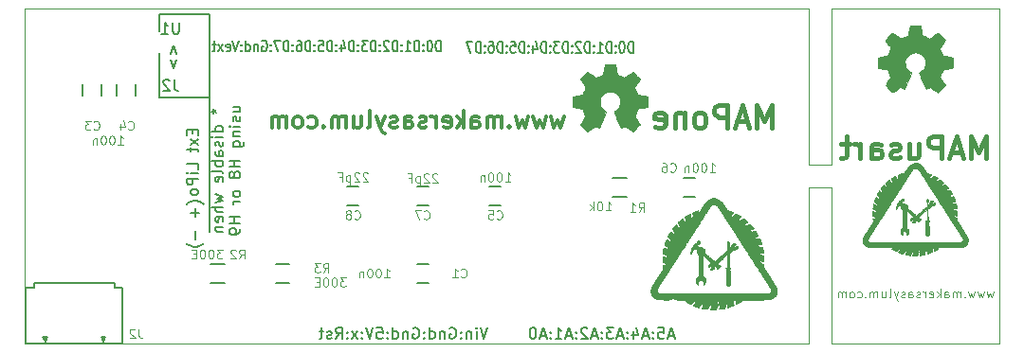
<source format=gbo>
G04 #@! TF.FileFunction,Legend,Bot*
%FSLAX46Y46*%
G04 Gerber Fmt 4.6, Leading zero omitted, Abs format (unit mm)*
G04 Created by KiCad (PCBNEW (2014-11-14 BZR 5284)-product) date Mon Dec  1 16:34:15 2014*
%MOMM*%
G01*
G04 APERTURE LIST*
%ADD10C,0.100000*%
%ADD11C,0.400000*%
%ADD12C,0.150000*%
%ADD13C,0.200000*%
%ADD14C,0.300000*%
%ADD15C,0.152400*%
%ADD16C,0.002540*%
%ADD17C,1.778000*%
%ADD18R,1.778000X1.778000*%
%ADD19R,2.540000X2.540000*%
%ADD20C,2.540000*%
%ADD21R,1.500000X1.300000*%
%ADD22C,3.048000*%
%ADD23R,4.572000X3.048000*%
%ADD24O,4.572000X3.048000*%
%ADD25O,3.048000X4.572000*%
%ADD26C,1.524000*%
%ADD27R,1.524000X1.524000*%
%ADD28O,1.727200X2.032000*%
%ADD29R,1.727200X2.032000*%
%ADD30C,1.676400*%
%ADD31R,1.676400X1.676400*%
%ADD32R,1.500000X1.250000*%
%ADD33R,1.250000X1.500000*%
%ADD34O,1.574800X2.286000*%
%ADD35R,1.574800X2.286000*%
%ADD36R,0.406400X1.371600*%
%ADD37R,1.600200X1.422400*%
%ADD38R,1.905000X1.905000*%
%ADD39C,1.905000*%
%ADD40C,1.501140*%
%ADD41R,1.501140X1.501140*%
%ADD42C,1.998980*%
%ADD43R,1.998980X1.998980*%
G04 APERTURE END LIST*
D10*
X102000000Y-46000000D02*
X102000000Y-60000000D01*
X100000000Y-46000000D02*
X102000000Y-46000000D01*
X100000000Y-60000000D02*
X100000000Y-46000000D01*
X102000000Y-44000000D02*
X102000000Y-30000000D01*
X100000000Y-44000000D02*
X102000000Y-44000000D01*
X100000000Y-30000000D02*
X100000000Y-44000000D01*
X117000000Y-60000000D02*
X102000000Y-60000000D01*
X117000000Y-30000000D02*
X117000000Y-60000000D01*
X102000000Y-30000000D02*
X117000000Y-30000000D01*
X30000000Y-60000000D02*
X30000000Y-30000000D01*
X100000000Y-60000000D02*
X30000000Y-60000000D01*
X30000000Y-30000000D02*
X100000000Y-30000000D01*
X116490476Y-55328571D02*
X116338095Y-55861905D01*
X116185714Y-55480952D01*
X116033333Y-55861905D01*
X115880952Y-55328571D01*
X115652381Y-55328571D02*
X115500000Y-55861905D01*
X115347619Y-55480952D01*
X115195238Y-55861905D01*
X115042857Y-55328571D01*
X114814286Y-55328571D02*
X114661905Y-55861905D01*
X114509524Y-55480952D01*
X114357143Y-55861905D01*
X114204762Y-55328571D01*
X113900001Y-55785714D02*
X113861906Y-55823810D01*
X113900001Y-55861905D01*
X113938096Y-55823810D01*
X113900001Y-55785714D01*
X113900001Y-55861905D01*
X113519049Y-55861905D02*
X113519049Y-55328571D01*
X113519049Y-55404762D02*
X113480954Y-55366667D01*
X113404763Y-55328571D01*
X113290477Y-55328571D01*
X113214287Y-55366667D01*
X113176192Y-55442857D01*
X113176192Y-55861905D01*
X113176192Y-55442857D02*
X113138096Y-55366667D01*
X113061906Y-55328571D01*
X112947620Y-55328571D01*
X112871430Y-55366667D01*
X112833335Y-55442857D01*
X112833335Y-55861905D01*
X112109525Y-55861905D02*
X112109525Y-55442857D01*
X112147620Y-55366667D01*
X112223810Y-55328571D01*
X112376191Y-55328571D01*
X112452382Y-55366667D01*
X112109525Y-55823810D02*
X112185715Y-55861905D01*
X112376191Y-55861905D01*
X112452382Y-55823810D01*
X112490477Y-55747619D01*
X112490477Y-55671429D01*
X112452382Y-55595238D01*
X112376191Y-55557143D01*
X112185715Y-55557143D01*
X112109525Y-55519048D01*
X111728572Y-55861905D02*
X111728572Y-55061905D01*
X111652381Y-55557143D02*
X111423810Y-55861905D01*
X111423810Y-55328571D02*
X111728572Y-55633333D01*
X110776191Y-55823810D02*
X110852381Y-55861905D01*
X111004762Y-55861905D01*
X111080953Y-55823810D01*
X111119048Y-55747619D01*
X111119048Y-55442857D01*
X111080953Y-55366667D01*
X111004762Y-55328571D01*
X110852381Y-55328571D01*
X110776191Y-55366667D01*
X110738096Y-55442857D01*
X110738096Y-55519048D01*
X111119048Y-55595238D01*
X110395239Y-55861905D02*
X110395239Y-55328571D01*
X110395239Y-55480952D02*
X110357144Y-55404762D01*
X110319048Y-55366667D01*
X110242858Y-55328571D01*
X110166667Y-55328571D01*
X109938096Y-55823810D02*
X109861906Y-55861905D01*
X109709525Y-55861905D01*
X109633334Y-55823810D01*
X109595239Y-55747619D01*
X109595239Y-55709524D01*
X109633334Y-55633333D01*
X109709525Y-55595238D01*
X109823810Y-55595238D01*
X109900001Y-55557143D01*
X109938096Y-55480952D01*
X109938096Y-55442857D01*
X109900001Y-55366667D01*
X109823810Y-55328571D01*
X109709525Y-55328571D01*
X109633334Y-55366667D01*
X108909525Y-55861905D02*
X108909525Y-55442857D01*
X108947620Y-55366667D01*
X109023810Y-55328571D01*
X109176191Y-55328571D01*
X109252382Y-55366667D01*
X108909525Y-55823810D02*
X108985715Y-55861905D01*
X109176191Y-55861905D01*
X109252382Y-55823810D01*
X109290477Y-55747619D01*
X109290477Y-55671429D01*
X109252382Y-55595238D01*
X109176191Y-55557143D01*
X108985715Y-55557143D01*
X108909525Y-55519048D01*
X108566667Y-55823810D02*
X108490477Y-55861905D01*
X108338096Y-55861905D01*
X108261905Y-55823810D01*
X108223810Y-55747619D01*
X108223810Y-55709524D01*
X108261905Y-55633333D01*
X108338096Y-55595238D01*
X108452381Y-55595238D01*
X108528572Y-55557143D01*
X108566667Y-55480952D01*
X108566667Y-55442857D01*
X108528572Y-55366667D01*
X108452381Y-55328571D01*
X108338096Y-55328571D01*
X108261905Y-55366667D01*
X107957143Y-55328571D02*
X107766667Y-55861905D01*
X107576191Y-55328571D02*
X107766667Y-55861905D01*
X107842858Y-56052381D01*
X107880953Y-56090476D01*
X107957143Y-56128571D01*
X107157143Y-55861905D02*
X107233334Y-55823810D01*
X107271429Y-55747619D01*
X107271429Y-55061905D01*
X106509524Y-55328571D02*
X106509524Y-55861905D01*
X106852381Y-55328571D02*
X106852381Y-55747619D01*
X106814286Y-55823810D01*
X106738095Y-55861905D01*
X106623809Y-55861905D01*
X106547619Y-55823810D01*
X106509524Y-55785714D01*
X106128571Y-55861905D02*
X106128571Y-55328571D01*
X106128571Y-55404762D02*
X106090476Y-55366667D01*
X106014285Y-55328571D01*
X105899999Y-55328571D01*
X105823809Y-55366667D01*
X105785714Y-55442857D01*
X105785714Y-55861905D01*
X105785714Y-55442857D02*
X105747618Y-55366667D01*
X105671428Y-55328571D01*
X105557142Y-55328571D01*
X105480952Y-55366667D01*
X105442857Y-55442857D01*
X105442857Y-55861905D01*
X105061904Y-55785714D02*
X105023809Y-55823810D01*
X105061904Y-55861905D01*
X105099999Y-55823810D01*
X105061904Y-55785714D01*
X105061904Y-55861905D01*
X104338095Y-55823810D02*
X104414285Y-55861905D01*
X104566666Y-55861905D01*
X104642857Y-55823810D01*
X104680952Y-55785714D01*
X104719047Y-55709524D01*
X104719047Y-55480952D01*
X104680952Y-55404762D01*
X104642857Y-55366667D01*
X104566666Y-55328571D01*
X104414285Y-55328571D01*
X104338095Y-55366667D01*
X103880952Y-55861905D02*
X103957143Y-55823810D01*
X103995238Y-55785714D01*
X104033333Y-55709524D01*
X104033333Y-55480952D01*
X103995238Y-55404762D01*
X103957143Y-55366667D01*
X103880952Y-55328571D01*
X103766666Y-55328571D01*
X103690476Y-55366667D01*
X103652381Y-55404762D01*
X103614285Y-55480952D01*
X103614285Y-55709524D01*
X103652381Y-55785714D01*
X103690476Y-55823810D01*
X103766666Y-55861905D01*
X103880952Y-55861905D01*
X103271428Y-55861905D02*
X103271428Y-55328571D01*
X103271428Y-55404762D02*
X103233333Y-55366667D01*
X103157142Y-55328571D01*
X103042856Y-55328571D01*
X102966666Y-55366667D01*
X102928571Y-55442857D01*
X102928571Y-55861905D01*
X102928571Y-55442857D02*
X102890475Y-55366667D01*
X102814285Y-55328571D01*
X102699999Y-55328571D01*
X102623809Y-55366667D01*
X102585714Y-55442857D01*
X102585714Y-55861905D01*
D11*
X115833334Y-43404762D02*
X115833334Y-41404762D01*
X115166667Y-42833333D01*
X114500000Y-41404762D01*
X114500000Y-43404762D01*
X113642858Y-42833333D02*
X112690477Y-42833333D01*
X113833334Y-43404762D02*
X113166667Y-41404762D01*
X112500000Y-43404762D01*
X111833334Y-43404762D02*
X111833334Y-41404762D01*
X111071429Y-41404762D01*
X110880953Y-41500000D01*
X110785714Y-41595238D01*
X110690476Y-41785714D01*
X110690476Y-42071429D01*
X110785714Y-42261905D01*
X110880953Y-42357143D01*
X111071429Y-42452381D01*
X111833334Y-42452381D01*
X108976191Y-42071429D02*
X108976191Y-43404762D01*
X109833334Y-42071429D02*
X109833334Y-43119048D01*
X109738095Y-43309524D01*
X109547619Y-43404762D01*
X109261905Y-43404762D01*
X109071429Y-43309524D01*
X108976191Y-43214286D01*
X108119048Y-43309524D02*
X107928571Y-43404762D01*
X107547619Y-43404762D01*
X107357143Y-43309524D01*
X107261905Y-43119048D01*
X107261905Y-43023810D01*
X107357143Y-42833333D01*
X107547619Y-42738095D01*
X107833333Y-42738095D01*
X108023810Y-42642857D01*
X108119048Y-42452381D01*
X108119048Y-42357143D01*
X108023810Y-42166667D01*
X107833333Y-42071429D01*
X107547619Y-42071429D01*
X107357143Y-42166667D01*
X105547619Y-43404762D02*
X105547619Y-42357143D01*
X105642857Y-42166667D01*
X105833333Y-42071429D01*
X106214285Y-42071429D01*
X106404762Y-42166667D01*
X105547619Y-43309524D02*
X105738095Y-43404762D01*
X106214285Y-43404762D01*
X106404762Y-43309524D01*
X106500000Y-43119048D01*
X106500000Y-42928571D01*
X106404762Y-42738095D01*
X106214285Y-42642857D01*
X105738095Y-42642857D01*
X105547619Y-42547619D01*
X104595238Y-43404762D02*
X104595238Y-42071429D01*
X104595238Y-42452381D02*
X104499999Y-42261905D01*
X104404761Y-42166667D01*
X104214285Y-42071429D01*
X104023809Y-42071429D01*
X103642857Y-42071429D02*
X102880952Y-42071429D01*
X103357143Y-41404762D02*
X103357143Y-43119048D01*
X103261904Y-43309524D01*
X103071428Y-43404762D01*
X102880952Y-43404762D01*
D12*
X44928571Y-40869047D02*
X44928571Y-41202381D01*
X45452381Y-41345238D02*
X45452381Y-40869047D01*
X44452381Y-40869047D01*
X44452381Y-41345238D01*
X45452381Y-41678571D02*
X44785714Y-42202381D01*
X44785714Y-41678571D02*
X45452381Y-42202381D01*
X44785714Y-42440476D02*
X44785714Y-42821428D01*
X44452381Y-42583333D02*
X45309524Y-42583333D01*
X45404762Y-42630952D01*
X45452381Y-42726190D01*
X45452381Y-42821428D01*
X45452381Y-44392858D02*
X45452381Y-43916667D01*
X44452381Y-43916667D01*
X45452381Y-44726191D02*
X44785714Y-44726191D01*
X44452381Y-44726191D02*
X44500000Y-44678572D01*
X44547619Y-44726191D01*
X44500000Y-44773810D01*
X44452381Y-44726191D01*
X44547619Y-44726191D01*
X45452381Y-45202381D02*
X44452381Y-45202381D01*
X44452381Y-45583334D01*
X44500000Y-45678572D01*
X44547619Y-45726191D01*
X44642857Y-45773810D01*
X44785714Y-45773810D01*
X44880952Y-45726191D01*
X44928571Y-45678572D01*
X44976190Y-45583334D01*
X44976190Y-45202381D01*
X45452381Y-46345238D02*
X45404762Y-46250000D01*
X45357143Y-46202381D01*
X45261905Y-46154762D01*
X44976190Y-46154762D01*
X44880952Y-46202381D01*
X44833333Y-46250000D01*
X44785714Y-46345238D01*
X44785714Y-46488096D01*
X44833333Y-46583334D01*
X44880952Y-46630953D01*
X44976190Y-46678572D01*
X45261905Y-46678572D01*
X45357143Y-46630953D01*
X45404762Y-46583334D01*
X45452381Y-46488096D01*
X45452381Y-46345238D01*
X44416667Y-51011904D02*
X44464286Y-51059524D01*
X44607143Y-51154762D01*
X44702381Y-51202381D01*
X44845238Y-51250000D01*
X45083333Y-51297619D01*
X45273810Y-51297619D01*
X45511905Y-51250000D01*
X45654762Y-51202381D01*
X45750000Y-51154762D01*
X45892857Y-51059524D01*
X45940476Y-51011904D01*
X45178571Y-50630952D02*
X45178571Y-49869047D01*
X45178571Y-48630952D02*
X45178571Y-47869047D01*
X44797619Y-48249999D02*
X45559524Y-48249999D01*
X44416667Y-47488095D02*
X44464286Y-47440476D01*
X44607143Y-47345238D01*
X44702381Y-47297619D01*
X44845238Y-47250000D01*
X45083333Y-47202381D01*
X45273810Y-47202381D01*
X45511905Y-47250000D01*
X45654762Y-47297619D01*
X45750000Y-47345238D01*
X45892857Y-47440476D01*
X45940476Y-47488095D01*
D13*
X46500000Y-38000000D02*
X46500000Y-50000000D01*
D12*
X46677381Y-39190475D02*
X46915476Y-39190475D01*
X46820238Y-38952380D02*
X46915476Y-39190475D01*
X46820238Y-39428571D01*
X47105952Y-39047618D02*
X46915476Y-39190475D01*
X47105952Y-39333333D01*
X47677381Y-41000000D02*
X46677381Y-41000000D01*
X47629762Y-41000000D02*
X47677381Y-40904762D01*
X47677381Y-40714285D01*
X47629762Y-40619047D01*
X47582143Y-40571428D01*
X47486905Y-40523809D01*
X47201190Y-40523809D01*
X47105952Y-40571428D01*
X47058333Y-40619047D01*
X47010714Y-40714285D01*
X47010714Y-40904762D01*
X47058333Y-41000000D01*
X47677381Y-41476190D02*
X47010714Y-41476190D01*
X46677381Y-41476190D02*
X46725000Y-41428571D01*
X46772619Y-41476190D01*
X46725000Y-41523809D01*
X46677381Y-41476190D01*
X46772619Y-41476190D01*
X47629762Y-41904761D02*
X47677381Y-41999999D01*
X47677381Y-42190475D01*
X47629762Y-42285714D01*
X47534524Y-42333333D01*
X47486905Y-42333333D01*
X47391667Y-42285714D01*
X47344048Y-42190475D01*
X47344048Y-42047618D01*
X47296429Y-41952380D01*
X47201190Y-41904761D01*
X47153571Y-41904761D01*
X47058333Y-41952380D01*
X47010714Y-42047618D01*
X47010714Y-42190475D01*
X47058333Y-42285714D01*
X47677381Y-43190476D02*
X47153571Y-43190476D01*
X47058333Y-43142857D01*
X47010714Y-43047619D01*
X47010714Y-42857142D01*
X47058333Y-42761904D01*
X47629762Y-43190476D02*
X47677381Y-43095238D01*
X47677381Y-42857142D01*
X47629762Y-42761904D01*
X47534524Y-42714285D01*
X47439286Y-42714285D01*
X47344048Y-42761904D01*
X47296429Y-42857142D01*
X47296429Y-43095238D01*
X47248810Y-43190476D01*
X47677381Y-43666666D02*
X46677381Y-43666666D01*
X47058333Y-43666666D02*
X47010714Y-43761904D01*
X47010714Y-43952381D01*
X47058333Y-44047619D01*
X47105952Y-44095238D01*
X47201190Y-44142857D01*
X47486905Y-44142857D01*
X47582143Y-44095238D01*
X47629762Y-44047619D01*
X47677381Y-43952381D01*
X47677381Y-43761904D01*
X47629762Y-43666666D01*
X47677381Y-44714285D02*
X47629762Y-44619047D01*
X47534524Y-44571428D01*
X46677381Y-44571428D01*
X47629762Y-45476191D02*
X47677381Y-45380953D01*
X47677381Y-45190476D01*
X47629762Y-45095238D01*
X47534524Y-45047619D01*
X47153571Y-45047619D01*
X47058333Y-45095238D01*
X47010714Y-45190476D01*
X47010714Y-45380953D01*
X47058333Y-45476191D01*
X47153571Y-45523810D01*
X47248810Y-45523810D01*
X47344048Y-45047619D01*
X47010714Y-46619048D02*
X47677381Y-46809524D01*
X47201190Y-47000001D01*
X47677381Y-47190477D01*
X47010714Y-47380953D01*
X47677381Y-47761905D02*
X46677381Y-47761905D01*
X47677381Y-48190477D02*
X47153571Y-48190477D01*
X47058333Y-48142858D01*
X47010714Y-48047620D01*
X47010714Y-47904762D01*
X47058333Y-47809524D01*
X47105952Y-47761905D01*
X47629762Y-49047620D02*
X47677381Y-48952382D01*
X47677381Y-48761905D01*
X47629762Y-48666667D01*
X47534524Y-48619048D01*
X47153571Y-48619048D01*
X47058333Y-48666667D01*
X47010714Y-48761905D01*
X47010714Y-48952382D01*
X47058333Y-49047620D01*
X47153571Y-49095239D01*
X47248810Y-49095239D01*
X47344048Y-48619048D01*
X47010714Y-49523810D02*
X47677381Y-49523810D01*
X47105952Y-49523810D02*
X47058333Y-49571429D01*
X47010714Y-49666667D01*
X47010714Y-49809525D01*
X47058333Y-49904763D01*
X47153571Y-49952382D01*
X47677381Y-49952382D01*
X48560714Y-39261905D02*
X49227381Y-39261905D01*
X48560714Y-38833333D02*
X49084524Y-38833333D01*
X49179762Y-38880952D01*
X49227381Y-38976190D01*
X49227381Y-39119048D01*
X49179762Y-39214286D01*
X49132143Y-39261905D01*
X49179762Y-39690476D02*
X49227381Y-39785714D01*
X49227381Y-39976190D01*
X49179762Y-40071429D01*
X49084524Y-40119048D01*
X49036905Y-40119048D01*
X48941667Y-40071429D01*
X48894048Y-39976190D01*
X48894048Y-39833333D01*
X48846429Y-39738095D01*
X48751190Y-39690476D01*
X48703571Y-39690476D01*
X48608333Y-39738095D01*
X48560714Y-39833333D01*
X48560714Y-39976190D01*
X48608333Y-40071429D01*
X49227381Y-40547619D02*
X48560714Y-40547619D01*
X48227381Y-40547619D02*
X48275000Y-40500000D01*
X48322619Y-40547619D01*
X48275000Y-40595238D01*
X48227381Y-40547619D01*
X48322619Y-40547619D01*
X48560714Y-41023809D02*
X49227381Y-41023809D01*
X48655952Y-41023809D02*
X48608333Y-41071428D01*
X48560714Y-41166666D01*
X48560714Y-41309524D01*
X48608333Y-41404762D01*
X48703571Y-41452381D01*
X49227381Y-41452381D01*
X48560714Y-42357143D02*
X49370238Y-42357143D01*
X49465476Y-42309524D01*
X49513095Y-42261905D01*
X49560714Y-42166666D01*
X49560714Y-42023809D01*
X49513095Y-41928571D01*
X49179762Y-42357143D02*
X49227381Y-42261905D01*
X49227381Y-42071428D01*
X49179762Y-41976190D01*
X49132143Y-41928571D01*
X49036905Y-41880952D01*
X48751190Y-41880952D01*
X48655952Y-41928571D01*
X48608333Y-41976190D01*
X48560714Y-42071428D01*
X48560714Y-42261905D01*
X48608333Y-42357143D01*
X49227381Y-43595238D02*
X48227381Y-43595238D01*
X48703571Y-43595238D02*
X48703571Y-44166667D01*
X49227381Y-44166667D02*
X48227381Y-44166667D01*
X48655952Y-44785714D02*
X48608333Y-44690476D01*
X48560714Y-44642857D01*
X48465476Y-44595238D01*
X48417857Y-44595238D01*
X48322619Y-44642857D01*
X48275000Y-44690476D01*
X48227381Y-44785714D01*
X48227381Y-44976191D01*
X48275000Y-45071429D01*
X48322619Y-45119048D01*
X48417857Y-45166667D01*
X48465476Y-45166667D01*
X48560714Y-45119048D01*
X48608333Y-45071429D01*
X48655952Y-44976191D01*
X48655952Y-44785714D01*
X48703571Y-44690476D01*
X48751190Y-44642857D01*
X48846429Y-44595238D01*
X49036905Y-44595238D01*
X49132143Y-44642857D01*
X49179762Y-44690476D01*
X49227381Y-44785714D01*
X49227381Y-44976191D01*
X49179762Y-45071429D01*
X49132143Y-45119048D01*
X49036905Y-45166667D01*
X48846429Y-45166667D01*
X48751190Y-45119048D01*
X48703571Y-45071429D01*
X48655952Y-44976191D01*
X49227381Y-46500000D02*
X49179762Y-46404762D01*
X49132143Y-46357143D01*
X49036905Y-46309524D01*
X48751190Y-46309524D01*
X48655952Y-46357143D01*
X48608333Y-46404762D01*
X48560714Y-46500000D01*
X48560714Y-46642858D01*
X48608333Y-46738096D01*
X48655952Y-46785715D01*
X48751190Y-46833334D01*
X49036905Y-46833334D01*
X49132143Y-46785715D01*
X49179762Y-46738096D01*
X49227381Y-46642858D01*
X49227381Y-46500000D01*
X49227381Y-47261905D02*
X48560714Y-47261905D01*
X48751190Y-47261905D02*
X48655952Y-47309524D01*
X48608333Y-47357143D01*
X48560714Y-47452381D01*
X48560714Y-47547620D01*
X49227381Y-48642858D02*
X48227381Y-48642858D01*
X48703571Y-48642858D02*
X48703571Y-49214287D01*
X49227381Y-49214287D02*
X48227381Y-49214287D01*
X49227381Y-49738096D02*
X49227381Y-49928572D01*
X49179762Y-50023811D01*
X49132143Y-50071430D01*
X48989286Y-50166668D01*
X48798810Y-50214287D01*
X48417857Y-50214287D01*
X48322619Y-50166668D01*
X48275000Y-50119049D01*
X48227381Y-50023811D01*
X48227381Y-49833334D01*
X48275000Y-49738096D01*
X48322619Y-49690477D01*
X48417857Y-49642858D01*
X48655952Y-49642858D01*
X48751190Y-49690477D01*
X48798810Y-49738096D01*
X48846429Y-49833334D01*
X48846429Y-50023811D01*
X48798810Y-50119049D01*
X48751190Y-50166668D01*
X48655952Y-50214287D01*
D13*
X42000000Y-30500000D02*
X42000000Y-32000000D01*
X42000000Y-38000000D02*
X42000000Y-34000000D01*
X46500000Y-38000000D02*
X42000000Y-38000000D01*
X46500000Y-30500000D02*
X46500000Y-38000000D01*
X42000000Y-30500000D02*
X46500000Y-30500000D01*
D14*
X78107143Y-39678571D02*
X77821429Y-40678571D01*
X77535715Y-39964286D01*
X77250000Y-40678571D01*
X76964286Y-39678571D01*
X76535714Y-39678571D02*
X76250000Y-40678571D01*
X75964286Y-39964286D01*
X75678571Y-40678571D01*
X75392857Y-39678571D01*
X74964285Y-39678571D02*
X74678571Y-40678571D01*
X74392857Y-39964286D01*
X74107142Y-40678571D01*
X73821428Y-39678571D01*
X73249999Y-40535714D02*
X73178571Y-40607143D01*
X73249999Y-40678571D01*
X73321428Y-40607143D01*
X73249999Y-40535714D01*
X73249999Y-40678571D01*
X72535713Y-40678571D02*
X72535713Y-39678571D01*
X72535713Y-39821429D02*
X72464285Y-39750000D01*
X72321427Y-39678571D01*
X72107142Y-39678571D01*
X71964285Y-39750000D01*
X71892856Y-39892857D01*
X71892856Y-40678571D01*
X71892856Y-39892857D02*
X71821427Y-39750000D01*
X71678570Y-39678571D01*
X71464285Y-39678571D01*
X71321427Y-39750000D01*
X71249999Y-39892857D01*
X71249999Y-40678571D01*
X69892856Y-40678571D02*
X69892856Y-39892857D01*
X69964285Y-39750000D01*
X70107142Y-39678571D01*
X70392856Y-39678571D01*
X70535713Y-39750000D01*
X69892856Y-40607143D02*
X70035713Y-40678571D01*
X70392856Y-40678571D01*
X70535713Y-40607143D01*
X70607142Y-40464286D01*
X70607142Y-40321429D01*
X70535713Y-40178571D01*
X70392856Y-40107143D01*
X70035713Y-40107143D01*
X69892856Y-40035714D01*
X69178570Y-40678571D02*
X69178570Y-39178571D01*
X69035713Y-40107143D02*
X68607142Y-40678571D01*
X68607142Y-39678571D02*
X69178570Y-40250000D01*
X67392856Y-40607143D02*
X67535713Y-40678571D01*
X67821427Y-40678571D01*
X67964284Y-40607143D01*
X68035713Y-40464286D01*
X68035713Y-39892857D01*
X67964284Y-39750000D01*
X67821427Y-39678571D01*
X67535713Y-39678571D01*
X67392856Y-39750000D01*
X67321427Y-39892857D01*
X67321427Y-40035714D01*
X68035713Y-40178571D01*
X66678570Y-40678571D02*
X66678570Y-39678571D01*
X66678570Y-39964286D02*
X66607142Y-39821429D01*
X66535713Y-39750000D01*
X66392856Y-39678571D01*
X66249999Y-39678571D01*
X65821428Y-40607143D02*
X65678571Y-40678571D01*
X65392856Y-40678571D01*
X65249999Y-40607143D01*
X65178571Y-40464286D01*
X65178571Y-40392857D01*
X65249999Y-40250000D01*
X65392856Y-40178571D01*
X65607142Y-40178571D01*
X65749999Y-40107143D01*
X65821428Y-39964286D01*
X65821428Y-39892857D01*
X65749999Y-39750000D01*
X65607142Y-39678571D01*
X65392856Y-39678571D01*
X65249999Y-39750000D01*
X63892856Y-40678571D02*
X63892856Y-39892857D01*
X63964285Y-39750000D01*
X64107142Y-39678571D01*
X64392856Y-39678571D01*
X64535713Y-39750000D01*
X63892856Y-40607143D02*
X64035713Y-40678571D01*
X64392856Y-40678571D01*
X64535713Y-40607143D01*
X64607142Y-40464286D01*
X64607142Y-40321429D01*
X64535713Y-40178571D01*
X64392856Y-40107143D01*
X64035713Y-40107143D01*
X63892856Y-40035714D01*
X63249999Y-40607143D02*
X63107142Y-40678571D01*
X62821427Y-40678571D01*
X62678570Y-40607143D01*
X62607142Y-40464286D01*
X62607142Y-40392857D01*
X62678570Y-40250000D01*
X62821427Y-40178571D01*
X63035713Y-40178571D01*
X63178570Y-40107143D01*
X63249999Y-39964286D01*
X63249999Y-39892857D01*
X63178570Y-39750000D01*
X63035713Y-39678571D01*
X62821427Y-39678571D01*
X62678570Y-39750000D01*
X62107141Y-39678571D02*
X61749998Y-40678571D01*
X61392856Y-39678571D02*
X61749998Y-40678571D01*
X61892856Y-41035714D01*
X61964284Y-41107143D01*
X62107141Y-41178571D01*
X60607141Y-40678571D02*
X60749999Y-40607143D01*
X60821427Y-40464286D01*
X60821427Y-39178571D01*
X59392856Y-39678571D02*
X59392856Y-40678571D01*
X60035713Y-39678571D02*
X60035713Y-40464286D01*
X59964285Y-40607143D01*
X59821427Y-40678571D01*
X59607142Y-40678571D01*
X59464285Y-40607143D01*
X59392856Y-40535714D01*
X58678570Y-40678571D02*
X58678570Y-39678571D01*
X58678570Y-39821429D02*
X58607142Y-39750000D01*
X58464284Y-39678571D01*
X58249999Y-39678571D01*
X58107142Y-39750000D01*
X58035713Y-39892857D01*
X58035713Y-40678571D01*
X58035713Y-39892857D02*
X57964284Y-39750000D01*
X57821427Y-39678571D01*
X57607142Y-39678571D01*
X57464284Y-39750000D01*
X57392856Y-39892857D01*
X57392856Y-40678571D01*
X56678570Y-40535714D02*
X56607142Y-40607143D01*
X56678570Y-40678571D01*
X56749999Y-40607143D01*
X56678570Y-40535714D01*
X56678570Y-40678571D01*
X55321427Y-40607143D02*
X55464284Y-40678571D01*
X55749998Y-40678571D01*
X55892856Y-40607143D01*
X55964284Y-40535714D01*
X56035713Y-40392857D01*
X56035713Y-39964286D01*
X55964284Y-39821429D01*
X55892856Y-39750000D01*
X55749998Y-39678571D01*
X55464284Y-39678571D01*
X55321427Y-39750000D01*
X54464284Y-40678571D02*
X54607142Y-40607143D01*
X54678570Y-40535714D01*
X54749999Y-40392857D01*
X54749999Y-39964286D01*
X54678570Y-39821429D01*
X54607142Y-39750000D01*
X54464284Y-39678571D01*
X54249999Y-39678571D01*
X54107142Y-39750000D01*
X54035713Y-39821429D01*
X53964284Y-39964286D01*
X53964284Y-40392857D01*
X54035713Y-40535714D01*
X54107142Y-40607143D01*
X54249999Y-40678571D01*
X54464284Y-40678571D01*
X53321427Y-40678571D02*
X53321427Y-39678571D01*
X53321427Y-39821429D02*
X53249999Y-39750000D01*
X53107141Y-39678571D01*
X52892856Y-39678571D01*
X52749999Y-39750000D01*
X52678570Y-39892857D01*
X52678570Y-40678571D01*
X52678570Y-39892857D02*
X52607141Y-39750000D01*
X52464284Y-39678571D01*
X52249999Y-39678571D01*
X52107141Y-39750000D01*
X52035713Y-39892857D01*
X52035713Y-40678571D01*
D11*
X96690477Y-40654762D02*
X96690477Y-38654762D01*
X96023810Y-40083333D01*
X95357143Y-38654762D01*
X95357143Y-40654762D01*
X94500001Y-40083333D02*
X93547620Y-40083333D01*
X94690477Y-40654762D02*
X94023810Y-38654762D01*
X93357143Y-40654762D01*
X92690477Y-40654762D02*
X92690477Y-38654762D01*
X91928572Y-38654762D01*
X91738096Y-38750000D01*
X91642857Y-38845238D01*
X91547619Y-39035714D01*
X91547619Y-39321429D01*
X91642857Y-39511905D01*
X91738096Y-39607143D01*
X91928572Y-39702381D01*
X92690477Y-39702381D01*
X90404762Y-40654762D02*
X90595238Y-40559524D01*
X90690477Y-40464286D01*
X90785715Y-40273810D01*
X90785715Y-39702381D01*
X90690477Y-39511905D01*
X90595238Y-39416667D01*
X90404762Y-39321429D01*
X90119048Y-39321429D01*
X89928572Y-39416667D01*
X89833334Y-39511905D01*
X89738096Y-39702381D01*
X89738096Y-40273810D01*
X89833334Y-40464286D01*
X89928572Y-40559524D01*
X90119048Y-40654762D01*
X90404762Y-40654762D01*
X88880953Y-39321429D02*
X88880953Y-40654762D01*
X88880953Y-39511905D02*
X88785714Y-39416667D01*
X88595238Y-39321429D01*
X88309524Y-39321429D01*
X88119048Y-39416667D01*
X88023810Y-39607143D01*
X88023810Y-40654762D01*
X86309524Y-40559524D02*
X86500000Y-40654762D01*
X86880952Y-40654762D01*
X87071429Y-40559524D01*
X87166667Y-40369048D01*
X87166667Y-39607143D01*
X87071429Y-39416667D01*
X86880952Y-39321429D01*
X86500000Y-39321429D01*
X86309524Y-39416667D01*
X86214286Y-39607143D01*
X86214286Y-39797619D01*
X87166667Y-39988095D01*
D12*
X67133333Y-33852381D02*
X67133333Y-32852381D01*
X66942857Y-32852381D01*
X66828571Y-32900000D01*
X66752380Y-32995238D01*
X66714285Y-33090476D01*
X66676190Y-33280952D01*
X66676190Y-33423810D01*
X66714285Y-33614286D01*
X66752380Y-33709524D01*
X66828571Y-33804762D01*
X66942857Y-33852381D01*
X67133333Y-33852381D01*
X66180952Y-32852381D02*
X66104761Y-32852381D01*
X66028571Y-32900000D01*
X65990476Y-32947619D01*
X65952380Y-33042857D01*
X65914285Y-33233333D01*
X65914285Y-33471429D01*
X65952380Y-33661905D01*
X65990476Y-33757143D01*
X66028571Y-33804762D01*
X66104761Y-33852381D01*
X66180952Y-33852381D01*
X66257142Y-33804762D01*
X66295238Y-33757143D01*
X66333333Y-33661905D01*
X66371428Y-33471429D01*
X66371428Y-33233333D01*
X66333333Y-33042857D01*
X66295238Y-32947619D01*
X66257142Y-32900000D01*
X66180952Y-32852381D01*
X65571428Y-33757143D02*
X65533333Y-33804762D01*
X65571428Y-33852381D01*
X65609523Y-33804762D01*
X65571428Y-33757143D01*
X65571428Y-33852381D01*
X65571428Y-33233333D02*
X65533333Y-33280952D01*
X65571428Y-33328571D01*
X65609523Y-33280952D01*
X65571428Y-33233333D01*
X65571428Y-33328571D01*
X65190476Y-33852381D02*
X65190476Y-32852381D01*
X65000000Y-32852381D01*
X64885714Y-32900000D01*
X64809523Y-32995238D01*
X64771428Y-33090476D01*
X64733333Y-33280952D01*
X64733333Y-33423810D01*
X64771428Y-33614286D01*
X64809523Y-33709524D01*
X64885714Y-33804762D01*
X65000000Y-33852381D01*
X65190476Y-33852381D01*
X63971428Y-33852381D02*
X64428571Y-33852381D01*
X64200000Y-33852381D02*
X64200000Y-32852381D01*
X64276190Y-32995238D01*
X64352381Y-33090476D01*
X64428571Y-33138095D01*
X63628571Y-33757143D02*
X63590476Y-33804762D01*
X63628571Y-33852381D01*
X63666666Y-33804762D01*
X63628571Y-33757143D01*
X63628571Y-33852381D01*
X63628571Y-33233333D02*
X63590476Y-33280952D01*
X63628571Y-33328571D01*
X63666666Y-33280952D01*
X63628571Y-33233333D01*
X63628571Y-33328571D01*
X63247619Y-33852381D02*
X63247619Y-32852381D01*
X63057143Y-32852381D01*
X62942857Y-32900000D01*
X62866666Y-32995238D01*
X62828571Y-33090476D01*
X62790476Y-33280952D01*
X62790476Y-33423810D01*
X62828571Y-33614286D01*
X62866666Y-33709524D01*
X62942857Y-33804762D01*
X63057143Y-33852381D01*
X63247619Y-33852381D01*
X62485714Y-32947619D02*
X62447619Y-32900000D01*
X62371428Y-32852381D01*
X62180952Y-32852381D01*
X62104762Y-32900000D01*
X62066666Y-32947619D01*
X62028571Y-33042857D01*
X62028571Y-33138095D01*
X62066666Y-33280952D01*
X62523809Y-33852381D01*
X62028571Y-33852381D01*
X61685714Y-33757143D02*
X61647619Y-33804762D01*
X61685714Y-33852381D01*
X61723809Y-33804762D01*
X61685714Y-33757143D01*
X61685714Y-33852381D01*
X61685714Y-33233333D02*
X61647619Y-33280952D01*
X61685714Y-33328571D01*
X61723809Y-33280952D01*
X61685714Y-33233333D01*
X61685714Y-33328571D01*
X61304762Y-33852381D02*
X61304762Y-32852381D01*
X61114286Y-32852381D01*
X61000000Y-32900000D01*
X60923809Y-32995238D01*
X60885714Y-33090476D01*
X60847619Y-33280952D01*
X60847619Y-33423810D01*
X60885714Y-33614286D01*
X60923809Y-33709524D01*
X61000000Y-33804762D01*
X61114286Y-33852381D01*
X61304762Y-33852381D01*
X60580952Y-32852381D02*
X60085714Y-32852381D01*
X60352381Y-33233333D01*
X60238095Y-33233333D01*
X60161905Y-33280952D01*
X60123809Y-33328571D01*
X60085714Y-33423810D01*
X60085714Y-33661905D01*
X60123809Y-33757143D01*
X60161905Y-33804762D01*
X60238095Y-33852381D01*
X60466667Y-33852381D01*
X60542857Y-33804762D01*
X60580952Y-33757143D01*
X59742857Y-33757143D02*
X59704762Y-33804762D01*
X59742857Y-33852381D01*
X59780952Y-33804762D01*
X59742857Y-33757143D01*
X59742857Y-33852381D01*
X59742857Y-33233333D02*
X59704762Y-33280952D01*
X59742857Y-33328571D01*
X59780952Y-33280952D01*
X59742857Y-33233333D01*
X59742857Y-33328571D01*
X59361905Y-33852381D02*
X59361905Y-32852381D01*
X59171429Y-32852381D01*
X59057143Y-32900000D01*
X58980952Y-32995238D01*
X58942857Y-33090476D01*
X58904762Y-33280952D01*
X58904762Y-33423810D01*
X58942857Y-33614286D01*
X58980952Y-33709524D01*
X59057143Y-33804762D01*
X59171429Y-33852381D01*
X59361905Y-33852381D01*
X58219048Y-33185714D02*
X58219048Y-33852381D01*
X58409524Y-32804762D02*
X58600000Y-33519048D01*
X58104762Y-33519048D01*
X57800000Y-33757143D02*
X57761905Y-33804762D01*
X57800000Y-33852381D01*
X57838095Y-33804762D01*
X57800000Y-33757143D01*
X57800000Y-33852381D01*
X57800000Y-33233333D02*
X57761905Y-33280952D01*
X57800000Y-33328571D01*
X57838095Y-33280952D01*
X57800000Y-33233333D01*
X57800000Y-33328571D01*
X57419048Y-33852381D02*
X57419048Y-32852381D01*
X57228572Y-32852381D01*
X57114286Y-32900000D01*
X57038095Y-32995238D01*
X57000000Y-33090476D01*
X56961905Y-33280952D01*
X56961905Y-33423810D01*
X57000000Y-33614286D01*
X57038095Y-33709524D01*
X57114286Y-33804762D01*
X57228572Y-33852381D01*
X57419048Y-33852381D01*
X56238095Y-32852381D02*
X56619048Y-32852381D01*
X56657143Y-33328571D01*
X56619048Y-33280952D01*
X56542857Y-33233333D01*
X56352381Y-33233333D01*
X56276191Y-33280952D01*
X56238095Y-33328571D01*
X56200000Y-33423810D01*
X56200000Y-33661905D01*
X56238095Y-33757143D01*
X56276191Y-33804762D01*
X56352381Y-33852381D01*
X56542857Y-33852381D01*
X56619048Y-33804762D01*
X56657143Y-33757143D01*
X55857143Y-33757143D02*
X55819048Y-33804762D01*
X55857143Y-33852381D01*
X55895238Y-33804762D01*
X55857143Y-33757143D01*
X55857143Y-33852381D01*
X55857143Y-33233333D02*
X55819048Y-33280952D01*
X55857143Y-33328571D01*
X55895238Y-33280952D01*
X55857143Y-33233333D01*
X55857143Y-33328571D01*
X55476191Y-33852381D02*
X55476191Y-32852381D01*
X55285715Y-32852381D01*
X55171429Y-32900000D01*
X55095238Y-32995238D01*
X55057143Y-33090476D01*
X55019048Y-33280952D01*
X55019048Y-33423810D01*
X55057143Y-33614286D01*
X55095238Y-33709524D01*
X55171429Y-33804762D01*
X55285715Y-33852381D01*
X55476191Y-33852381D01*
X54333334Y-32852381D02*
X54485715Y-32852381D01*
X54561905Y-32900000D01*
X54600000Y-32947619D01*
X54676191Y-33090476D01*
X54714286Y-33280952D01*
X54714286Y-33661905D01*
X54676191Y-33757143D01*
X54638096Y-33804762D01*
X54561905Y-33852381D01*
X54409524Y-33852381D01*
X54333334Y-33804762D01*
X54295238Y-33757143D01*
X54257143Y-33661905D01*
X54257143Y-33423810D01*
X54295238Y-33328571D01*
X54333334Y-33280952D01*
X54409524Y-33233333D01*
X54561905Y-33233333D01*
X54638096Y-33280952D01*
X54676191Y-33328571D01*
X54714286Y-33423810D01*
X53914286Y-33757143D02*
X53876191Y-33804762D01*
X53914286Y-33852381D01*
X53952381Y-33804762D01*
X53914286Y-33757143D01*
X53914286Y-33852381D01*
X53914286Y-33233333D02*
X53876191Y-33280952D01*
X53914286Y-33328571D01*
X53952381Y-33280952D01*
X53914286Y-33233333D01*
X53914286Y-33328571D01*
X53533334Y-33852381D02*
X53533334Y-32852381D01*
X53342858Y-32852381D01*
X53228572Y-32900000D01*
X53152381Y-32995238D01*
X53114286Y-33090476D01*
X53076191Y-33280952D01*
X53076191Y-33423810D01*
X53114286Y-33614286D01*
X53152381Y-33709524D01*
X53228572Y-33804762D01*
X53342858Y-33852381D01*
X53533334Y-33852381D01*
X52809524Y-32852381D02*
X52276191Y-32852381D01*
X52619048Y-33852381D01*
X51971429Y-33757143D02*
X51933334Y-33804762D01*
X51971429Y-33852381D01*
X52009524Y-33804762D01*
X51971429Y-33757143D01*
X51971429Y-33852381D01*
X51971429Y-33233333D02*
X51933334Y-33280952D01*
X51971429Y-33328571D01*
X52009524Y-33280952D01*
X51971429Y-33233333D01*
X51971429Y-33328571D01*
X51171429Y-32900000D02*
X51247620Y-32852381D01*
X51361905Y-32852381D01*
X51476191Y-32900000D01*
X51552382Y-32995238D01*
X51590477Y-33090476D01*
X51628572Y-33280952D01*
X51628572Y-33423810D01*
X51590477Y-33614286D01*
X51552382Y-33709524D01*
X51476191Y-33804762D01*
X51361905Y-33852381D01*
X51285715Y-33852381D01*
X51171429Y-33804762D01*
X51133334Y-33757143D01*
X51133334Y-33423810D01*
X51285715Y-33423810D01*
X50790477Y-33185714D02*
X50790477Y-33852381D01*
X50790477Y-33280952D02*
X50752382Y-33233333D01*
X50676191Y-33185714D01*
X50561905Y-33185714D01*
X50485715Y-33233333D01*
X50447620Y-33328571D01*
X50447620Y-33852381D01*
X49723810Y-33852381D02*
X49723810Y-32852381D01*
X49723810Y-33804762D02*
X49800000Y-33852381D01*
X49952381Y-33852381D01*
X50028572Y-33804762D01*
X50066667Y-33757143D01*
X50104762Y-33661905D01*
X50104762Y-33376190D01*
X50066667Y-33280952D01*
X50028572Y-33233333D01*
X49952381Y-33185714D01*
X49800000Y-33185714D01*
X49723810Y-33233333D01*
X49342857Y-33757143D02*
X49304762Y-33804762D01*
X49342857Y-33852381D01*
X49380952Y-33804762D01*
X49342857Y-33757143D01*
X49342857Y-33852381D01*
X49342857Y-33233333D02*
X49304762Y-33280952D01*
X49342857Y-33328571D01*
X49380952Y-33280952D01*
X49342857Y-33233333D01*
X49342857Y-33328571D01*
X49076191Y-32852381D02*
X48809524Y-33852381D01*
X48542857Y-32852381D01*
X47971429Y-33804762D02*
X48047619Y-33852381D01*
X48200000Y-33852381D01*
X48276191Y-33804762D01*
X48314286Y-33709524D01*
X48314286Y-33328571D01*
X48276191Y-33233333D01*
X48200000Y-33185714D01*
X48047619Y-33185714D01*
X47971429Y-33233333D01*
X47933334Y-33328571D01*
X47933334Y-33423810D01*
X48314286Y-33519048D01*
X47666667Y-33852381D02*
X47247620Y-33185714D01*
X47666667Y-33185714D02*
X47247620Y-33852381D01*
X47057144Y-33185714D02*
X46752382Y-33185714D01*
X46942858Y-32852381D02*
X46942858Y-33709524D01*
X46904763Y-33804762D01*
X46828572Y-33852381D01*
X46752382Y-33852381D01*
X84290476Y-33952381D02*
X84290476Y-32952381D01*
X84100000Y-32952381D01*
X83985714Y-33000000D01*
X83909523Y-33095238D01*
X83871428Y-33190476D01*
X83833333Y-33380952D01*
X83833333Y-33523810D01*
X83871428Y-33714286D01*
X83909523Y-33809524D01*
X83985714Y-33904762D01*
X84100000Y-33952381D01*
X84290476Y-33952381D01*
X83338095Y-32952381D02*
X83261904Y-32952381D01*
X83185714Y-33000000D01*
X83147619Y-33047619D01*
X83109523Y-33142857D01*
X83071428Y-33333333D01*
X83071428Y-33571429D01*
X83109523Y-33761905D01*
X83147619Y-33857143D01*
X83185714Y-33904762D01*
X83261904Y-33952381D01*
X83338095Y-33952381D01*
X83414285Y-33904762D01*
X83452381Y-33857143D01*
X83490476Y-33761905D01*
X83528571Y-33571429D01*
X83528571Y-33333333D01*
X83490476Y-33142857D01*
X83452381Y-33047619D01*
X83414285Y-33000000D01*
X83338095Y-32952381D01*
X82728571Y-33857143D02*
X82690476Y-33904762D01*
X82728571Y-33952381D01*
X82766666Y-33904762D01*
X82728571Y-33857143D01*
X82728571Y-33952381D01*
X82728571Y-33333333D02*
X82690476Y-33380952D01*
X82728571Y-33428571D01*
X82766666Y-33380952D01*
X82728571Y-33333333D01*
X82728571Y-33428571D01*
X82347619Y-33952381D02*
X82347619Y-32952381D01*
X82157143Y-32952381D01*
X82042857Y-33000000D01*
X81966666Y-33095238D01*
X81928571Y-33190476D01*
X81890476Y-33380952D01*
X81890476Y-33523810D01*
X81928571Y-33714286D01*
X81966666Y-33809524D01*
X82042857Y-33904762D01*
X82157143Y-33952381D01*
X82347619Y-33952381D01*
X81128571Y-33952381D02*
X81585714Y-33952381D01*
X81357143Y-33952381D02*
X81357143Y-32952381D01*
X81433333Y-33095238D01*
X81509524Y-33190476D01*
X81585714Y-33238095D01*
X80785714Y-33857143D02*
X80747619Y-33904762D01*
X80785714Y-33952381D01*
X80823809Y-33904762D01*
X80785714Y-33857143D01*
X80785714Y-33952381D01*
X80785714Y-33333333D02*
X80747619Y-33380952D01*
X80785714Y-33428571D01*
X80823809Y-33380952D01*
X80785714Y-33333333D01*
X80785714Y-33428571D01*
X80404762Y-33952381D02*
X80404762Y-32952381D01*
X80214286Y-32952381D01*
X80100000Y-33000000D01*
X80023809Y-33095238D01*
X79985714Y-33190476D01*
X79947619Y-33380952D01*
X79947619Y-33523810D01*
X79985714Y-33714286D01*
X80023809Y-33809524D01*
X80100000Y-33904762D01*
X80214286Y-33952381D01*
X80404762Y-33952381D01*
X79642857Y-33047619D02*
X79604762Y-33000000D01*
X79528571Y-32952381D01*
X79338095Y-32952381D01*
X79261905Y-33000000D01*
X79223809Y-33047619D01*
X79185714Y-33142857D01*
X79185714Y-33238095D01*
X79223809Y-33380952D01*
X79680952Y-33952381D01*
X79185714Y-33952381D01*
X78842857Y-33857143D02*
X78804762Y-33904762D01*
X78842857Y-33952381D01*
X78880952Y-33904762D01*
X78842857Y-33857143D01*
X78842857Y-33952381D01*
X78842857Y-33333333D02*
X78804762Y-33380952D01*
X78842857Y-33428571D01*
X78880952Y-33380952D01*
X78842857Y-33333333D01*
X78842857Y-33428571D01*
X78461905Y-33952381D02*
X78461905Y-32952381D01*
X78271429Y-32952381D01*
X78157143Y-33000000D01*
X78080952Y-33095238D01*
X78042857Y-33190476D01*
X78004762Y-33380952D01*
X78004762Y-33523810D01*
X78042857Y-33714286D01*
X78080952Y-33809524D01*
X78157143Y-33904762D01*
X78271429Y-33952381D01*
X78461905Y-33952381D01*
X77738095Y-32952381D02*
X77242857Y-32952381D01*
X77509524Y-33333333D01*
X77395238Y-33333333D01*
X77319048Y-33380952D01*
X77280952Y-33428571D01*
X77242857Y-33523810D01*
X77242857Y-33761905D01*
X77280952Y-33857143D01*
X77319048Y-33904762D01*
X77395238Y-33952381D01*
X77623810Y-33952381D01*
X77700000Y-33904762D01*
X77738095Y-33857143D01*
X76900000Y-33857143D02*
X76861905Y-33904762D01*
X76900000Y-33952381D01*
X76938095Y-33904762D01*
X76900000Y-33857143D01*
X76900000Y-33952381D01*
X76900000Y-33333333D02*
X76861905Y-33380952D01*
X76900000Y-33428571D01*
X76938095Y-33380952D01*
X76900000Y-33333333D01*
X76900000Y-33428571D01*
X76519048Y-33952381D02*
X76519048Y-32952381D01*
X76328572Y-32952381D01*
X76214286Y-33000000D01*
X76138095Y-33095238D01*
X76100000Y-33190476D01*
X76061905Y-33380952D01*
X76061905Y-33523810D01*
X76100000Y-33714286D01*
X76138095Y-33809524D01*
X76214286Y-33904762D01*
X76328572Y-33952381D01*
X76519048Y-33952381D01*
X75376191Y-33285714D02*
X75376191Y-33952381D01*
X75566667Y-32904762D02*
X75757143Y-33619048D01*
X75261905Y-33619048D01*
X74957143Y-33857143D02*
X74919048Y-33904762D01*
X74957143Y-33952381D01*
X74995238Y-33904762D01*
X74957143Y-33857143D01*
X74957143Y-33952381D01*
X74957143Y-33333333D02*
X74919048Y-33380952D01*
X74957143Y-33428571D01*
X74995238Y-33380952D01*
X74957143Y-33333333D01*
X74957143Y-33428571D01*
X74576191Y-33952381D02*
X74576191Y-32952381D01*
X74385715Y-32952381D01*
X74271429Y-33000000D01*
X74195238Y-33095238D01*
X74157143Y-33190476D01*
X74119048Y-33380952D01*
X74119048Y-33523810D01*
X74157143Y-33714286D01*
X74195238Y-33809524D01*
X74271429Y-33904762D01*
X74385715Y-33952381D01*
X74576191Y-33952381D01*
X73395238Y-32952381D02*
X73776191Y-32952381D01*
X73814286Y-33428571D01*
X73776191Y-33380952D01*
X73700000Y-33333333D01*
X73509524Y-33333333D01*
X73433334Y-33380952D01*
X73395238Y-33428571D01*
X73357143Y-33523810D01*
X73357143Y-33761905D01*
X73395238Y-33857143D01*
X73433334Y-33904762D01*
X73509524Y-33952381D01*
X73700000Y-33952381D01*
X73776191Y-33904762D01*
X73814286Y-33857143D01*
X73014286Y-33857143D02*
X72976191Y-33904762D01*
X73014286Y-33952381D01*
X73052381Y-33904762D01*
X73014286Y-33857143D01*
X73014286Y-33952381D01*
X73014286Y-33333333D02*
X72976191Y-33380952D01*
X73014286Y-33428571D01*
X73052381Y-33380952D01*
X73014286Y-33333333D01*
X73014286Y-33428571D01*
X72633334Y-33952381D02*
X72633334Y-32952381D01*
X72442858Y-32952381D01*
X72328572Y-33000000D01*
X72252381Y-33095238D01*
X72214286Y-33190476D01*
X72176191Y-33380952D01*
X72176191Y-33523810D01*
X72214286Y-33714286D01*
X72252381Y-33809524D01*
X72328572Y-33904762D01*
X72442858Y-33952381D01*
X72633334Y-33952381D01*
X71490477Y-32952381D02*
X71642858Y-32952381D01*
X71719048Y-33000000D01*
X71757143Y-33047619D01*
X71833334Y-33190476D01*
X71871429Y-33380952D01*
X71871429Y-33761905D01*
X71833334Y-33857143D01*
X71795239Y-33904762D01*
X71719048Y-33952381D01*
X71566667Y-33952381D01*
X71490477Y-33904762D01*
X71452381Y-33857143D01*
X71414286Y-33761905D01*
X71414286Y-33523810D01*
X71452381Y-33428571D01*
X71490477Y-33380952D01*
X71566667Y-33333333D01*
X71719048Y-33333333D01*
X71795239Y-33380952D01*
X71833334Y-33428571D01*
X71871429Y-33523810D01*
X71071429Y-33857143D02*
X71033334Y-33904762D01*
X71071429Y-33952381D01*
X71109524Y-33904762D01*
X71071429Y-33857143D01*
X71071429Y-33952381D01*
X71071429Y-33333333D02*
X71033334Y-33380952D01*
X71071429Y-33428571D01*
X71109524Y-33380952D01*
X71071429Y-33333333D01*
X71071429Y-33428571D01*
X70690477Y-33952381D02*
X70690477Y-32952381D01*
X70500001Y-32952381D01*
X70385715Y-33000000D01*
X70309524Y-33095238D01*
X70271429Y-33190476D01*
X70233334Y-33380952D01*
X70233334Y-33523810D01*
X70271429Y-33714286D01*
X70309524Y-33809524D01*
X70385715Y-33904762D01*
X70500001Y-33952381D01*
X70690477Y-33952381D01*
X69966667Y-32952381D02*
X69433334Y-32952381D01*
X69776191Y-33952381D01*
X71323809Y-58552381D02*
X70990476Y-59552381D01*
X70657142Y-58552381D01*
X70323809Y-59552381D02*
X70323809Y-58885714D01*
X70323809Y-58552381D02*
X70371428Y-58600000D01*
X70323809Y-58647619D01*
X70276190Y-58600000D01*
X70323809Y-58552381D01*
X70323809Y-58647619D01*
X69847619Y-58885714D02*
X69847619Y-59552381D01*
X69847619Y-58980952D02*
X69800000Y-58933333D01*
X69704762Y-58885714D01*
X69561904Y-58885714D01*
X69466666Y-58933333D01*
X69419047Y-59028571D01*
X69419047Y-59552381D01*
X68942857Y-59457143D02*
X68895238Y-59504762D01*
X68942857Y-59552381D01*
X68990476Y-59504762D01*
X68942857Y-59457143D01*
X68942857Y-59552381D01*
X68942857Y-58933333D02*
X68895238Y-58980952D01*
X68942857Y-59028571D01*
X68990476Y-58980952D01*
X68942857Y-58933333D01*
X68942857Y-59028571D01*
X67942857Y-58600000D02*
X68038095Y-58552381D01*
X68180952Y-58552381D01*
X68323810Y-58600000D01*
X68419048Y-58695238D01*
X68466667Y-58790476D01*
X68514286Y-58980952D01*
X68514286Y-59123810D01*
X68466667Y-59314286D01*
X68419048Y-59409524D01*
X68323810Y-59504762D01*
X68180952Y-59552381D01*
X68085714Y-59552381D01*
X67942857Y-59504762D01*
X67895238Y-59457143D01*
X67895238Y-59123810D01*
X68085714Y-59123810D01*
X67466667Y-58885714D02*
X67466667Y-59552381D01*
X67466667Y-58980952D02*
X67419048Y-58933333D01*
X67323810Y-58885714D01*
X67180952Y-58885714D01*
X67085714Y-58933333D01*
X67038095Y-59028571D01*
X67038095Y-59552381D01*
X66133333Y-59552381D02*
X66133333Y-58552381D01*
X66133333Y-59504762D02*
X66228571Y-59552381D01*
X66419048Y-59552381D01*
X66514286Y-59504762D01*
X66561905Y-59457143D01*
X66609524Y-59361905D01*
X66609524Y-59076190D01*
X66561905Y-58980952D01*
X66514286Y-58933333D01*
X66419048Y-58885714D01*
X66228571Y-58885714D01*
X66133333Y-58933333D01*
X65657143Y-59457143D02*
X65609524Y-59504762D01*
X65657143Y-59552381D01*
X65704762Y-59504762D01*
X65657143Y-59457143D01*
X65657143Y-59552381D01*
X65657143Y-58933333D02*
X65609524Y-58980952D01*
X65657143Y-59028571D01*
X65704762Y-58980952D01*
X65657143Y-58933333D01*
X65657143Y-59028571D01*
X64657143Y-58600000D02*
X64752381Y-58552381D01*
X64895238Y-58552381D01*
X65038096Y-58600000D01*
X65133334Y-58695238D01*
X65180953Y-58790476D01*
X65228572Y-58980952D01*
X65228572Y-59123810D01*
X65180953Y-59314286D01*
X65133334Y-59409524D01*
X65038096Y-59504762D01*
X64895238Y-59552381D01*
X64800000Y-59552381D01*
X64657143Y-59504762D01*
X64609524Y-59457143D01*
X64609524Y-59123810D01*
X64800000Y-59123810D01*
X64180953Y-58885714D02*
X64180953Y-59552381D01*
X64180953Y-58980952D02*
X64133334Y-58933333D01*
X64038096Y-58885714D01*
X63895238Y-58885714D01*
X63800000Y-58933333D01*
X63752381Y-59028571D01*
X63752381Y-59552381D01*
X62847619Y-59552381D02*
X62847619Y-58552381D01*
X62847619Y-59504762D02*
X62942857Y-59552381D01*
X63133334Y-59552381D01*
X63228572Y-59504762D01*
X63276191Y-59457143D01*
X63323810Y-59361905D01*
X63323810Y-59076190D01*
X63276191Y-58980952D01*
X63228572Y-58933333D01*
X63133334Y-58885714D01*
X62942857Y-58885714D01*
X62847619Y-58933333D01*
X62371429Y-59457143D02*
X62323810Y-59504762D01*
X62371429Y-59552381D01*
X62419048Y-59504762D01*
X62371429Y-59457143D01*
X62371429Y-59552381D01*
X62371429Y-58933333D02*
X62323810Y-58980952D01*
X62371429Y-59028571D01*
X62419048Y-58980952D01*
X62371429Y-58933333D01*
X62371429Y-59028571D01*
X61419048Y-58552381D02*
X61895239Y-58552381D01*
X61942858Y-59028571D01*
X61895239Y-58980952D01*
X61800001Y-58933333D01*
X61561905Y-58933333D01*
X61466667Y-58980952D01*
X61419048Y-59028571D01*
X61371429Y-59123810D01*
X61371429Y-59361905D01*
X61419048Y-59457143D01*
X61466667Y-59504762D01*
X61561905Y-59552381D01*
X61800001Y-59552381D01*
X61895239Y-59504762D01*
X61942858Y-59457143D01*
X61085715Y-58552381D02*
X60752382Y-59552381D01*
X60419048Y-58552381D01*
X60085715Y-59457143D02*
X60038096Y-59504762D01*
X60085715Y-59552381D01*
X60133334Y-59504762D01*
X60085715Y-59457143D01*
X60085715Y-59552381D01*
X60085715Y-58933333D02*
X60038096Y-58980952D01*
X60085715Y-59028571D01*
X60133334Y-58980952D01*
X60085715Y-58933333D01*
X60085715Y-59028571D01*
X59704763Y-59552381D02*
X59180953Y-58885714D01*
X59704763Y-58885714D02*
X59180953Y-59552381D01*
X58800001Y-59457143D02*
X58752382Y-59504762D01*
X58800001Y-59552381D01*
X58847620Y-59504762D01*
X58800001Y-59457143D01*
X58800001Y-59552381D01*
X58800001Y-58933333D02*
X58752382Y-58980952D01*
X58800001Y-59028571D01*
X58847620Y-58980952D01*
X58800001Y-58933333D01*
X58800001Y-59028571D01*
X57752382Y-59552381D02*
X58085716Y-59076190D01*
X58323811Y-59552381D02*
X58323811Y-58552381D01*
X57942858Y-58552381D01*
X57847620Y-58600000D01*
X57800001Y-58647619D01*
X57752382Y-58742857D01*
X57752382Y-58885714D01*
X57800001Y-58980952D01*
X57847620Y-59028571D01*
X57942858Y-59076190D01*
X58323811Y-59076190D01*
X57371430Y-59504762D02*
X57276192Y-59552381D01*
X57085716Y-59552381D01*
X56990477Y-59504762D01*
X56942858Y-59409524D01*
X56942858Y-59361905D01*
X56990477Y-59266667D01*
X57085716Y-59219048D01*
X57228573Y-59219048D01*
X57323811Y-59171429D01*
X57371430Y-59076190D01*
X57371430Y-59028571D01*
X57323811Y-58933333D01*
X57228573Y-58885714D01*
X57085716Y-58885714D01*
X56990477Y-58933333D01*
X56657144Y-58885714D02*
X56276192Y-58885714D01*
X56514287Y-58552381D02*
X56514287Y-59409524D01*
X56466668Y-59504762D01*
X56371430Y-59552381D01*
X56276192Y-59552381D01*
X87928571Y-59266667D02*
X87452380Y-59266667D01*
X88023809Y-59552381D02*
X87690476Y-58552381D01*
X87357142Y-59552381D01*
X86547618Y-58552381D02*
X87023809Y-58552381D01*
X87071428Y-59028571D01*
X87023809Y-58980952D01*
X86928571Y-58933333D01*
X86690475Y-58933333D01*
X86595237Y-58980952D01*
X86547618Y-59028571D01*
X86499999Y-59123810D01*
X86499999Y-59361905D01*
X86547618Y-59457143D01*
X86595237Y-59504762D01*
X86690475Y-59552381D01*
X86928571Y-59552381D01*
X87023809Y-59504762D01*
X87071428Y-59457143D01*
X86071428Y-59457143D02*
X86023809Y-59504762D01*
X86071428Y-59552381D01*
X86119047Y-59504762D01*
X86071428Y-59457143D01*
X86071428Y-59552381D01*
X86071428Y-58933333D02*
X86023809Y-58980952D01*
X86071428Y-59028571D01*
X86119047Y-58980952D01*
X86071428Y-58933333D01*
X86071428Y-59028571D01*
X85642857Y-59266667D02*
X85166666Y-59266667D01*
X85738095Y-59552381D02*
X85404762Y-58552381D01*
X85071428Y-59552381D01*
X84309523Y-58885714D02*
X84309523Y-59552381D01*
X84547619Y-58504762D02*
X84785714Y-59219048D01*
X84166666Y-59219048D01*
X83785714Y-59457143D02*
X83738095Y-59504762D01*
X83785714Y-59552381D01*
X83833333Y-59504762D01*
X83785714Y-59457143D01*
X83785714Y-59552381D01*
X83785714Y-58933333D02*
X83738095Y-58980952D01*
X83785714Y-59028571D01*
X83833333Y-58980952D01*
X83785714Y-58933333D01*
X83785714Y-59028571D01*
X83357143Y-59266667D02*
X82880952Y-59266667D01*
X83452381Y-59552381D02*
X83119048Y-58552381D01*
X82785714Y-59552381D01*
X82547619Y-58552381D02*
X81928571Y-58552381D01*
X82261905Y-58933333D01*
X82119047Y-58933333D01*
X82023809Y-58980952D01*
X81976190Y-59028571D01*
X81928571Y-59123810D01*
X81928571Y-59361905D01*
X81976190Y-59457143D01*
X82023809Y-59504762D01*
X82119047Y-59552381D01*
X82404762Y-59552381D01*
X82500000Y-59504762D01*
X82547619Y-59457143D01*
X81500000Y-59457143D02*
X81452381Y-59504762D01*
X81500000Y-59552381D01*
X81547619Y-59504762D01*
X81500000Y-59457143D01*
X81500000Y-59552381D01*
X81500000Y-58933333D02*
X81452381Y-58980952D01*
X81500000Y-59028571D01*
X81547619Y-58980952D01*
X81500000Y-58933333D01*
X81500000Y-59028571D01*
X81071429Y-59266667D02*
X80595238Y-59266667D01*
X81166667Y-59552381D02*
X80833334Y-58552381D01*
X80500000Y-59552381D01*
X80214286Y-58647619D02*
X80166667Y-58600000D01*
X80071429Y-58552381D01*
X79833333Y-58552381D01*
X79738095Y-58600000D01*
X79690476Y-58647619D01*
X79642857Y-58742857D01*
X79642857Y-58838095D01*
X79690476Y-58980952D01*
X80261905Y-59552381D01*
X79642857Y-59552381D01*
X79214286Y-59457143D02*
X79166667Y-59504762D01*
X79214286Y-59552381D01*
X79261905Y-59504762D01*
X79214286Y-59457143D01*
X79214286Y-59552381D01*
X79214286Y-58933333D02*
X79166667Y-58980952D01*
X79214286Y-59028571D01*
X79261905Y-58980952D01*
X79214286Y-58933333D01*
X79214286Y-59028571D01*
X78785715Y-59266667D02*
X78309524Y-59266667D01*
X78880953Y-59552381D02*
X78547620Y-58552381D01*
X78214286Y-59552381D01*
X77357143Y-59552381D02*
X77928572Y-59552381D01*
X77642858Y-59552381D02*
X77642858Y-58552381D01*
X77738096Y-58695238D01*
X77833334Y-58790476D01*
X77928572Y-58838095D01*
X76928572Y-59457143D02*
X76880953Y-59504762D01*
X76928572Y-59552381D01*
X76976191Y-59504762D01*
X76928572Y-59457143D01*
X76928572Y-59552381D01*
X76928572Y-58933333D02*
X76880953Y-58980952D01*
X76928572Y-59028571D01*
X76976191Y-58980952D01*
X76928572Y-58933333D01*
X76928572Y-59028571D01*
X76500001Y-59266667D02*
X76023810Y-59266667D01*
X76595239Y-59552381D02*
X76261906Y-58552381D01*
X75928572Y-59552381D01*
X75404763Y-58552381D02*
X75309524Y-58552381D01*
X75214286Y-58600000D01*
X75166667Y-58647619D01*
X75119048Y-58742857D01*
X75071429Y-58933333D01*
X75071429Y-59171429D01*
X75119048Y-59361905D01*
X75166667Y-59457143D01*
X75214286Y-59504762D01*
X75309524Y-59552381D01*
X75404763Y-59552381D01*
X75500001Y-59504762D01*
X75547620Y-59457143D01*
X75595239Y-59361905D01*
X75642858Y-59171429D01*
X75642858Y-58933333D01*
X75595239Y-58742857D01*
X75547620Y-58647619D01*
X75500001Y-58600000D01*
X75404763Y-58552381D01*
X42985714Y-34061905D02*
X43271429Y-33300000D01*
X43557143Y-34061905D01*
X42985714Y-34538095D02*
X43271429Y-35300000D01*
X43557143Y-34538095D01*
X43333333Y-36352381D02*
X43333333Y-37066667D01*
X43380953Y-37209524D01*
X43476191Y-37304762D01*
X43619048Y-37352381D01*
X43714286Y-37352381D01*
X42904762Y-36447619D02*
X42857143Y-36400000D01*
X42761905Y-36352381D01*
X42523809Y-36352381D01*
X42428571Y-36400000D01*
X42380952Y-36447619D01*
X42333333Y-36542857D01*
X42333333Y-36638095D01*
X42380952Y-36780952D01*
X42952381Y-37352381D01*
X42333333Y-37352381D01*
X43761905Y-31252381D02*
X43761905Y-32061905D01*
X43714286Y-32157143D01*
X43666667Y-32204762D01*
X43571429Y-32252381D01*
X43380952Y-32252381D01*
X43285714Y-32204762D01*
X43238095Y-32157143D01*
X43190476Y-32061905D01*
X43190476Y-31252381D01*
X42190476Y-32252381D02*
X42761905Y-32252381D01*
X42476191Y-32252381D02*
X42476191Y-31252381D01*
X42571429Y-31395238D01*
X42666667Y-31490476D01*
X42761905Y-31538095D01*
X52400000Y-54575000D02*
X53600000Y-54575000D01*
X53600000Y-52825000D02*
X52400000Y-52825000D01*
X47800000Y-52825000D02*
X46600000Y-52825000D01*
X46600000Y-54575000D02*
X47800000Y-54575000D01*
X83700000Y-45125000D02*
X82500000Y-45125000D01*
X82500000Y-46875000D02*
X83700000Y-46875000D01*
X58800000Y-45950000D02*
X59800000Y-45950000D01*
X59800000Y-47650000D02*
X58800000Y-47650000D01*
X66000000Y-47650000D02*
X65000000Y-47650000D01*
X65000000Y-45950000D02*
X66000000Y-45950000D01*
X89800000Y-46850000D02*
X88800000Y-46850000D01*
X88800000Y-45150000D02*
X89800000Y-45150000D01*
X72500000Y-47650000D02*
X71500000Y-47650000D01*
X71500000Y-45950000D02*
X72500000Y-45950000D01*
X39850000Y-36750000D02*
X39850000Y-37750000D01*
X38150000Y-37750000D02*
X38150000Y-36750000D01*
X35150000Y-37750000D02*
X35150000Y-36750000D01*
X36850000Y-36750000D02*
X36850000Y-37750000D01*
X66000000Y-54550000D02*
X65000000Y-54550000D01*
X65000000Y-52850000D02*
X66000000Y-52850000D01*
D15*
X34400000Y-54530000D02*
X30780500Y-54530000D01*
X30780500Y-54530000D02*
X30780500Y-54974500D01*
X38019500Y-54530000D02*
X38019500Y-54974500D01*
X34400000Y-54530000D02*
X38019500Y-54530000D01*
X38019500Y-54974500D02*
X38718000Y-54974500D01*
X38718000Y-54974500D02*
X38718000Y-59991000D01*
X38718000Y-59991000D02*
X34400000Y-59991000D01*
X34400000Y-59991000D02*
X30082000Y-59991000D01*
X30082000Y-59991000D02*
X30082000Y-54974500D01*
X30082000Y-54974500D02*
X30780500Y-54974500D01*
X31796500Y-59419500D02*
X31796500Y-59800500D01*
X37003500Y-59419500D02*
X37003500Y-59800500D01*
X37003500Y-59419500D02*
X37194000Y-59419500D01*
X37194000Y-59419500D02*
X37003500Y-59800500D01*
X37003500Y-59800500D02*
X36813000Y-59419500D01*
X36813000Y-59419500D02*
X37003500Y-59419500D01*
X31987000Y-59419500D02*
X31606000Y-59419500D01*
X31606000Y-59419500D02*
X31796500Y-59800500D01*
X31796500Y-59800500D02*
X31987000Y-59419500D01*
D10*
G36*
X85883061Y-55317946D02*
X85884993Y-55383538D01*
X85890478Y-55442232D01*
X85897695Y-55481747D01*
X85930308Y-55580815D01*
X85977162Y-55671019D01*
X86037914Y-55752104D01*
X86112222Y-55823810D01*
X86199742Y-55885882D01*
X86300133Y-55938061D01*
X86413051Y-55980090D01*
X86416159Y-55980875D01*
X86416159Y-55212150D01*
X86419112Y-55181789D01*
X86424322Y-55151987D01*
X86432080Y-55117730D01*
X86442673Y-55083499D01*
X86457135Y-55047253D01*
X86476503Y-55006954D01*
X86501811Y-54960562D01*
X86534095Y-54906037D01*
X86574392Y-54841339D01*
X86611431Y-54783461D01*
X86644891Y-54731592D01*
X86676833Y-54682062D01*
X86705622Y-54637408D01*
X86729624Y-54600165D01*
X86747204Y-54572867D01*
X86754729Y-54561166D01*
X86766389Y-54543029D01*
X86785750Y-54512934D01*
X86811343Y-54473159D01*
X86841704Y-54425984D01*
X86875364Y-54373689D01*
X86910858Y-54318552D01*
X86915463Y-54311399D01*
X86951618Y-54255230D01*
X86986604Y-54200855D01*
X87018848Y-54150722D01*
X87046777Y-54107278D01*
X87068818Y-54072970D01*
X87083396Y-54050245D01*
X87084236Y-54048933D01*
X87109118Y-54010099D01*
X87141876Y-53959026D01*
X87181227Y-53897713D01*
X87225884Y-53828161D01*
X87274562Y-53752371D01*
X87325975Y-53672342D01*
X87378839Y-53590076D01*
X87431868Y-53507573D01*
X87483777Y-53426833D01*
X87533281Y-53349858D01*
X87579093Y-53278646D01*
X87613800Y-53224720D01*
X87655199Y-53160400D01*
X87696606Y-53096040D01*
X87736402Y-53034161D01*
X87772969Y-52977279D01*
X87804688Y-52927914D01*
X87829938Y-52888584D01*
X87842400Y-52869150D01*
X87872874Y-52821693D01*
X87907047Y-52768642D01*
X87940441Y-52716940D01*
X87965167Y-52678783D01*
X87993405Y-52635242D01*
X88023753Y-52588349D01*
X88052139Y-52544400D01*
X88070430Y-52516012D01*
X88094449Y-52478764D01*
X88119159Y-52440602D01*
X88140466Y-52407844D01*
X88147146Y-52397628D01*
X88163860Y-52371566D01*
X88177085Y-52349930D01*
X88183469Y-52338361D01*
X88189532Y-52328013D01*
X88203531Y-52305644D01*
X88224104Y-52273383D01*
X88249887Y-52233361D01*
X88279517Y-52187708D01*
X88299794Y-52156633D01*
X88334230Y-52103904D01*
X88368566Y-52051210D01*
X88400719Y-52001757D01*
X88428607Y-51958751D01*
X88450144Y-51925398D01*
X88456608Y-51915333D01*
X88496889Y-51852484D01*
X88545295Y-51777036D01*
X88600776Y-51690620D01*
X88662285Y-51594871D01*
X88728770Y-51491419D01*
X88799183Y-51381899D01*
X88872474Y-51267943D01*
X88947595Y-51151184D01*
X89023495Y-51033255D01*
X89027950Y-51026333D01*
X89072528Y-50957070D01*
X89123845Y-50877310D01*
X89179489Y-50790805D01*
X89237048Y-50701305D01*
X89294109Y-50612562D01*
X89348260Y-50528325D01*
X89387331Y-50467533D01*
X89438352Y-50388140D01*
X89492917Y-50303237D01*
X89549718Y-50214859D01*
X89607448Y-50125041D01*
X89664800Y-50035815D01*
X89720466Y-49949218D01*
X89773137Y-49867281D01*
X89821508Y-49792041D01*
X89864269Y-49725531D01*
X89900114Y-49669785D01*
X89920684Y-49637799D01*
X89934318Y-49616608D01*
X89955616Y-49583514D01*
X89983077Y-49540850D01*
X90015197Y-49490951D01*
X90050474Y-49436151D01*
X90087406Y-49378785D01*
X90097805Y-49362633D01*
X90156537Y-49271397D01*
X90218154Y-49175658D01*
X90281817Y-49076720D01*
X90346688Y-48975887D01*
X90411928Y-48874465D01*
X90476697Y-48773759D01*
X90540156Y-48675073D01*
X90601468Y-48579713D01*
X90659792Y-48488983D01*
X90714290Y-48404188D01*
X90764123Y-48326633D01*
X90808452Y-48257623D01*
X90846438Y-48198463D01*
X90877241Y-48150458D01*
X90900024Y-48114912D01*
X90906155Y-48105333D01*
X90928173Y-48070906D01*
X90948960Y-48038405D01*
X90965381Y-48012729D01*
X90971134Y-48003733D01*
X91028602Y-47914404D01*
X91077887Y-47838980D01*
X91119440Y-47776801D01*
X91153715Y-47727205D01*
X91181163Y-47689532D01*
X91202237Y-47663121D01*
X91210752Y-47653695D01*
X91277676Y-47594413D01*
X91348789Y-47550978D01*
X91423448Y-47523692D01*
X91501007Y-47512854D01*
X91512835Y-47512666D01*
X91552784Y-47513922D01*
X91586521Y-47518692D01*
X91619863Y-47528484D01*
X91658623Y-47544804D01*
X91684329Y-47557094D01*
X91710596Y-47570918D01*
X91735245Y-47586352D01*
X91759276Y-47604639D01*
X91783691Y-47627020D01*
X91809491Y-47654737D01*
X91837677Y-47689032D01*
X91869251Y-47731148D01*
X91905213Y-47782326D01*
X91946566Y-47843808D01*
X91994309Y-47916837D01*
X92049446Y-48002654D01*
X92071885Y-48037841D01*
X92101401Y-48084079D01*
X92137465Y-48140390D01*
X92177417Y-48202636D01*
X92218600Y-48266677D01*
X92258356Y-48328373D01*
X92274265Y-48353019D01*
X92306727Y-48403317D01*
X92346407Y-48464869D01*
X92391378Y-48534680D01*
X92439710Y-48609754D01*
X92489476Y-48687096D01*
X92538747Y-48763709D01*
X92583734Y-48833704D01*
X92624569Y-48897258D01*
X92664378Y-48959209D01*
X92703996Y-49020855D01*
X92744258Y-49083496D01*
X92785999Y-49148428D01*
X92830053Y-49216951D01*
X92877256Y-49290364D01*
X92928442Y-49369964D01*
X92984447Y-49457051D01*
X93046105Y-49552923D01*
X93114251Y-49658877D01*
X93189721Y-49776214D01*
X93273349Y-49906231D01*
X93291295Y-49934133D01*
X93341520Y-50012217D01*
X93398131Y-50100231D01*
X93458354Y-50193861D01*
X93519415Y-50288795D01*
X93578541Y-50380721D01*
X93632957Y-50465325D01*
X93658882Y-50505633D01*
X93706369Y-50579459D01*
X93757142Y-50658385D01*
X93809045Y-50739058D01*
X93859919Y-50818126D01*
X93907610Y-50892236D01*
X93949959Y-50958037D01*
X93977571Y-51000933D01*
X94013715Y-51057100D01*
X94048677Y-51111472D01*
X94080886Y-51161603D01*
X94108771Y-51205046D01*
X94130760Y-51239355D01*
X94145283Y-51262083D01*
X94146121Y-51263400D01*
X94159089Y-51283686D01*
X94179878Y-51316087D01*
X94207126Y-51358485D01*
X94239473Y-51408767D01*
X94275559Y-51464817D01*
X94314023Y-51524520D01*
X94342181Y-51568200D01*
X94401317Y-51659950D01*
X94467345Y-51762459D01*
X94538016Y-51872232D01*
X94611080Y-51985772D01*
X94684290Y-52099585D01*
X94755395Y-52210174D01*
X94822146Y-52314045D01*
X94856995Y-52368300D01*
X94872779Y-52392833D01*
X94896163Y-52429115D01*
X94925551Y-52474674D01*
X94959348Y-52527038D01*
X94995959Y-52583736D01*
X95033789Y-52642296D01*
X95043863Y-52657886D01*
X95080371Y-52714425D01*
X95114838Y-52767893D01*
X95145933Y-52816217D01*
X95172325Y-52857326D01*
X95192683Y-52889149D01*
X95205676Y-52909613D01*
X95208400Y-52913971D01*
X95222284Y-52936141D01*
X95242125Y-52967465D01*
X95264701Y-53002867D01*
X95277169Y-53022319D01*
X95335770Y-53113533D01*
X95401112Y-53215195D01*
X95470760Y-53323518D01*
X95542279Y-53434717D01*
X95613235Y-53545007D01*
X95681194Y-53650602D01*
X95743720Y-53747717D01*
X95744138Y-53748366D01*
X95781568Y-53806494D01*
X95816827Y-53861260D01*
X95848667Y-53910727D01*
X95875842Y-53952957D01*
X95897104Y-53986012D01*
X95911206Y-54007954D01*
X95915767Y-54015066D01*
X95925886Y-54030818D01*
X95944989Y-54060486D01*
X95972878Y-54103763D01*
X96009352Y-54160338D01*
X96054213Y-54229904D01*
X96107261Y-54312150D01*
X96168298Y-54406767D01*
X96237122Y-54513446D01*
X96262448Y-54552700D01*
X96324931Y-54649742D01*
X96380496Y-54736453D01*
X96428754Y-54812218D01*
X96469320Y-54876424D01*
X96501807Y-54928459D01*
X96525827Y-54967710D01*
X96540994Y-54993564D01*
X96543000Y-54997200D01*
X96575372Y-55067413D01*
X96594227Y-55135564D01*
X96601079Y-55207386D01*
X96601167Y-55217333D01*
X96600326Y-55256372D01*
X96596921Y-55285129D01*
X96589635Y-55310209D01*
X96577147Y-55338218D01*
X96576935Y-55338649D01*
X96559345Y-55369932D01*
X96539244Y-55399146D01*
X96525829Y-55414849D01*
X96492215Y-55441864D01*
X96447833Y-55468393D01*
X96398640Y-55491327D01*
X96350598Y-55507553D01*
X96346032Y-55508701D01*
X96333737Y-55509635D01*
X96305094Y-55510539D01*
X96260690Y-55511411D01*
X96201110Y-55512252D01*
X96126939Y-55513061D01*
X96038764Y-55513838D01*
X95937170Y-55514585D01*
X95822744Y-55515299D01*
X95696070Y-55515982D01*
X95557735Y-55516633D01*
X95408325Y-55517252D01*
X95248424Y-55517840D01*
X95078620Y-55518395D01*
X94899497Y-55518919D01*
X94711642Y-55519410D01*
X94515641Y-55519870D01*
X94312078Y-55520297D01*
X94101540Y-55520692D01*
X93884613Y-55521055D01*
X93661882Y-55521386D01*
X93433934Y-55521684D01*
X93201353Y-55521950D01*
X92964726Y-55522183D01*
X92724639Y-55522384D01*
X92481677Y-55522552D01*
X92236426Y-55522688D01*
X91989472Y-55522791D01*
X91741400Y-55522861D01*
X91492797Y-55522898D01*
X91244248Y-55522903D01*
X90996339Y-55522874D01*
X90749655Y-55522813D01*
X90504783Y-55522718D01*
X90262309Y-55522591D01*
X90022817Y-55522430D01*
X89786894Y-55522236D01*
X89555126Y-55522009D01*
X89328098Y-55521748D01*
X89106396Y-55521455D01*
X88890606Y-55521127D01*
X88681314Y-55520766D01*
X88479105Y-55520372D01*
X88284566Y-55519944D01*
X88098281Y-55519482D01*
X87920837Y-55518987D01*
X87752820Y-55518458D01*
X87594815Y-55517895D01*
X87447408Y-55517298D01*
X87311185Y-55516667D01*
X87186732Y-55516002D01*
X87074634Y-55515304D01*
X86975477Y-55514571D01*
X86889848Y-55513803D01*
X86818331Y-55513002D01*
X86761512Y-55512166D01*
X86719978Y-55511296D01*
X86694314Y-55510392D01*
X86685565Y-55509635D01*
X86606992Y-55485313D01*
X86542744Y-55452495D01*
X86492173Y-55410594D01*
X86454631Y-55359022D01*
X86429470Y-55297192D01*
X86423209Y-55271788D01*
X86417548Y-55239609D01*
X86416159Y-55212150D01*
X86416159Y-55980875D01*
X86538153Y-56011712D01*
X86622558Y-56026102D01*
X86637144Y-56027872D01*
X86655214Y-56029473D01*
X86677607Y-56030913D01*
X86705161Y-56032198D01*
X86738717Y-56033338D01*
X86779113Y-56034340D01*
X86827188Y-56035213D01*
X86883782Y-56035965D01*
X86949732Y-56036603D01*
X87025880Y-56037136D01*
X87113062Y-56037572D01*
X87212120Y-56037918D01*
X87323891Y-56038184D01*
X87449214Y-56038377D01*
X87588930Y-56038505D01*
X87743876Y-56038577D01*
X87914893Y-56038599D01*
X87920074Y-56038600D01*
X88061727Y-56038645D01*
X88198668Y-56038778D01*
X88329949Y-56038992D01*
X88454622Y-56039284D01*
X88571738Y-56039648D01*
X88680348Y-56040078D01*
X88779505Y-56040570D01*
X88868260Y-56041118D01*
X88945663Y-56041717D01*
X89010768Y-56042362D01*
X89062624Y-56043047D01*
X89100285Y-56043768D01*
X89122801Y-56044519D01*
X89129334Y-56045206D01*
X89123191Y-56052903D01*
X89106485Y-56068896D01*
X89081805Y-56090813D01*
X89053208Y-56115056D01*
X89023343Y-56140313D01*
X88998967Y-56161776D01*
X88982665Y-56177112D01*
X88977008Y-56183893D01*
X88984070Y-56191611D01*
X89003868Y-56205958D01*
X89034161Y-56225657D01*
X89072710Y-56249433D01*
X89117275Y-56276010D01*
X89165616Y-56304115D01*
X89215492Y-56332471D01*
X89264663Y-56359803D01*
X89310889Y-56384835D01*
X89351931Y-56406294D01*
X89385548Y-56422902D01*
X89409499Y-56433386D01*
X89420795Y-56436533D01*
X89430657Y-56430925D01*
X89450514Y-56415320D01*
X89478241Y-56391543D01*
X89511711Y-56361419D01*
X89548797Y-56326774D01*
X89550224Y-56325417D01*
X89603169Y-56276230D01*
X89646527Y-56238865D01*
X89681785Y-56212334D01*
X89710429Y-56195647D01*
X89733946Y-56187817D01*
X89753824Y-56187855D01*
X89756295Y-56188405D01*
X89795061Y-56206571D01*
X89826695Y-56239149D01*
X89840213Y-56262304D01*
X89850682Y-56285347D01*
X89853836Y-56300525D01*
X89849982Y-56315093D01*
X89843057Y-56329248D01*
X89832132Y-56346531D01*
X89812712Y-56373411D01*
X89787281Y-56406592D01*
X89758320Y-56442776D01*
X89749517Y-56453480D01*
X89721726Y-56487435D01*
X89698276Y-56516819D01*
X89681087Y-56539166D01*
X89672081Y-56552012D01*
X89671201Y-56553954D01*
X89678840Y-56559504D01*
X89700153Y-56569486D01*
X89732726Y-56583035D01*
X89774150Y-56599284D01*
X89822014Y-56617370D01*
X89873906Y-56636425D01*
X89927416Y-56655585D01*
X89980133Y-56673984D01*
X90029645Y-56690757D01*
X90073542Y-56705037D01*
X90109413Y-56715961D01*
X90134848Y-56722661D01*
X90145991Y-56724400D01*
X90157638Y-56717325D01*
X90178102Y-56696065D01*
X90207429Y-56660568D01*
X90245664Y-56610780D01*
X90261492Y-56589517D01*
X90304330Y-56532905D01*
X90339689Y-56489392D01*
X90368945Y-56457646D01*
X90393473Y-56436335D01*
X90414648Y-56424123D01*
X90433848Y-56419679D01*
X90436807Y-56419600D01*
X90457562Y-56424581D01*
X90484551Y-56437169D01*
X90511255Y-56453835D01*
X90530567Y-56470387D01*
X90543186Y-56493081D01*
X90547124Y-56525892D01*
X90547114Y-56528438D01*
X90545705Y-56546677D01*
X90540948Y-56565693D01*
X90531486Y-56588633D01*
X90515961Y-56618649D01*
X90493019Y-56658888D01*
X90485154Y-56672291D01*
X90458417Y-56717743D01*
X90439403Y-56750691D01*
X90427297Y-56773253D01*
X90421280Y-56787549D01*
X90420536Y-56795694D01*
X90424247Y-56799807D01*
X90431595Y-56802007D01*
X90434826Y-56802706D01*
X90503589Y-56817205D01*
X90573639Y-56831035D01*
X90642856Y-56843862D01*
X90709125Y-56855353D01*
X90770327Y-56865174D01*
X90824344Y-56872992D01*
X90869060Y-56878474D01*
X90902356Y-56881287D01*
X90922116Y-56881097D01*
X90925940Y-56879999D01*
X90931699Y-56871432D01*
X90943610Y-56850164D01*
X90960346Y-56818684D01*
X90980581Y-56779484D01*
X91001144Y-56738751D01*
X91031091Y-56679548D01*
X91055273Y-56633783D01*
X91074997Y-56599506D01*
X91091571Y-56574769D01*
X91106306Y-56557625D01*
X91120507Y-56546124D01*
X91135485Y-56538319D01*
X91135857Y-56538165D01*
X91168869Y-56532886D01*
X91204625Y-56540281D01*
X91238268Y-56557894D01*
X91264940Y-56583267D01*
X91278914Y-56610509D01*
X91281346Y-56625086D01*
X91280469Y-56642893D01*
X91275643Y-56666363D01*
X91266229Y-56697929D01*
X91251589Y-56740026D01*
X91231082Y-56795087D01*
X91228989Y-56800600D01*
X91217004Y-56830845D01*
X91207653Y-56854756D01*
X91202444Y-56873086D01*
X91202885Y-56886588D01*
X91210482Y-56896015D01*
X91226745Y-56902122D01*
X91253179Y-56905660D01*
X91291293Y-56907383D01*
X91342595Y-56908045D01*
X91408592Y-56908399D01*
X91445295Y-56908675D01*
X91521048Y-56909187D01*
X91581396Y-56909160D01*
X91627862Y-56908544D01*
X91661967Y-56907288D01*
X91685231Y-56905345D01*
X91699179Y-56902662D01*
X91704352Y-56900208D01*
X91712992Y-56887258D01*
X91723784Y-56862795D01*
X91734625Y-56831698D01*
X91736352Y-56826000D01*
X91746431Y-56792467D01*
X91755608Y-56762810D01*
X91762076Y-56742855D01*
X91762605Y-56741333D01*
X91768530Y-56722961D01*
X91777252Y-56694136D01*
X91787002Y-56660711D01*
X91788158Y-56656666D01*
X91799085Y-56621918D01*
X91810845Y-56590085D01*
X91821023Y-56567661D01*
X91821679Y-56566497D01*
X91829431Y-56550398D01*
X91833075Y-56533114D01*
X91833054Y-56509515D01*
X91829806Y-56474473D01*
X91829683Y-56473364D01*
X91818772Y-56374712D01*
X91809364Y-56287950D01*
X91801546Y-56213928D01*
X91795405Y-56153495D01*
X91791027Y-56107500D01*
X91788499Y-56076792D01*
X91787867Y-56063819D01*
X91788550Y-56049842D01*
X91793263Y-56042308D01*
X91806005Y-56039226D01*
X91830773Y-56038604D01*
X91838506Y-56038600D01*
X91862990Y-56038783D01*
X91879108Y-56041320D01*
X91888976Y-56049194D01*
X91894711Y-56065386D01*
X91898428Y-56092879D01*
X91901595Y-56127500D01*
X91904707Y-56159828D01*
X91908994Y-56201523D01*
X91913685Y-56245133D01*
X91915196Y-56258733D01*
X91923534Y-56333388D01*
X91930031Y-56392399D01*
X91934811Y-56436941D01*
X91937998Y-56468188D01*
X91939718Y-56487315D01*
X91940117Y-56494302D01*
X91946110Y-56505812D01*
X91961360Y-56523469D01*
X91975079Y-56536636D01*
X91996175Y-56557734D01*
X92012127Y-56577715D01*
X92017204Y-56586820D01*
X92018946Y-56605033D01*
X92016459Y-56639322D01*
X92009777Y-56689372D01*
X92002042Y-56736998D01*
X91994729Y-56782193D01*
X91989198Y-56821447D01*
X91985805Y-56851772D01*
X91984907Y-56870182D01*
X91985683Y-56874238D01*
X91996479Y-56875620D01*
X92021317Y-56874184D01*
X92057605Y-56870293D01*
X92102754Y-56864313D01*
X92154172Y-56856607D01*
X92209270Y-56847539D01*
X92265456Y-56837473D01*
X92312800Y-56828270D01*
X92355724Y-56819696D01*
X92394995Y-56812062D01*
X92426345Y-56806184D01*
X92445508Y-56802880D01*
X92445854Y-56802829D01*
X92467753Y-56796734D01*
X92482305Y-56787693D01*
X92482342Y-56787649D01*
X92486305Y-56775892D01*
X92491505Y-56750272D01*
X92497448Y-56713774D01*
X92503639Y-56669380D01*
X92508484Y-56629791D01*
X92516017Y-56566119D01*
X92522513Y-56516928D01*
X92528562Y-56479844D01*
X92534753Y-56452493D01*
X92541678Y-56432501D01*
X92549924Y-56417494D01*
X92560084Y-56405099D01*
X92565721Y-56399467D01*
X92599622Y-56377626D01*
X92637841Y-56370633D01*
X92677071Y-56378215D01*
X92714009Y-56400101D01*
X92727422Y-56412820D01*
X92733790Y-56420853D01*
X92738363Y-56430960D01*
X92741434Y-56445867D01*
X92743298Y-56468300D01*
X92744247Y-56500986D01*
X92744576Y-56546650D01*
X92744600Y-56572185D01*
X92744857Y-56619305D01*
X92745565Y-56660280D01*
X92746638Y-56692214D01*
X92747984Y-56712207D01*
X92749079Y-56717589D01*
X92757997Y-56716290D01*
X92780226Y-56710211D01*
X92813110Y-56700210D01*
X92853995Y-56687146D01*
X92900224Y-56671878D01*
X92949142Y-56655265D01*
X92998092Y-56638163D01*
X93028234Y-56627351D01*
X93064471Y-56613725D01*
X93104982Y-56597735D01*
X93146391Y-56580806D01*
X93185324Y-56564361D01*
X93218407Y-56549824D01*
X93242265Y-56538621D01*
X93253296Y-56532373D01*
X93260756Y-56522510D01*
X93263180Y-56506768D01*
X93261107Y-56480374D01*
X93260078Y-56472490D01*
X93257611Y-56446869D01*
X93255213Y-56408626D01*
X93253095Y-56362069D01*
X93251469Y-56311507D01*
X93250915Y-56286469D01*
X93248367Y-56149105D01*
X93276047Y-56121369D01*
X93293749Y-56105433D01*
X93310344Y-56097118D01*
X93332599Y-56094008D01*
X93353681Y-56093633D01*
X93384935Y-56094975D01*
X93405660Y-56100203D01*
X93422132Y-56111118D01*
X93425627Y-56114292D01*
X93443303Y-56137385D01*
X93455455Y-56164455D01*
X93455628Y-56165092D01*
X93461054Y-56188153D01*
X93467943Y-56221161D01*
X93475539Y-56260003D01*
X93483085Y-56300564D01*
X93489823Y-56338729D01*
X93494997Y-56370386D01*
X93497849Y-56391420D01*
X93498174Y-56396316D01*
X93503220Y-56408859D01*
X93508957Y-56411133D01*
X93521028Y-56407008D01*
X93544874Y-56395493D01*
X93578297Y-56377878D01*
X93619096Y-56355452D01*
X93665071Y-56329504D01*
X93714021Y-56301325D01*
X93763747Y-56272202D01*
X93812049Y-56243426D01*
X93856726Y-56216286D01*
X93895579Y-56192072D01*
X93926408Y-56172073D01*
X93947011Y-56157579D01*
X93955190Y-56149878D01*
X93955242Y-56149570D01*
X93952920Y-56139156D01*
X93947083Y-56118166D01*
X93942542Y-56102871D01*
X93935250Y-56076727D01*
X93930697Y-56056352D01*
X93929934Y-56049954D01*
X93932212Y-56048339D01*
X93939551Y-56046878D01*
X93952706Y-56045565D01*
X93972432Y-56044392D01*
X93999486Y-56043351D01*
X94034623Y-56042436D01*
X94078598Y-56041640D01*
X94132168Y-56040955D01*
X94196088Y-56040374D01*
X94271113Y-56039889D01*
X94358000Y-56039494D01*
X94457504Y-56039182D01*
X94570381Y-56038944D01*
X94697386Y-56038775D01*
X94839275Y-56038666D01*
X94996804Y-56038610D01*
X95118888Y-56038600D01*
X95288055Y-56038589D01*
X95441201Y-56038542D01*
X95579240Y-56038441D01*
X95703085Y-56038265D01*
X95813647Y-56037994D01*
X95911841Y-56037607D01*
X95998579Y-56037087D01*
X96074774Y-56036411D01*
X96141338Y-56035561D01*
X96199185Y-56034517D01*
X96249228Y-56033258D01*
X96292379Y-56031765D01*
X96329552Y-56030018D01*
X96361659Y-56027997D01*
X96389613Y-56025681D01*
X96414327Y-56023052D01*
X96436714Y-56020089D01*
X96457687Y-56016773D01*
X96478158Y-56013083D01*
X96499042Y-56008999D01*
X96501791Y-56008447D01*
X96612516Y-55979902D01*
X96716502Y-55940660D01*
X96811762Y-55891843D01*
X96896309Y-55834570D01*
X96968156Y-55769962D01*
X97008517Y-55722710D01*
X97064802Y-55634834D01*
X97105624Y-55540311D01*
X97130962Y-55439450D01*
X97140792Y-55332556D01*
X97135093Y-55219936D01*
X97113841Y-55101897D01*
X97077015Y-54978744D01*
X97065137Y-54946578D01*
X97051941Y-54913172D01*
X97038207Y-54880931D01*
X97023045Y-54848306D01*
X97005565Y-54813744D01*
X96984879Y-54775693D01*
X96960096Y-54732603D01*
X96930327Y-54682922D01*
X96894683Y-54625098D01*
X96852274Y-54557579D01*
X96802210Y-54478814D01*
X96751971Y-54400300D01*
X96730385Y-54366544D01*
X96701833Y-54321765D01*
X96668405Y-54269244D01*
X96632190Y-54212267D01*
X96595277Y-54154117D01*
X96571530Y-54116666D01*
X96533086Y-54056058D01*
X96491917Y-53991253D01*
X96450640Y-53926362D01*
X96411871Y-53865497D01*
X96378227Y-53812771D01*
X96364116Y-53790699D01*
X96334025Y-53743609D01*
X96297489Y-53686324D01*
X96257123Y-53622953D01*
X96215545Y-53557605D01*
X96175372Y-53494389D01*
X96156546Y-53464733D01*
X96120328Y-53407709D01*
X96083470Y-53349772D01*
X96048052Y-53294184D01*
X96016152Y-53244206D01*
X95989850Y-53203100D01*
X95976471Y-53182265D01*
X95917277Y-53090297D01*
X95923877Y-53025631D01*
X95928871Y-52978912D01*
X95931479Y-52945610D01*
X95929864Y-52922216D01*
X95922187Y-52905222D01*
X95906610Y-52891121D01*
X95881294Y-52876404D01*
X95844401Y-52857564D01*
X95832639Y-52851533D01*
X95732978Y-52800099D01*
X95669735Y-52701101D01*
X95647067Y-52664351D01*
X95628654Y-52632056D01*
X95616052Y-52607138D01*
X95610817Y-52592519D01*
X95610912Y-52590587D01*
X95623404Y-52575865D01*
X95645655Y-52561873D01*
X95670762Y-52552352D01*
X95685170Y-52550333D01*
X95701283Y-52553130D01*
X95729228Y-52560735D01*
X95764996Y-52571967D01*
X95802397Y-52584860D01*
X95857670Y-52604566D01*
X95898889Y-52618852D01*
X95927832Y-52628297D01*
X95946279Y-52633485D01*
X95955746Y-52634999D01*
X95957384Y-52626878D01*
X95958829Y-52603894D01*
X95960034Y-52568115D01*
X95960950Y-52521614D01*
X95961528Y-52466457D01*
X95961721Y-52404716D01*
X95961686Y-52381048D01*
X95961417Y-52308310D01*
X95960976Y-52250693D01*
X95960260Y-52206389D01*
X95959164Y-52173584D01*
X95957584Y-52150470D01*
X95955415Y-52135233D01*
X95952554Y-52126065D01*
X95948897Y-52121153D01*
X95946651Y-52119682D01*
X95934185Y-52114956D01*
X95908358Y-52106374D01*
X95872055Y-52094853D01*
X95828164Y-52081311D01*
X95784134Y-52068026D01*
X95735053Y-52053013D01*
X95690223Y-52038635D01*
X95652746Y-52025939D01*
X95625727Y-52015973D01*
X95613120Y-52010324D01*
X95603318Y-52005427D01*
X95591808Y-52002407D01*
X95575768Y-52001288D01*
X95552376Y-52002093D01*
X95518807Y-52004848D01*
X95472240Y-52009576D01*
X95452253Y-52011712D01*
X95402860Y-52017079D01*
X95356798Y-52022182D01*
X95317846Y-52026595D01*
X95289786Y-52029892D01*
X95280076Y-52031114D01*
X95260929Y-52032933D01*
X95248062Y-52030026D01*
X95236805Y-52019376D01*
X95222494Y-51997968D01*
X95218266Y-51991185D01*
X95204289Y-51966205D01*
X95195809Y-51946078D01*
X95194532Y-51936490D01*
X95204907Y-51930582D01*
X95229631Y-51925400D01*
X95266120Y-51921475D01*
X95269042Y-51921261D01*
X95308807Y-51918039D01*
X95354351Y-51913717D01*
X95402521Y-51908668D01*
X95450164Y-51903265D01*
X95494127Y-51897883D01*
X95531257Y-51892895D01*
X95558400Y-51888676D01*
X95572403Y-51885598D01*
X95573284Y-51885195D01*
X95580377Y-51873439D01*
X95580934Y-51868697D01*
X95588081Y-51854237D01*
X95605947Y-51838083D01*
X95629171Y-51823845D01*
X95652393Y-51815136D01*
X95662166Y-51813981D01*
X95679345Y-51815480D01*
X95709357Y-51819418D01*
X95748367Y-51825243D01*
X95792540Y-51832405D01*
X95805301Y-51834573D01*
X95848152Y-51841478D01*
X95884914Y-51846552D01*
X95912443Y-51849427D01*
X95927597Y-51849733D01*
X95929419Y-51849141D01*
X95930208Y-51838917D01*
X95928289Y-51814782D01*
X95924073Y-51779467D01*
X95917974Y-51735704D01*
X95910404Y-51686226D01*
X95901774Y-51633765D01*
X95892498Y-51581052D01*
X95882986Y-51530819D01*
X95876805Y-51500466D01*
X95868574Y-51460636D01*
X95861337Y-51424223D01*
X95856055Y-51396136D01*
X95854078Y-51384346D01*
X95848493Y-51363178D01*
X95840571Y-51349930D01*
X95840392Y-51349791D01*
X95828421Y-51345937D01*
X95803473Y-51341156D01*
X95769431Y-51336112D01*
X95737567Y-51332256D01*
X95664887Y-51324114D01*
X95607111Y-51317165D01*
X95562274Y-51311082D01*
X95528416Y-51305539D01*
X95503574Y-51300210D01*
X95485785Y-51294768D01*
X95473088Y-51288887D01*
X95471617Y-51288018D01*
X95443013Y-51262033D01*
X95426576Y-51228956D01*
X95421968Y-51192612D01*
X95428849Y-51156826D01*
X95446879Y-51125425D01*
X95475720Y-51102232D01*
X95488594Y-51096661D01*
X95509174Y-51092564D01*
X95543465Y-51089288D01*
X95588255Y-51087055D01*
X95640333Y-51086086D01*
X95642317Y-51086077D01*
X95693755Y-51085505D01*
X95730099Y-51084135D01*
X95753179Y-51081806D01*
X95764823Y-51078355D01*
X95767152Y-51075016D01*
X95764350Y-51060699D01*
X95756607Y-51033239D01*
X95744818Y-50995389D01*
X95729879Y-50949902D01*
X95712687Y-50899530D01*
X95694139Y-50847026D01*
X95682372Y-50814666D01*
X95665868Y-50770148D01*
X95652313Y-50734695D01*
X95639441Y-50702749D01*
X95624985Y-50668754D01*
X95606680Y-50627150D01*
X95597697Y-50606964D01*
X95580594Y-50568595D01*
X95540547Y-50573172D01*
X95490447Y-50578193D01*
X95436443Y-50582410D01*
X95381785Y-50585697D01*
X95329721Y-50587926D01*
X95283500Y-50588969D01*
X95246370Y-50588699D01*
X95221580Y-50586989D01*
X95215956Y-50585903D01*
X95179244Y-50568077D01*
X95154687Y-50538592D01*
X95142871Y-50498153D01*
X95142835Y-50497834D01*
X95143927Y-50454161D01*
X95157393Y-50419546D01*
X95182438Y-50395931D01*
X95185211Y-50394423D01*
X95199952Y-50389378D01*
X95227364Y-50382132D01*
X95263467Y-50373543D01*
X95304277Y-50364468D01*
X95345811Y-50355765D01*
X95384088Y-50348290D01*
X95415124Y-50342901D01*
X95434936Y-50340454D01*
X95436191Y-50340403D01*
X95446938Y-50336303D01*
X95453065Y-50332782D01*
X95456443Y-50325760D01*
X95454072Y-50311612D01*
X95445388Y-50289200D01*
X95429826Y-50257385D01*
X95406821Y-50215027D01*
X95375808Y-50160989D01*
X95336221Y-50094130D01*
X95327332Y-50079296D01*
X95292626Y-50021621D01*
X95265467Y-49976886D01*
X95244792Y-49943451D01*
X95229538Y-49919676D01*
X95218643Y-49903920D01*
X95211043Y-49894543D01*
X95205676Y-49889904D01*
X95204106Y-49889087D01*
X95193633Y-49889962D01*
X95169388Y-49894524D01*
X95133985Y-49902203D01*
X95090041Y-49912426D01*
X95040172Y-49924621D01*
X95030539Y-49927039D01*
X94974111Y-49941160D01*
X94931441Y-49951429D01*
X94899898Y-49958239D01*
X94876847Y-49961982D01*
X94859654Y-49963051D01*
X94845687Y-49961839D01*
X94832311Y-49958739D01*
X94827442Y-49957328D01*
X94792262Y-49938589D01*
X94766933Y-49907635D01*
X94753252Y-49867151D01*
X94751340Y-49843767D01*
X94755490Y-49814927D01*
X94769437Y-49790661D01*
X94795050Y-49769301D01*
X94834197Y-49749176D01*
X94874841Y-49733435D01*
X94931925Y-49713146D01*
X94974899Y-49697697D01*
X95005652Y-49686377D01*
X95026070Y-49678475D01*
X95038042Y-49673281D01*
X95043456Y-49670084D01*
X95043706Y-49669850D01*
X95040640Y-49661522D01*
X95027865Y-49642345D01*
X95006887Y-49614159D01*
X94979210Y-49578801D01*
X94946339Y-49538111D01*
X94909779Y-49493928D01*
X94871036Y-49448091D01*
X94831614Y-49402439D01*
X94793019Y-49358811D01*
X94756755Y-49319047D01*
X94755645Y-49317854D01*
X94712600Y-49271609D01*
X94674750Y-49288563D01*
X94651482Y-49298833D01*
X94617527Y-49313628D01*
X94577770Y-49330827D01*
X94543767Y-49345449D01*
X94504690Y-49362318D01*
X94469097Y-49377886D01*
X94441164Y-49390317D01*
X94426050Y-49397290D01*
X94383927Y-49409575D01*
X94343849Y-49406737D01*
X94308650Y-49390569D01*
X94281161Y-49362864D01*
X94264218Y-49325413D01*
X94260134Y-49292323D01*
X94261764Y-49273133D01*
X94267912Y-49256056D01*
X94280470Y-49239329D01*
X94301327Y-49221186D01*
X94332373Y-49199864D01*
X94375497Y-49173598D01*
X94406802Y-49155395D01*
X94444661Y-49132856D01*
X94476383Y-49112547D01*
X94499450Y-49096195D01*
X94511339Y-49085526D01*
X94512374Y-49083050D01*
X94504958Y-49073435D01*
X94486328Y-49054995D01*
X94458524Y-49029444D01*
X94423589Y-48998495D01*
X94383561Y-48963862D01*
X94340483Y-48927258D01*
X94296393Y-48890399D01*
X94253334Y-48854996D01*
X94213344Y-48822764D01*
X94178466Y-48795417D01*
X94150740Y-48774668D01*
X94132205Y-48762230D01*
X94127516Y-48759843D01*
X94117655Y-48763125D01*
X94096238Y-48774570D01*
X94065665Y-48792754D01*
X94028338Y-48816251D01*
X93988751Y-48842234D01*
X93934077Y-48878436D01*
X93891028Y-48905922D01*
X93857449Y-48925818D01*
X93831181Y-48939246D01*
X93810070Y-48947329D01*
X93791957Y-48951192D01*
X93778100Y-48951999D01*
X93751324Y-48944784D01*
X93723449Y-48925950D01*
X93699373Y-48899716D01*
X93684251Y-48871114D01*
X93678406Y-48848969D01*
X93677771Y-48829406D01*
X93683758Y-48810185D01*
X93697777Y-48789065D01*
X93721237Y-48763806D01*
X93755550Y-48732167D01*
X93791165Y-48701269D01*
X93826303Y-48670573D01*
X93856142Y-48643321D01*
X93878594Y-48621516D01*
X93891574Y-48607161D01*
X93893913Y-48602636D01*
X93885365Y-48594470D01*
X93864178Y-48579630D01*
X93832646Y-48559429D01*
X93793061Y-48535179D01*
X93747716Y-48508192D01*
X93698904Y-48479782D01*
X93648920Y-48451259D01*
X93600054Y-48423937D01*
X93554602Y-48399129D01*
X93514855Y-48378145D01*
X93483106Y-48362299D01*
X93461650Y-48352903D01*
X93453998Y-48350866D01*
X93441137Y-48356632D01*
X93423372Y-48371066D01*
X93417168Y-48377301D01*
X93402504Y-48392034D01*
X93378114Y-48415600D01*
X93346746Y-48445382D01*
X93311149Y-48478763D01*
X93288216Y-48500068D01*
X93184132Y-48596400D01*
X93138215Y-48596400D01*
X93109522Y-48595127D01*
X93090057Y-48589318D01*
X93072189Y-48575986D01*
X93062790Y-48566891D01*
X93037708Y-48533015D01*
X93026590Y-48497154D01*
X93030478Y-48462802D01*
X93031220Y-48460845D01*
X93039516Y-48447033D01*
X93056689Y-48423309D01*
X93080531Y-48392566D01*
X93108837Y-48357695D01*
X93121124Y-48342992D01*
X93149960Y-48308674D01*
X93174836Y-48278873D01*
X93193737Y-48256019D01*
X93204651Y-48242537D01*
X93206440Y-48240142D01*
X93200589Y-48234704D01*
X93181004Y-48224763D01*
X93150010Y-48211184D01*
X93109935Y-48194829D01*
X93063104Y-48176562D01*
X93011843Y-48157248D01*
X92958479Y-48137751D01*
X92905337Y-48118934D01*
X92854745Y-48101661D01*
X92809027Y-48086796D01*
X92770511Y-48075203D01*
X92743303Y-48068141D01*
X92732440Y-48063010D01*
X92719357Y-48050978D01*
X92702563Y-48030170D01*
X92680568Y-47998709D01*
X92651882Y-47954722D01*
X92646718Y-47946627D01*
X92620058Y-47904753D01*
X92595134Y-47865633D01*
X92574014Y-47832511D01*
X92558764Y-47808628D01*
X92553582Y-47800533D01*
X92493748Y-47707464D01*
X92441928Y-47627365D01*
X92397120Y-47558874D01*
X92358322Y-47500626D01*
X92324534Y-47451259D01*
X92294753Y-47409408D01*
X92267979Y-47373710D01*
X92243209Y-47342802D01*
X92219442Y-47315320D01*
X92195677Y-47289900D01*
X92170912Y-47265180D01*
X92144146Y-47239796D01*
X92136508Y-47232709D01*
X92063817Y-47171826D01*
X91983181Y-47115335D01*
X91898676Y-47065592D01*
X91814378Y-47024956D01*
X91734360Y-46995785D01*
X91720134Y-46991776D01*
X91677673Y-46983438D01*
X91623671Y-46977268D01*
X91562882Y-46973386D01*
X91500063Y-46971907D01*
X91439969Y-46972951D01*
X91387357Y-46976635D01*
X91349109Y-46982579D01*
X91233601Y-47016052D01*
X91125051Y-47062708D01*
X91022074Y-47123403D01*
X90923284Y-47198995D01*
X90827295Y-47290340D01*
X90794569Y-47325674D01*
X90764908Y-47361360D01*
X90727603Y-47410764D01*
X90683354Y-47472869D01*
X90632860Y-47546655D01*
X90576820Y-47631107D01*
X90515934Y-47725205D01*
X90465452Y-47804766D01*
X90433813Y-47854880D01*
X90399907Y-47908337D01*
X90366964Y-47960058D01*
X90338218Y-48004962D01*
X90326805Y-48022688D01*
X90303778Y-48058511D01*
X90283572Y-48090239D01*
X90268265Y-48114591D01*
X90259935Y-48128282D01*
X90259634Y-48128815D01*
X90245678Y-48152600D01*
X90227138Y-48182461D01*
X90206067Y-48215300D01*
X90184520Y-48248023D01*
X90164551Y-48277532D01*
X90148216Y-48300731D01*
X90137567Y-48314526D01*
X90134763Y-48316999D01*
X90132513Y-48309029D01*
X90130613Y-48287104D01*
X90129216Y-48254199D01*
X90128478Y-48213291D01*
X90128401Y-48194233D01*
X90127934Y-48150828D01*
X90126652Y-48114163D01*
X90124728Y-48087212D01*
X90122335Y-48072954D01*
X90121221Y-48071466D01*
X90108779Y-48074217D01*
X90083266Y-48081829D01*
X90047507Y-48093337D01*
X90004332Y-48107780D01*
X89956569Y-48124193D01*
X89907044Y-48141614D01*
X89858586Y-48159080D01*
X89814024Y-48175627D01*
X89802434Y-48180040D01*
X89742710Y-48203102D01*
X89697070Y-48221202D01*
X89663681Y-48235168D01*
X89640715Y-48245826D01*
X89626340Y-48254003D01*
X89618728Y-48260528D01*
X89616638Y-48264007D01*
X89615710Y-48275942D01*
X89616036Y-48301327D01*
X89617502Y-48336734D01*
X89619996Y-48378735D01*
X89620807Y-48390421D01*
X89625512Y-48459143D01*
X89628634Y-48513211D01*
X89630146Y-48554836D01*
X89630019Y-48586227D01*
X89628226Y-48609592D01*
X89624739Y-48627140D01*
X89619530Y-48641081D01*
X89617602Y-48644940D01*
X89592744Y-48675481D01*
X89557726Y-48692712D01*
X89513263Y-48696298D01*
X89508178Y-48695879D01*
X89485266Y-48692689D01*
X89466530Y-48686780D01*
X89451114Y-48676359D01*
X89438162Y-48659632D01*
X89426819Y-48634805D01*
X89416230Y-48600084D01*
X89405540Y-48553675D01*
X89393892Y-48493784D01*
X89383038Y-48433416D01*
X89377457Y-48404947D01*
X89372383Y-48384474D01*
X89368884Y-48376278D01*
X89368797Y-48376266D01*
X89356565Y-48380478D01*
X89332165Y-48392257D01*
X89297864Y-48410321D01*
X89255930Y-48433385D01*
X89208629Y-48460167D01*
X89158229Y-48489383D01*
X89106999Y-48519750D01*
X89057204Y-48549984D01*
X89012291Y-48578052D01*
X88924882Y-48633638D01*
X88930464Y-48663702D01*
X88934329Y-48681983D01*
X88941429Y-48713198D01*
X88950944Y-48753843D01*
X88962057Y-48800411D01*
X88969877Y-48832711D01*
X88984771Y-48897257D01*
X88994112Y-48947952D01*
X88997639Y-48987032D01*
X88995088Y-49016732D01*
X88986198Y-49039288D01*
X88970707Y-49056934D01*
X88948353Y-49071906D01*
X88941391Y-49075633D01*
X88901518Y-49087876D01*
X88862953Y-49084462D01*
X88828497Y-49066603D01*
X88800953Y-49035511D01*
X88788334Y-49009467D01*
X88779650Y-48985811D01*
X88767129Y-48951669D01*
X88752759Y-48912458D01*
X88743982Y-48888500D01*
X88730681Y-48853082D01*
X88719014Y-48823665D01*
X88710453Y-48803861D01*
X88706944Y-48797480D01*
X88698511Y-48800278D01*
X88679371Y-48812727D01*
X88651464Y-48833218D01*
X88616732Y-48860141D01*
X88577115Y-48891888D01*
X88534553Y-48926850D01*
X88490986Y-48963416D01*
X88448356Y-48999980D01*
X88408602Y-49034930D01*
X88373665Y-49066658D01*
X88345485Y-49093555D01*
X88328103Y-49111631D01*
X88310038Y-49131805D01*
X88334999Y-49187952D01*
X88349295Y-49220053D01*
X88362482Y-49249566D01*
X88371433Y-49269499D01*
X88400660Y-49335170D01*
X88422631Y-49386810D01*
X88437772Y-49425480D01*
X88446507Y-49452242D01*
X88448824Y-49462854D01*
X88446199Y-49498155D01*
X88429627Y-49530306D01*
X88402093Y-49556363D01*
X88366583Y-49573377D01*
X88331616Y-49578533D01*
X88311695Y-49576269D01*
X88293104Y-49568298D01*
X88274190Y-49552849D01*
X88253299Y-49528149D01*
X88228777Y-49492430D01*
X88198969Y-49443919D01*
X88187105Y-49423801D01*
X88123784Y-49315636D01*
X88066627Y-49377235D01*
X88044181Y-49402274D01*
X88015632Y-49435391D01*
X87982921Y-49474202D01*
X87947991Y-49516319D01*
X87912782Y-49559357D01*
X87879237Y-49600929D01*
X87849297Y-49638649D01*
X87824905Y-49670132D01*
X87808000Y-49692991D01*
X87801207Y-49703403D01*
X87799502Y-49711108D01*
X87801999Y-49722553D01*
X87809724Y-49739651D01*
X87823703Y-49764316D01*
X87844963Y-49798461D01*
X87874529Y-49843998D01*
X87885754Y-49861051D01*
X87921918Y-49916774D01*
X87949000Y-49961036D01*
X87967958Y-49996008D01*
X87979750Y-50023864D01*
X87985335Y-50046776D01*
X87985671Y-50066916D01*
X87983036Y-50081588D01*
X87969422Y-50107510D01*
X87944575Y-50132311D01*
X87913768Y-50151106D01*
X87903848Y-50154944D01*
X87881479Y-50160158D01*
X87860777Y-50159091D01*
X87839622Y-50150348D01*
X87815892Y-50132532D01*
X87787469Y-50104250D01*
X87752229Y-50064106D01*
X87735659Y-50044305D01*
X87706106Y-50009638D01*
X87679601Y-49980336D01*
X87658267Y-49958610D01*
X87644226Y-49946672D01*
X87640380Y-49945079D01*
X87631518Y-49952892D01*
X87615970Y-49973266D01*
X87595176Y-50003911D01*
X87570578Y-50042532D01*
X87543616Y-50086837D01*
X87515731Y-50134534D01*
X87488365Y-50183329D01*
X87474324Y-50209300D01*
X87453825Y-50247551D01*
X87433171Y-50285710D01*
X87415638Y-50317743D01*
X87409464Y-50328863D01*
X87396354Y-50353633D01*
X87387543Y-50372841D01*
X87385200Y-50380611D01*
X87390765Y-50389076D01*
X87406277Y-50407760D01*
X87429967Y-50434657D01*
X87460064Y-50467764D01*
X87494797Y-50505075D01*
X87500206Y-50510814D01*
X87536644Y-50550230D01*
X87569646Y-50587467D01*
X87597151Y-50620077D01*
X87617096Y-50645610D01*
X87627421Y-50661620D01*
X87627708Y-50662266D01*
X87636211Y-50700909D01*
X87628022Y-50736770D01*
X87603173Y-50769700D01*
X87603129Y-50769741D01*
X87567959Y-50798000D01*
X87536383Y-50810869D01*
X87505254Y-50808428D01*
X87471424Y-50790760D01*
X87449481Y-50773700D01*
X87396045Y-50728752D01*
X87353988Y-50694098D01*
X87322038Y-50668777D01*
X87298925Y-50651827D01*
X87283375Y-50642287D01*
X87274118Y-50639196D01*
X87271997Y-50639507D01*
X87264868Y-50648905D01*
X87253335Y-50671901D01*
X87238316Y-50706020D01*
X87220729Y-50748784D01*
X87201493Y-50797718D01*
X87181526Y-50850345D01*
X87161747Y-50904189D01*
X87143075Y-50956773D01*
X87126427Y-51005622D01*
X87112722Y-51048258D01*
X87102878Y-51082205D01*
X87097815Y-51104987D01*
X87097334Y-51110444D01*
X87103838Y-51117884D01*
X87121983Y-51133638D01*
X87149719Y-51156054D01*
X87184994Y-51183483D01*
X87225757Y-51214274D01*
X87234053Y-51220443D01*
X87276969Y-51252863D01*
X87315978Y-51283444D01*
X87348694Y-51310227D01*
X87372732Y-51331253D01*
X87385705Y-51344562D01*
X87386397Y-51345535D01*
X87400419Y-51380726D01*
X87398404Y-51417659D01*
X87380849Y-51454410D01*
X87349911Y-51487664D01*
X87327106Y-51502147D01*
X87302005Y-51507440D01*
X87272081Y-51503111D01*
X87234805Y-51488724D01*
X87187648Y-51463846D01*
X87177767Y-51458134D01*
X87130992Y-51430859D01*
X87096613Y-51410996D01*
X87072426Y-51397375D01*
X87056230Y-51388827D01*
X87045822Y-51384184D01*
X87038998Y-51382277D01*
X87034177Y-51381933D01*
X87024896Y-51390092D01*
X87016436Y-51413337D01*
X87013486Y-51426383D01*
X87003670Y-51477003D01*
X86992952Y-51534425D01*
X86982293Y-51593305D01*
X86972656Y-51648297D01*
X86965003Y-51694057D01*
X86962817Y-51707900D01*
X86956354Y-51749773D01*
X86949228Y-51795826D01*
X86944656Y-51825307D01*
X86940513Y-51854454D01*
X86938166Y-51876057D01*
X86938096Y-51885652D01*
X86938163Y-51885739D01*
X86946160Y-51890045D01*
X86967008Y-51900732D01*
X86998401Y-51916635D01*
X87038032Y-51936586D01*
X87083596Y-51959417D01*
X87093982Y-51964608D01*
X87155672Y-51995958D01*
X87203489Y-52021830D01*
X87239038Y-52043611D01*
X87263923Y-52062692D01*
X87279751Y-52080461D01*
X87288125Y-52098306D01*
X87290652Y-52117616D01*
X87289671Y-52133927D01*
X87277612Y-52177701D01*
X87252112Y-52211302D01*
X87222113Y-52231202D01*
X87207704Y-52237822D01*
X87194709Y-52241157D01*
X87179747Y-52240660D01*
X87159437Y-52235785D01*
X87130399Y-52225985D01*
X87089252Y-52210714D01*
X87084634Y-52208975D01*
X87030789Y-52188769D01*
X86990619Y-52173994D01*
X86961979Y-52164043D01*
X86942724Y-52158305D01*
X86930708Y-52156173D01*
X86923788Y-52157038D01*
X86919818Y-52160290D01*
X86918725Y-52161884D01*
X86916708Y-52173349D01*
X86915031Y-52199024D01*
X86913701Y-52236190D01*
X86912722Y-52282128D01*
X86912098Y-52334117D01*
X86911835Y-52389438D01*
X86911936Y-52445372D01*
X86912407Y-52499199D01*
X86913253Y-52548200D01*
X86914477Y-52589654D01*
X86916085Y-52620843D01*
X86917905Y-52638119D01*
X86919575Y-52649076D01*
X86921478Y-52657489D01*
X86925696Y-52664345D01*
X86934309Y-52670633D01*
X86949402Y-52677342D01*
X86973055Y-52685460D01*
X87007350Y-52695975D01*
X87054369Y-52709877D01*
X87093100Y-52721303D01*
X87157864Y-52740953D01*
X87207554Y-52757218D01*
X87243559Y-52770668D01*
X87267273Y-52781868D01*
X87280085Y-52791388D01*
X87283446Y-52798948D01*
X87278985Y-52809746D01*
X87267095Y-52831076D01*
X87249808Y-52859422D01*
X87236879Y-52879576D01*
X87217287Y-52910153D01*
X87201784Y-52935494D01*
X87192372Y-52952261D01*
X87190467Y-52956987D01*
X87186570Y-52964155D01*
X87173667Y-52967479D01*
X87149938Y-52966902D01*
X87113564Y-52962368D01*
X87062726Y-52953823D01*
X87057746Y-52952921D01*
X87017073Y-52945789D01*
X86982831Y-52940273D01*
X86958228Y-52936854D01*
X86946469Y-52936012D01*
X86945959Y-52936176D01*
X86945744Y-52945382D01*
X86947818Y-52967952D01*
X86951713Y-53000541D01*
X86956961Y-53039807D01*
X86963094Y-53082405D01*
X86969643Y-53124991D01*
X86976141Y-53164222D01*
X86982119Y-53196753D01*
X86983165Y-53201938D01*
X86987211Y-53220823D01*
X86989862Y-53235919D01*
X86990176Y-53249494D01*
X86987210Y-53263815D01*
X86980022Y-53281149D01*
X86967669Y-53303766D01*
X86949208Y-53333931D01*
X86923697Y-53373913D01*
X86890194Y-53425981D01*
X86889775Y-53426633D01*
X86863269Y-53467993D01*
X86829632Y-53520626D01*
X86790794Y-53581504D01*
X86748687Y-53647596D01*
X86705243Y-53715871D01*
X86662392Y-53783300D01*
X86644257Y-53811866D01*
X86604796Y-53874019D01*
X86566127Y-53934874D01*
X86529714Y-53992128D01*
X86497026Y-54043476D01*
X86469528Y-54086615D01*
X86448687Y-54119239D01*
X86439480Y-54133599D01*
X86360022Y-54257413D01*
X86289327Y-54368173D01*
X86226817Y-54466951D01*
X86171911Y-54554815D01*
X86124031Y-54632836D01*
X86082597Y-54702083D01*
X86047030Y-54763627D01*
X86016751Y-54818536D01*
X85991180Y-54867881D01*
X85969737Y-54912732D01*
X85951845Y-54954159D01*
X85936922Y-54993230D01*
X85924391Y-55031017D01*
X85913671Y-55068589D01*
X85904183Y-55107015D01*
X85898465Y-55132666D01*
X85889809Y-55187223D01*
X85884670Y-55250746D01*
X85883061Y-55317946D01*
X85883061Y-55317946D01*
X85883061Y-55317946D01*
G37*
X85883061Y-55317946D02*
X85884993Y-55383538D01*
X85890478Y-55442232D01*
X85897695Y-55481747D01*
X85930308Y-55580815D01*
X85977162Y-55671019D01*
X86037914Y-55752104D01*
X86112222Y-55823810D01*
X86199742Y-55885882D01*
X86300133Y-55938061D01*
X86413051Y-55980090D01*
X86416159Y-55980875D01*
X86416159Y-55212150D01*
X86419112Y-55181789D01*
X86424322Y-55151987D01*
X86432080Y-55117730D01*
X86442673Y-55083499D01*
X86457135Y-55047253D01*
X86476503Y-55006954D01*
X86501811Y-54960562D01*
X86534095Y-54906037D01*
X86574392Y-54841339D01*
X86611431Y-54783461D01*
X86644891Y-54731592D01*
X86676833Y-54682062D01*
X86705622Y-54637408D01*
X86729624Y-54600165D01*
X86747204Y-54572867D01*
X86754729Y-54561166D01*
X86766389Y-54543029D01*
X86785750Y-54512934D01*
X86811343Y-54473159D01*
X86841704Y-54425984D01*
X86875364Y-54373689D01*
X86910858Y-54318552D01*
X86915463Y-54311399D01*
X86951618Y-54255230D01*
X86986604Y-54200855D01*
X87018848Y-54150722D01*
X87046777Y-54107278D01*
X87068818Y-54072970D01*
X87083396Y-54050245D01*
X87084236Y-54048933D01*
X87109118Y-54010099D01*
X87141876Y-53959026D01*
X87181227Y-53897713D01*
X87225884Y-53828161D01*
X87274562Y-53752371D01*
X87325975Y-53672342D01*
X87378839Y-53590076D01*
X87431868Y-53507573D01*
X87483777Y-53426833D01*
X87533281Y-53349858D01*
X87579093Y-53278646D01*
X87613800Y-53224720D01*
X87655199Y-53160400D01*
X87696606Y-53096040D01*
X87736402Y-53034161D01*
X87772969Y-52977279D01*
X87804688Y-52927914D01*
X87829938Y-52888584D01*
X87842400Y-52869150D01*
X87872874Y-52821693D01*
X87907047Y-52768642D01*
X87940441Y-52716940D01*
X87965167Y-52678783D01*
X87993405Y-52635242D01*
X88023753Y-52588349D01*
X88052139Y-52544400D01*
X88070430Y-52516012D01*
X88094449Y-52478764D01*
X88119159Y-52440602D01*
X88140466Y-52407844D01*
X88147146Y-52397628D01*
X88163860Y-52371566D01*
X88177085Y-52349930D01*
X88183469Y-52338361D01*
X88189532Y-52328013D01*
X88203531Y-52305644D01*
X88224104Y-52273383D01*
X88249887Y-52233361D01*
X88279517Y-52187708D01*
X88299794Y-52156633D01*
X88334230Y-52103904D01*
X88368566Y-52051210D01*
X88400719Y-52001757D01*
X88428607Y-51958751D01*
X88450144Y-51925398D01*
X88456608Y-51915333D01*
X88496889Y-51852484D01*
X88545295Y-51777036D01*
X88600776Y-51690620D01*
X88662285Y-51594871D01*
X88728770Y-51491419D01*
X88799183Y-51381899D01*
X88872474Y-51267943D01*
X88947595Y-51151184D01*
X89023495Y-51033255D01*
X89027950Y-51026333D01*
X89072528Y-50957070D01*
X89123845Y-50877310D01*
X89179489Y-50790805D01*
X89237048Y-50701305D01*
X89294109Y-50612562D01*
X89348260Y-50528325D01*
X89387331Y-50467533D01*
X89438352Y-50388140D01*
X89492917Y-50303237D01*
X89549718Y-50214859D01*
X89607448Y-50125041D01*
X89664800Y-50035815D01*
X89720466Y-49949218D01*
X89773137Y-49867281D01*
X89821508Y-49792041D01*
X89864269Y-49725531D01*
X89900114Y-49669785D01*
X89920684Y-49637799D01*
X89934318Y-49616608D01*
X89955616Y-49583514D01*
X89983077Y-49540850D01*
X90015197Y-49490951D01*
X90050474Y-49436151D01*
X90087406Y-49378785D01*
X90097805Y-49362633D01*
X90156537Y-49271397D01*
X90218154Y-49175658D01*
X90281817Y-49076720D01*
X90346688Y-48975887D01*
X90411928Y-48874465D01*
X90476697Y-48773759D01*
X90540156Y-48675073D01*
X90601468Y-48579713D01*
X90659792Y-48488983D01*
X90714290Y-48404188D01*
X90764123Y-48326633D01*
X90808452Y-48257623D01*
X90846438Y-48198463D01*
X90877241Y-48150458D01*
X90900024Y-48114912D01*
X90906155Y-48105333D01*
X90928173Y-48070906D01*
X90948960Y-48038405D01*
X90965381Y-48012729D01*
X90971134Y-48003733D01*
X91028602Y-47914404D01*
X91077887Y-47838980D01*
X91119440Y-47776801D01*
X91153715Y-47727205D01*
X91181163Y-47689532D01*
X91202237Y-47663121D01*
X91210752Y-47653695D01*
X91277676Y-47594413D01*
X91348789Y-47550978D01*
X91423448Y-47523692D01*
X91501007Y-47512854D01*
X91512835Y-47512666D01*
X91552784Y-47513922D01*
X91586521Y-47518692D01*
X91619863Y-47528484D01*
X91658623Y-47544804D01*
X91684329Y-47557094D01*
X91710596Y-47570918D01*
X91735245Y-47586352D01*
X91759276Y-47604639D01*
X91783691Y-47627020D01*
X91809491Y-47654737D01*
X91837677Y-47689032D01*
X91869251Y-47731148D01*
X91905213Y-47782326D01*
X91946566Y-47843808D01*
X91994309Y-47916837D01*
X92049446Y-48002654D01*
X92071885Y-48037841D01*
X92101401Y-48084079D01*
X92137465Y-48140390D01*
X92177417Y-48202636D01*
X92218600Y-48266677D01*
X92258356Y-48328373D01*
X92274265Y-48353019D01*
X92306727Y-48403317D01*
X92346407Y-48464869D01*
X92391378Y-48534680D01*
X92439710Y-48609754D01*
X92489476Y-48687096D01*
X92538747Y-48763709D01*
X92583734Y-48833704D01*
X92624569Y-48897258D01*
X92664378Y-48959209D01*
X92703996Y-49020855D01*
X92744258Y-49083496D01*
X92785999Y-49148428D01*
X92830053Y-49216951D01*
X92877256Y-49290364D01*
X92928442Y-49369964D01*
X92984447Y-49457051D01*
X93046105Y-49552923D01*
X93114251Y-49658877D01*
X93189721Y-49776214D01*
X93273349Y-49906231D01*
X93291295Y-49934133D01*
X93341520Y-50012217D01*
X93398131Y-50100231D01*
X93458354Y-50193861D01*
X93519415Y-50288795D01*
X93578541Y-50380721D01*
X93632957Y-50465325D01*
X93658882Y-50505633D01*
X93706369Y-50579459D01*
X93757142Y-50658385D01*
X93809045Y-50739058D01*
X93859919Y-50818126D01*
X93907610Y-50892236D01*
X93949959Y-50958037D01*
X93977571Y-51000933D01*
X94013715Y-51057100D01*
X94048677Y-51111472D01*
X94080886Y-51161603D01*
X94108771Y-51205046D01*
X94130760Y-51239355D01*
X94145283Y-51262083D01*
X94146121Y-51263400D01*
X94159089Y-51283686D01*
X94179878Y-51316087D01*
X94207126Y-51358485D01*
X94239473Y-51408767D01*
X94275559Y-51464817D01*
X94314023Y-51524520D01*
X94342181Y-51568200D01*
X94401317Y-51659950D01*
X94467345Y-51762459D01*
X94538016Y-51872232D01*
X94611080Y-51985772D01*
X94684290Y-52099585D01*
X94755395Y-52210174D01*
X94822146Y-52314045D01*
X94856995Y-52368300D01*
X94872779Y-52392833D01*
X94896163Y-52429115D01*
X94925551Y-52474674D01*
X94959348Y-52527038D01*
X94995959Y-52583736D01*
X95033789Y-52642296D01*
X95043863Y-52657886D01*
X95080371Y-52714425D01*
X95114838Y-52767893D01*
X95145933Y-52816217D01*
X95172325Y-52857326D01*
X95192683Y-52889149D01*
X95205676Y-52909613D01*
X95208400Y-52913971D01*
X95222284Y-52936141D01*
X95242125Y-52967465D01*
X95264701Y-53002867D01*
X95277169Y-53022319D01*
X95335770Y-53113533D01*
X95401112Y-53215195D01*
X95470760Y-53323518D01*
X95542279Y-53434717D01*
X95613235Y-53545007D01*
X95681194Y-53650602D01*
X95743720Y-53747717D01*
X95744138Y-53748366D01*
X95781568Y-53806494D01*
X95816827Y-53861260D01*
X95848667Y-53910727D01*
X95875842Y-53952957D01*
X95897104Y-53986012D01*
X95911206Y-54007954D01*
X95915767Y-54015066D01*
X95925886Y-54030818D01*
X95944989Y-54060486D01*
X95972878Y-54103763D01*
X96009352Y-54160338D01*
X96054213Y-54229904D01*
X96107261Y-54312150D01*
X96168298Y-54406767D01*
X96237122Y-54513446D01*
X96262448Y-54552700D01*
X96324931Y-54649742D01*
X96380496Y-54736453D01*
X96428754Y-54812218D01*
X96469320Y-54876424D01*
X96501807Y-54928459D01*
X96525827Y-54967710D01*
X96540994Y-54993564D01*
X96543000Y-54997200D01*
X96575372Y-55067413D01*
X96594227Y-55135564D01*
X96601079Y-55207386D01*
X96601167Y-55217333D01*
X96600326Y-55256372D01*
X96596921Y-55285129D01*
X96589635Y-55310209D01*
X96577147Y-55338218D01*
X96576935Y-55338649D01*
X96559345Y-55369932D01*
X96539244Y-55399146D01*
X96525829Y-55414849D01*
X96492215Y-55441864D01*
X96447833Y-55468393D01*
X96398640Y-55491327D01*
X96350598Y-55507553D01*
X96346032Y-55508701D01*
X96333737Y-55509635D01*
X96305094Y-55510539D01*
X96260690Y-55511411D01*
X96201110Y-55512252D01*
X96126939Y-55513061D01*
X96038764Y-55513838D01*
X95937170Y-55514585D01*
X95822744Y-55515299D01*
X95696070Y-55515982D01*
X95557735Y-55516633D01*
X95408325Y-55517252D01*
X95248424Y-55517840D01*
X95078620Y-55518395D01*
X94899497Y-55518919D01*
X94711642Y-55519410D01*
X94515641Y-55519870D01*
X94312078Y-55520297D01*
X94101540Y-55520692D01*
X93884613Y-55521055D01*
X93661882Y-55521386D01*
X93433934Y-55521684D01*
X93201353Y-55521950D01*
X92964726Y-55522183D01*
X92724639Y-55522384D01*
X92481677Y-55522552D01*
X92236426Y-55522688D01*
X91989472Y-55522791D01*
X91741400Y-55522861D01*
X91492797Y-55522898D01*
X91244248Y-55522903D01*
X90996339Y-55522874D01*
X90749655Y-55522813D01*
X90504783Y-55522718D01*
X90262309Y-55522591D01*
X90022817Y-55522430D01*
X89786894Y-55522236D01*
X89555126Y-55522009D01*
X89328098Y-55521748D01*
X89106396Y-55521455D01*
X88890606Y-55521127D01*
X88681314Y-55520766D01*
X88479105Y-55520372D01*
X88284566Y-55519944D01*
X88098281Y-55519482D01*
X87920837Y-55518987D01*
X87752820Y-55518458D01*
X87594815Y-55517895D01*
X87447408Y-55517298D01*
X87311185Y-55516667D01*
X87186732Y-55516002D01*
X87074634Y-55515304D01*
X86975477Y-55514571D01*
X86889848Y-55513803D01*
X86818331Y-55513002D01*
X86761512Y-55512166D01*
X86719978Y-55511296D01*
X86694314Y-55510392D01*
X86685565Y-55509635D01*
X86606992Y-55485313D01*
X86542744Y-55452495D01*
X86492173Y-55410594D01*
X86454631Y-55359022D01*
X86429470Y-55297192D01*
X86423209Y-55271788D01*
X86417548Y-55239609D01*
X86416159Y-55212150D01*
X86416159Y-55980875D01*
X86538153Y-56011712D01*
X86622558Y-56026102D01*
X86637144Y-56027872D01*
X86655214Y-56029473D01*
X86677607Y-56030913D01*
X86705161Y-56032198D01*
X86738717Y-56033338D01*
X86779113Y-56034340D01*
X86827188Y-56035213D01*
X86883782Y-56035965D01*
X86949732Y-56036603D01*
X87025880Y-56037136D01*
X87113062Y-56037572D01*
X87212120Y-56037918D01*
X87323891Y-56038184D01*
X87449214Y-56038377D01*
X87588930Y-56038505D01*
X87743876Y-56038577D01*
X87914893Y-56038599D01*
X87920074Y-56038600D01*
X88061727Y-56038645D01*
X88198668Y-56038778D01*
X88329949Y-56038992D01*
X88454622Y-56039284D01*
X88571738Y-56039648D01*
X88680348Y-56040078D01*
X88779505Y-56040570D01*
X88868260Y-56041118D01*
X88945663Y-56041717D01*
X89010768Y-56042362D01*
X89062624Y-56043047D01*
X89100285Y-56043768D01*
X89122801Y-56044519D01*
X89129334Y-56045206D01*
X89123191Y-56052903D01*
X89106485Y-56068896D01*
X89081805Y-56090813D01*
X89053208Y-56115056D01*
X89023343Y-56140313D01*
X88998967Y-56161776D01*
X88982665Y-56177112D01*
X88977008Y-56183893D01*
X88984070Y-56191611D01*
X89003868Y-56205958D01*
X89034161Y-56225657D01*
X89072710Y-56249433D01*
X89117275Y-56276010D01*
X89165616Y-56304115D01*
X89215492Y-56332471D01*
X89264663Y-56359803D01*
X89310889Y-56384835D01*
X89351931Y-56406294D01*
X89385548Y-56422902D01*
X89409499Y-56433386D01*
X89420795Y-56436533D01*
X89430657Y-56430925D01*
X89450514Y-56415320D01*
X89478241Y-56391543D01*
X89511711Y-56361419D01*
X89548797Y-56326774D01*
X89550224Y-56325417D01*
X89603169Y-56276230D01*
X89646527Y-56238865D01*
X89681785Y-56212334D01*
X89710429Y-56195647D01*
X89733946Y-56187817D01*
X89753824Y-56187855D01*
X89756295Y-56188405D01*
X89795061Y-56206571D01*
X89826695Y-56239149D01*
X89840213Y-56262304D01*
X89850682Y-56285347D01*
X89853836Y-56300525D01*
X89849982Y-56315093D01*
X89843057Y-56329248D01*
X89832132Y-56346531D01*
X89812712Y-56373411D01*
X89787281Y-56406592D01*
X89758320Y-56442776D01*
X89749517Y-56453480D01*
X89721726Y-56487435D01*
X89698276Y-56516819D01*
X89681087Y-56539166D01*
X89672081Y-56552012D01*
X89671201Y-56553954D01*
X89678840Y-56559504D01*
X89700153Y-56569486D01*
X89732726Y-56583035D01*
X89774150Y-56599284D01*
X89822014Y-56617370D01*
X89873906Y-56636425D01*
X89927416Y-56655585D01*
X89980133Y-56673984D01*
X90029645Y-56690757D01*
X90073542Y-56705037D01*
X90109413Y-56715961D01*
X90134848Y-56722661D01*
X90145991Y-56724400D01*
X90157638Y-56717325D01*
X90178102Y-56696065D01*
X90207429Y-56660568D01*
X90245664Y-56610780D01*
X90261492Y-56589517D01*
X90304330Y-56532905D01*
X90339689Y-56489392D01*
X90368945Y-56457646D01*
X90393473Y-56436335D01*
X90414648Y-56424123D01*
X90433848Y-56419679D01*
X90436807Y-56419600D01*
X90457562Y-56424581D01*
X90484551Y-56437169D01*
X90511255Y-56453835D01*
X90530567Y-56470387D01*
X90543186Y-56493081D01*
X90547124Y-56525892D01*
X90547114Y-56528438D01*
X90545705Y-56546677D01*
X90540948Y-56565693D01*
X90531486Y-56588633D01*
X90515961Y-56618649D01*
X90493019Y-56658888D01*
X90485154Y-56672291D01*
X90458417Y-56717743D01*
X90439403Y-56750691D01*
X90427297Y-56773253D01*
X90421280Y-56787549D01*
X90420536Y-56795694D01*
X90424247Y-56799807D01*
X90431595Y-56802007D01*
X90434826Y-56802706D01*
X90503589Y-56817205D01*
X90573639Y-56831035D01*
X90642856Y-56843862D01*
X90709125Y-56855353D01*
X90770327Y-56865174D01*
X90824344Y-56872992D01*
X90869060Y-56878474D01*
X90902356Y-56881287D01*
X90922116Y-56881097D01*
X90925940Y-56879999D01*
X90931699Y-56871432D01*
X90943610Y-56850164D01*
X90960346Y-56818684D01*
X90980581Y-56779484D01*
X91001144Y-56738751D01*
X91031091Y-56679548D01*
X91055273Y-56633783D01*
X91074997Y-56599506D01*
X91091571Y-56574769D01*
X91106306Y-56557625D01*
X91120507Y-56546124D01*
X91135485Y-56538319D01*
X91135857Y-56538165D01*
X91168869Y-56532886D01*
X91204625Y-56540281D01*
X91238268Y-56557894D01*
X91264940Y-56583267D01*
X91278914Y-56610509D01*
X91281346Y-56625086D01*
X91280469Y-56642893D01*
X91275643Y-56666363D01*
X91266229Y-56697929D01*
X91251589Y-56740026D01*
X91231082Y-56795087D01*
X91228989Y-56800600D01*
X91217004Y-56830845D01*
X91207653Y-56854756D01*
X91202444Y-56873086D01*
X91202885Y-56886588D01*
X91210482Y-56896015D01*
X91226745Y-56902122D01*
X91253179Y-56905660D01*
X91291293Y-56907383D01*
X91342595Y-56908045D01*
X91408592Y-56908399D01*
X91445295Y-56908675D01*
X91521048Y-56909187D01*
X91581396Y-56909160D01*
X91627862Y-56908544D01*
X91661967Y-56907288D01*
X91685231Y-56905345D01*
X91699179Y-56902662D01*
X91704352Y-56900208D01*
X91712992Y-56887258D01*
X91723784Y-56862795D01*
X91734625Y-56831698D01*
X91736352Y-56826000D01*
X91746431Y-56792467D01*
X91755608Y-56762810D01*
X91762076Y-56742855D01*
X91762605Y-56741333D01*
X91768530Y-56722961D01*
X91777252Y-56694136D01*
X91787002Y-56660711D01*
X91788158Y-56656666D01*
X91799085Y-56621918D01*
X91810845Y-56590085D01*
X91821023Y-56567661D01*
X91821679Y-56566497D01*
X91829431Y-56550398D01*
X91833075Y-56533114D01*
X91833054Y-56509515D01*
X91829806Y-56474473D01*
X91829683Y-56473364D01*
X91818772Y-56374712D01*
X91809364Y-56287950D01*
X91801546Y-56213928D01*
X91795405Y-56153495D01*
X91791027Y-56107500D01*
X91788499Y-56076792D01*
X91787867Y-56063819D01*
X91788550Y-56049842D01*
X91793263Y-56042308D01*
X91806005Y-56039226D01*
X91830773Y-56038604D01*
X91838506Y-56038600D01*
X91862990Y-56038783D01*
X91879108Y-56041320D01*
X91888976Y-56049194D01*
X91894711Y-56065386D01*
X91898428Y-56092879D01*
X91901595Y-56127500D01*
X91904707Y-56159828D01*
X91908994Y-56201523D01*
X91913685Y-56245133D01*
X91915196Y-56258733D01*
X91923534Y-56333388D01*
X91930031Y-56392399D01*
X91934811Y-56436941D01*
X91937998Y-56468188D01*
X91939718Y-56487315D01*
X91940117Y-56494302D01*
X91946110Y-56505812D01*
X91961360Y-56523469D01*
X91975079Y-56536636D01*
X91996175Y-56557734D01*
X92012127Y-56577715D01*
X92017204Y-56586820D01*
X92018946Y-56605033D01*
X92016459Y-56639322D01*
X92009777Y-56689372D01*
X92002042Y-56736998D01*
X91994729Y-56782193D01*
X91989198Y-56821447D01*
X91985805Y-56851772D01*
X91984907Y-56870182D01*
X91985683Y-56874238D01*
X91996479Y-56875620D01*
X92021317Y-56874184D01*
X92057605Y-56870293D01*
X92102754Y-56864313D01*
X92154172Y-56856607D01*
X92209270Y-56847539D01*
X92265456Y-56837473D01*
X92312800Y-56828270D01*
X92355724Y-56819696D01*
X92394995Y-56812062D01*
X92426345Y-56806184D01*
X92445508Y-56802880D01*
X92445854Y-56802829D01*
X92467753Y-56796734D01*
X92482305Y-56787693D01*
X92482342Y-56787649D01*
X92486305Y-56775892D01*
X92491505Y-56750272D01*
X92497448Y-56713774D01*
X92503639Y-56669380D01*
X92508484Y-56629791D01*
X92516017Y-56566119D01*
X92522513Y-56516928D01*
X92528562Y-56479844D01*
X92534753Y-56452493D01*
X92541678Y-56432501D01*
X92549924Y-56417494D01*
X92560084Y-56405099D01*
X92565721Y-56399467D01*
X92599622Y-56377626D01*
X92637841Y-56370633D01*
X92677071Y-56378215D01*
X92714009Y-56400101D01*
X92727422Y-56412820D01*
X92733790Y-56420853D01*
X92738363Y-56430960D01*
X92741434Y-56445867D01*
X92743298Y-56468300D01*
X92744247Y-56500986D01*
X92744576Y-56546650D01*
X92744600Y-56572185D01*
X92744857Y-56619305D01*
X92745565Y-56660280D01*
X92746638Y-56692214D01*
X92747984Y-56712207D01*
X92749079Y-56717589D01*
X92757997Y-56716290D01*
X92780226Y-56710211D01*
X92813110Y-56700210D01*
X92853995Y-56687146D01*
X92900224Y-56671878D01*
X92949142Y-56655265D01*
X92998092Y-56638163D01*
X93028234Y-56627351D01*
X93064471Y-56613725D01*
X93104982Y-56597735D01*
X93146391Y-56580806D01*
X93185324Y-56564361D01*
X93218407Y-56549824D01*
X93242265Y-56538621D01*
X93253296Y-56532373D01*
X93260756Y-56522510D01*
X93263180Y-56506768D01*
X93261107Y-56480374D01*
X93260078Y-56472490D01*
X93257611Y-56446869D01*
X93255213Y-56408626D01*
X93253095Y-56362069D01*
X93251469Y-56311507D01*
X93250915Y-56286469D01*
X93248367Y-56149105D01*
X93276047Y-56121369D01*
X93293749Y-56105433D01*
X93310344Y-56097118D01*
X93332599Y-56094008D01*
X93353681Y-56093633D01*
X93384935Y-56094975D01*
X93405660Y-56100203D01*
X93422132Y-56111118D01*
X93425627Y-56114292D01*
X93443303Y-56137385D01*
X93455455Y-56164455D01*
X93455628Y-56165092D01*
X93461054Y-56188153D01*
X93467943Y-56221161D01*
X93475539Y-56260003D01*
X93483085Y-56300564D01*
X93489823Y-56338729D01*
X93494997Y-56370386D01*
X93497849Y-56391420D01*
X93498174Y-56396316D01*
X93503220Y-56408859D01*
X93508957Y-56411133D01*
X93521028Y-56407008D01*
X93544874Y-56395493D01*
X93578297Y-56377878D01*
X93619096Y-56355452D01*
X93665071Y-56329504D01*
X93714021Y-56301325D01*
X93763747Y-56272202D01*
X93812049Y-56243426D01*
X93856726Y-56216286D01*
X93895579Y-56192072D01*
X93926408Y-56172073D01*
X93947011Y-56157579D01*
X93955190Y-56149878D01*
X93955242Y-56149570D01*
X93952920Y-56139156D01*
X93947083Y-56118166D01*
X93942542Y-56102871D01*
X93935250Y-56076727D01*
X93930697Y-56056352D01*
X93929934Y-56049954D01*
X93932212Y-56048339D01*
X93939551Y-56046878D01*
X93952706Y-56045565D01*
X93972432Y-56044392D01*
X93999486Y-56043351D01*
X94034623Y-56042436D01*
X94078598Y-56041640D01*
X94132168Y-56040955D01*
X94196088Y-56040374D01*
X94271113Y-56039889D01*
X94358000Y-56039494D01*
X94457504Y-56039182D01*
X94570381Y-56038944D01*
X94697386Y-56038775D01*
X94839275Y-56038666D01*
X94996804Y-56038610D01*
X95118888Y-56038600D01*
X95288055Y-56038589D01*
X95441201Y-56038542D01*
X95579240Y-56038441D01*
X95703085Y-56038265D01*
X95813647Y-56037994D01*
X95911841Y-56037607D01*
X95998579Y-56037087D01*
X96074774Y-56036411D01*
X96141338Y-56035561D01*
X96199185Y-56034517D01*
X96249228Y-56033258D01*
X96292379Y-56031765D01*
X96329552Y-56030018D01*
X96361659Y-56027997D01*
X96389613Y-56025681D01*
X96414327Y-56023052D01*
X96436714Y-56020089D01*
X96457687Y-56016773D01*
X96478158Y-56013083D01*
X96499042Y-56008999D01*
X96501791Y-56008447D01*
X96612516Y-55979902D01*
X96716502Y-55940660D01*
X96811762Y-55891843D01*
X96896309Y-55834570D01*
X96968156Y-55769962D01*
X97008517Y-55722710D01*
X97064802Y-55634834D01*
X97105624Y-55540311D01*
X97130962Y-55439450D01*
X97140792Y-55332556D01*
X97135093Y-55219936D01*
X97113841Y-55101897D01*
X97077015Y-54978744D01*
X97065137Y-54946578D01*
X97051941Y-54913172D01*
X97038207Y-54880931D01*
X97023045Y-54848306D01*
X97005565Y-54813744D01*
X96984879Y-54775693D01*
X96960096Y-54732603D01*
X96930327Y-54682922D01*
X96894683Y-54625098D01*
X96852274Y-54557579D01*
X96802210Y-54478814D01*
X96751971Y-54400300D01*
X96730385Y-54366544D01*
X96701833Y-54321765D01*
X96668405Y-54269244D01*
X96632190Y-54212267D01*
X96595277Y-54154117D01*
X96571530Y-54116666D01*
X96533086Y-54056058D01*
X96491917Y-53991253D01*
X96450640Y-53926362D01*
X96411871Y-53865497D01*
X96378227Y-53812771D01*
X96364116Y-53790699D01*
X96334025Y-53743609D01*
X96297489Y-53686324D01*
X96257123Y-53622953D01*
X96215545Y-53557605D01*
X96175372Y-53494389D01*
X96156546Y-53464733D01*
X96120328Y-53407709D01*
X96083470Y-53349772D01*
X96048052Y-53294184D01*
X96016152Y-53244206D01*
X95989850Y-53203100D01*
X95976471Y-53182265D01*
X95917277Y-53090297D01*
X95923877Y-53025631D01*
X95928871Y-52978912D01*
X95931479Y-52945610D01*
X95929864Y-52922216D01*
X95922187Y-52905222D01*
X95906610Y-52891121D01*
X95881294Y-52876404D01*
X95844401Y-52857564D01*
X95832639Y-52851533D01*
X95732978Y-52800099D01*
X95669735Y-52701101D01*
X95647067Y-52664351D01*
X95628654Y-52632056D01*
X95616052Y-52607138D01*
X95610817Y-52592519D01*
X95610912Y-52590587D01*
X95623404Y-52575865D01*
X95645655Y-52561873D01*
X95670762Y-52552352D01*
X95685170Y-52550333D01*
X95701283Y-52553130D01*
X95729228Y-52560735D01*
X95764996Y-52571967D01*
X95802397Y-52584860D01*
X95857670Y-52604566D01*
X95898889Y-52618852D01*
X95927832Y-52628297D01*
X95946279Y-52633485D01*
X95955746Y-52634999D01*
X95957384Y-52626878D01*
X95958829Y-52603894D01*
X95960034Y-52568115D01*
X95960950Y-52521614D01*
X95961528Y-52466457D01*
X95961721Y-52404716D01*
X95961686Y-52381048D01*
X95961417Y-52308310D01*
X95960976Y-52250693D01*
X95960260Y-52206389D01*
X95959164Y-52173584D01*
X95957584Y-52150470D01*
X95955415Y-52135233D01*
X95952554Y-52126065D01*
X95948897Y-52121153D01*
X95946651Y-52119682D01*
X95934185Y-52114956D01*
X95908358Y-52106374D01*
X95872055Y-52094853D01*
X95828164Y-52081311D01*
X95784134Y-52068026D01*
X95735053Y-52053013D01*
X95690223Y-52038635D01*
X95652746Y-52025939D01*
X95625727Y-52015973D01*
X95613120Y-52010324D01*
X95603318Y-52005427D01*
X95591808Y-52002407D01*
X95575768Y-52001288D01*
X95552376Y-52002093D01*
X95518807Y-52004848D01*
X95472240Y-52009576D01*
X95452253Y-52011712D01*
X95402860Y-52017079D01*
X95356798Y-52022182D01*
X95317846Y-52026595D01*
X95289786Y-52029892D01*
X95280076Y-52031114D01*
X95260929Y-52032933D01*
X95248062Y-52030026D01*
X95236805Y-52019376D01*
X95222494Y-51997968D01*
X95218266Y-51991185D01*
X95204289Y-51966205D01*
X95195809Y-51946078D01*
X95194532Y-51936490D01*
X95204907Y-51930582D01*
X95229631Y-51925400D01*
X95266120Y-51921475D01*
X95269042Y-51921261D01*
X95308807Y-51918039D01*
X95354351Y-51913717D01*
X95402521Y-51908668D01*
X95450164Y-51903265D01*
X95494127Y-51897883D01*
X95531257Y-51892895D01*
X95558400Y-51888676D01*
X95572403Y-51885598D01*
X95573284Y-51885195D01*
X95580377Y-51873439D01*
X95580934Y-51868697D01*
X95588081Y-51854237D01*
X95605947Y-51838083D01*
X95629171Y-51823845D01*
X95652393Y-51815136D01*
X95662166Y-51813981D01*
X95679345Y-51815480D01*
X95709357Y-51819418D01*
X95748367Y-51825243D01*
X95792540Y-51832405D01*
X95805301Y-51834573D01*
X95848152Y-51841478D01*
X95884914Y-51846552D01*
X95912443Y-51849427D01*
X95927597Y-51849733D01*
X95929419Y-51849141D01*
X95930208Y-51838917D01*
X95928289Y-51814782D01*
X95924073Y-51779467D01*
X95917974Y-51735704D01*
X95910404Y-51686226D01*
X95901774Y-51633765D01*
X95892498Y-51581052D01*
X95882986Y-51530819D01*
X95876805Y-51500466D01*
X95868574Y-51460636D01*
X95861337Y-51424223D01*
X95856055Y-51396136D01*
X95854078Y-51384346D01*
X95848493Y-51363178D01*
X95840571Y-51349930D01*
X95840392Y-51349791D01*
X95828421Y-51345937D01*
X95803473Y-51341156D01*
X95769431Y-51336112D01*
X95737567Y-51332256D01*
X95664887Y-51324114D01*
X95607111Y-51317165D01*
X95562274Y-51311082D01*
X95528416Y-51305539D01*
X95503574Y-51300210D01*
X95485785Y-51294768D01*
X95473088Y-51288887D01*
X95471617Y-51288018D01*
X95443013Y-51262033D01*
X95426576Y-51228956D01*
X95421968Y-51192612D01*
X95428849Y-51156826D01*
X95446879Y-51125425D01*
X95475720Y-51102232D01*
X95488594Y-51096661D01*
X95509174Y-51092564D01*
X95543465Y-51089288D01*
X95588255Y-51087055D01*
X95640333Y-51086086D01*
X95642317Y-51086077D01*
X95693755Y-51085505D01*
X95730099Y-51084135D01*
X95753179Y-51081806D01*
X95764823Y-51078355D01*
X95767152Y-51075016D01*
X95764350Y-51060699D01*
X95756607Y-51033239D01*
X95744818Y-50995389D01*
X95729879Y-50949902D01*
X95712687Y-50899530D01*
X95694139Y-50847026D01*
X95682372Y-50814666D01*
X95665868Y-50770148D01*
X95652313Y-50734695D01*
X95639441Y-50702749D01*
X95624985Y-50668754D01*
X95606680Y-50627150D01*
X95597697Y-50606964D01*
X95580594Y-50568595D01*
X95540547Y-50573172D01*
X95490447Y-50578193D01*
X95436443Y-50582410D01*
X95381785Y-50585697D01*
X95329721Y-50587926D01*
X95283500Y-50588969D01*
X95246370Y-50588699D01*
X95221580Y-50586989D01*
X95215956Y-50585903D01*
X95179244Y-50568077D01*
X95154687Y-50538592D01*
X95142871Y-50498153D01*
X95142835Y-50497834D01*
X95143927Y-50454161D01*
X95157393Y-50419546D01*
X95182438Y-50395931D01*
X95185211Y-50394423D01*
X95199952Y-50389378D01*
X95227364Y-50382132D01*
X95263467Y-50373543D01*
X95304277Y-50364468D01*
X95345811Y-50355765D01*
X95384088Y-50348290D01*
X95415124Y-50342901D01*
X95434936Y-50340454D01*
X95436191Y-50340403D01*
X95446938Y-50336303D01*
X95453065Y-50332782D01*
X95456443Y-50325760D01*
X95454072Y-50311612D01*
X95445388Y-50289200D01*
X95429826Y-50257385D01*
X95406821Y-50215027D01*
X95375808Y-50160989D01*
X95336221Y-50094130D01*
X95327332Y-50079296D01*
X95292626Y-50021621D01*
X95265467Y-49976886D01*
X95244792Y-49943451D01*
X95229538Y-49919676D01*
X95218643Y-49903920D01*
X95211043Y-49894543D01*
X95205676Y-49889904D01*
X95204106Y-49889087D01*
X95193633Y-49889962D01*
X95169388Y-49894524D01*
X95133985Y-49902203D01*
X95090041Y-49912426D01*
X95040172Y-49924621D01*
X95030539Y-49927039D01*
X94974111Y-49941160D01*
X94931441Y-49951429D01*
X94899898Y-49958239D01*
X94876847Y-49961982D01*
X94859654Y-49963051D01*
X94845687Y-49961839D01*
X94832311Y-49958739D01*
X94827442Y-49957328D01*
X94792262Y-49938589D01*
X94766933Y-49907635D01*
X94753252Y-49867151D01*
X94751340Y-49843767D01*
X94755490Y-49814927D01*
X94769437Y-49790661D01*
X94795050Y-49769301D01*
X94834197Y-49749176D01*
X94874841Y-49733435D01*
X94931925Y-49713146D01*
X94974899Y-49697697D01*
X95005652Y-49686377D01*
X95026070Y-49678475D01*
X95038042Y-49673281D01*
X95043456Y-49670084D01*
X95043706Y-49669850D01*
X95040640Y-49661522D01*
X95027865Y-49642345D01*
X95006887Y-49614159D01*
X94979210Y-49578801D01*
X94946339Y-49538111D01*
X94909779Y-49493928D01*
X94871036Y-49448091D01*
X94831614Y-49402439D01*
X94793019Y-49358811D01*
X94756755Y-49319047D01*
X94755645Y-49317854D01*
X94712600Y-49271609D01*
X94674750Y-49288563D01*
X94651482Y-49298833D01*
X94617527Y-49313628D01*
X94577770Y-49330827D01*
X94543767Y-49345449D01*
X94504690Y-49362318D01*
X94469097Y-49377886D01*
X94441164Y-49390317D01*
X94426050Y-49397290D01*
X94383927Y-49409575D01*
X94343849Y-49406737D01*
X94308650Y-49390569D01*
X94281161Y-49362864D01*
X94264218Y-49325413D01*
X94260134Y-49292323D01*
X94261764Y-49273133D01*
X94267912Y-49256056D01*
X94280470Y-49239329D01*
X94301327Y-49221186D01*
X94332373Y-49199864D01*
X94375497Y-49173598D01*
X94406802Y-49155395D01*
X94444661Y-49132856D01*
X94476383Y-49112547D01*
X94499450Y-49096195D01*
X94511339Y-49085526D01*
X94512374Y-49083050D01*
X94504958Y-49073435D01*
X94486328Y-49054995D01*
X94458524Y-49029444D01*
X94423589Y-48998495D01*
X94383561Y-48963862D01*
X94340483Y-48927258D01*
X94296393Y-48890399D01*
X94253334Y-48854996D01*
X94213344Y-48822764D01*
X94178466Y-48795417D01*
X94150740Y-48774668D01*
X94132205Y-48762230D01*
X94127516Y-48759843D01*
X94117655Y-48763125D01*
X94096238Y-48774570D01*
X94065665Y-48792754D01*
X94028338Y-48816251D01*
X93988751Y-48842234D01*
X93934077Y-48878436D01*
X93891028Y-48905922D01*
X93857449Y-48925818D01*
X93831181Y-48939246D01*
X93810070Y-48947329D01*
X93791957Y-48951192D01*
X93778100Y-48951999D01*
X93751324Y-48944784D01*
X93723449Y-48925950D01*
X93699373Y-48899716D01*
X93684251Y-48871114D01*
X93678406Y-48848969D01*
X93677771Y-48829406D01*
X93683758Y-48810185D01*
X93697777Y-48789065D01*
X93721237Y-48763806D01*
X93755550Y-48732167D01*
X93791165Y-48701269D01*
X93826303Y-48670573D01*
X93856142Y-48643321D01*
X93878594Y-48621516D01*
X93891574Y-48607161D01*
X93893913Y-48602636D01*
X93885365Y-48594470D01*
X93864178Y-48579630D01*
X93832646Y-48559429D01*
X93793061Y-48535179D01*
X93747716Y-48508192D01*
X93698904Y-48479782D01*
X93648920Y-48451259D01*
X93600054Y-48423937D01*
X93554602Y-48399129D01*
X93514855Y-48378145D01*
X93483106Y-48362299D01*
X93461650Y-48352903D01*
X93453998Y-48350866D01*
X93441137Y-48356632D01*
X93423372Y-48371066D01*
X93417168Y-48377301D01*
X93402504Y-48392034D01*
X93378114Y-48415600D01*
X93346746Y-48445382D01*
X93311149Y-48478763D01*
X93288216Y-48500068D01*
X93184132Y-48596400D01*
X93138215Y-48596400D01*
X93109522Y-48595127D01*
X93090057Y-48589318D01*
X93072189Y-48575986D01*
X93062790Y-48566891D01*
X93037708Y-48533015D01*
X93026590Y-48497154D01*
X93030478Y-48462802D01*
X93031220Y-48460845D01*
X93039516Y-48447033D01*
X93056689Y-48423309D01*
X93080531Y-48392566D01*
X93108837Y-48357695D01*
X93121124Y-48342992D01*
X93149960Y-48308674D01*
X93174836Y-48278873D01*
X93193737Y-48256019D01*
X93204651Y-48242537D01*
X93206440Y-48240142D01*
X93200589Y-48234704D01*
X93181004Y-48224763D01*
X93150010Y-48211184D01*
X93109935Y-48194829D01*
X93063104Y-48176562D01*
X93011843Y-48157248D01*
X92958479Y-48137751D01*
X92905337Y-48118934D01*
X92854745Y-48101661D01*
X92809027Y-48086796D01*
X92770511Y-48075203D01*
X92743303Y-48068141D01*
X92732440Y-48063010D01*
X92719357Y-48050978D01*
X92702563Y-48030170D01*
X92680568Y-47998709D01*
X92651882Y-47954722D01*
X92646718Y-47946627D01*
X92620058Y-47904753D01*
X92595134Y-47865633D01*
X92574014Y-47832511D01*
X92558764Y-47808628D01*
X92553582Y-47800533D01*
X92493748Y-47707464D01*
X92441928Y-47627365D01*
X92397120Y-47558874D01*
X92358322Y-47500626D01*
X92324534Y-47451259D01*
X92294753Y-47409408D01*
X92267979Y-47373710D01*
X92243209Y-47342802D01*
X92219442Y-47315320D01*
X92195677Y-47289900D01*
X92170912Y-47265180D01*
X92144146Y-47239796D01*
X92136508Y-47232709D01*
X92063817Y-47171826D01*
X91983181Y-47115335D01*
X91898676Y-47065592D01*
X91814378Y-47024956D01*
X91734360Y-46995785D01*
X91720134Y-46991776D01*
X91677673Y-46983438D01*
X91623671Y-46977268D01*
X91562882Y-46973386D01*
X91500063Y-46971907D01*
X91439969Y-46972951D01*
X91387357Y-46976635D01*
X91349109Y-46982579D01*
X91233601Y-47016052D01*
X91125051Y-47062708D01*
X91022074Y-47123403D01*
X90923284Y-47198995D01*
X90827295Y-47290340D01*
X90794569Y-47325674D01*
X90764908Y-47361360D01*
X90727603Y-47410764D01*
X90683354Y-47472869D01*
X90632860Y-47546655D01*
X90576820Y-47631107D01*
X90515934Y-47725205D01*
X90465452Y-47804766D01*
X90433813Y-47854880D01*
X90399907Y-47908337D01*
X90366964Y-47960058D01*
X90338218Y-48004962D01*
X90326805Y-48022688D01*
X90303778Y-48058511D01*
X90283572Y-48090239D01*
X90268265Y-48114591D01*
X90259935Y-48128282D01*
X90259634Y-48128815D01*
X90245678Y-48152600D01*
X90227138Y-48182461D01*
X90206067Y-48215300D01*
X90184520Y-48248023D01*
X90164551Y-48277532D01*
X90148216Y-48300731D01*
X90137567Y-48314526D01*
X90134763Y-48316999D01*
X90132513Y-48309029D01*
X90130613Y-48287104D01*
X90129216Y-48254199D01*
X90128478Y-48213291D01*
X90128401Y-48194233D01*
X90127934Y-48150828D01*
X90126652Y-48114163D01*
X90124728Y-48087212D01*
X90122335Y-48072954D01*
X90121221Y-48071466D01*
X90108779Y-48074217D01*
X90083266Y-48081829D01*
X90047507Y-48093337D01*
X90004332Y-48107780D01*
X89956569Y-48124193D01*
X89907044Y-48141614D01*
X89858586Y-48159080D01*
X89814024Y-48175627D01*
X89802434Y-48180040D01*
X89742710Y-48203102D01*
X89697070Y-48221202D01*
X89663681Y-48235168D01*
X89640715Y-48245826D01*
X89626340Y-48254003D01*
X89618728Y-48260528D01*
X89616638Y-48264007D01*
X89615710Y-48275942D01*
X89616036Y-48301327D01*
X89617502Y-48336734D01*
X89619996Y-48378735D01*
X89620807Y-48390421D01*
X89625512Y-48459143D01*
X89628634Y-48513211D01*
X89630146Y-48554836D01*
X89630019Y-48586227D01*
X89628226Y-48609592D01*
X89624739Y-48627140D01*
X89619530Y-48641081D01*
X89617602Y-48644940D01*
X89592744Y-48675481D01*
X89557726Y-48692712D01*
X89513263Y-48696298D01*
X89508178Y-48695879D01*
X89485266Y-48692689D01*
X89466530Y-48686780D01*
X89451114Y-48676359D01*
X89438162Y-48659632D01*
X89426819Y-48634805D01*
X89416230Y-48600084D01*
X89405540Y-48553675D01*
X89393892Y-48493784D01*
X89383038Y-48433416D01*
X89377457Y-48404947D01*
X89372383Y-48384474D01*
X89368884Y-48376278D01*
X89368797Y-48376266D01*
X89356565Y-48380478D01*
X89332165Y-48392257D01*
X89297864Y-48410321D01*
X89255930Y-48433385D01*
X89208629Y-48460167D01*
X89158229Y-48489383D01*
X89106999Y-48519750D01*
X89057204Y-48549984D01*
X89012291Y-48578052D01*
X88924882Y-48633638D01*
X88930464Y-48663702D01*
X88934329Y-48681983D01*
X88941429Y-48713198D01*
X88950944Y-48753843D01*
X88962057Y-48800411D01*
X88969877Y-48832711D01*
X88984771Y-48897257D01*
X88994112Y-48947952D01*
X88997639Y-48987032D01*
X88995088Y-49016732D01*
X88986198Y-49039288D01*
X88970707Y-49056934D01*
X88948353Y-49071906D01*
X88941391Y-49075633D01*
X88901518Y-49087876D01*
X88862953Y-49084462D01*
X88828497Y-49066603D01*
X88800953Y-49035511D01*
X88788334Y-49009467D01*
X88779650Y-48985811D01*
X88767129Y-48951669D01*
X88752759Y-48912458D01*
X88743982Y-48888500D01*
X88730681Y-48853082D01*
X88719014Y-48823665D01*
X88710453Y-48803861D01*
X88706944Y-48797480D01*
X88698511Y-48800278D01*
X88679371Y-48812727D01*
X88651464Y-48833218D01*
X88616732Y-48860141D01*
X88577115Y-48891888D01*
X88534553Y-48926850D01*
X88490986Y-48963416D01*
X88448356Y-48999980D01*
X88408602Y-49034930D01*
X88373665Y-49066658D01*
X88345485Y-49093555D01*
X88328103Y-49111631D01*
X88310038Y-49131805D01*
X88334999Y-49187952D01*
X88349295Y-49220053D01*
X88362482Y-49249566D01*
X88371433Y-49269499D01*
X88400660Y-49335170D01*
X88422631Y-49386810D01*
X88437772Y-49425480D01*
X88446507Y-49452242D01*
X88448824Y-49462854D01*
X88446199Y-49498155D01*
X88429627Y-49530306D01*
X88402093Y-49556363D01*
X88366583Y-49573377D01*
X88331616Y-49578533D01*
X88311695Y-49576269D01*
X88293104Y-49568298D01*
X88274190Y-49552849D01*
X88253299Y-49528149D01*
X88228777Y-49492430D01*
X88198969Y-49443919D01*
X88187105Y-49423801D01*
X88123784Y-49315636D01*
X88066627Y-49377235D01*
X88044181Y-49402274D01*
X88015632Y-49435391D01*
X87982921Y-49474202D01*
X87947991Y-49516319D01*
X87912782Y-49559357D01*
X87879237Y-49600929D01*
X87849297Y-49638649D01*
X87824905Y-49670132D01*
X87808000Y-49692991D01*
X87801207Y-49703403D01*
X87799502Y-49711108D01*
X87801999Y-49722553D01*
X87809724Y-49739651D01*
X87823703Y-49764316D01*
X87844963Y-49798461D01*
X87874529Y-49843998D01*
X87885754Y-49861051D01*
X87921918Y-49916774D01*
X87949000Y-49961036D01*
X87967958Y-49996008D01*
X87979750Y-50023864D01*
X87985335Y-50046776D01*
X87985671Y-50066916D01*
X87983036Y-50081588D01*
X87969422Y-50107510D01*
X87944575Y-50132311D01*
X87913768Y-50151106D01*
X87903848Y-50154944D01*
X87881479Y-50160158D01*
X87860777Y-50159091D01*
X87839622Y-50150348D01*
X87815892Y-50132532D01*
X87787469Y-50104250D01*
X87752229Y-50064106D01*
X87735659Y-50044305D01*
X87706106Y-50009638D01*
X87679601Y-49980336D01*
X87658267Y-49958610D01*
X87644226Y-49946672D01*
X87640380Y-49945079D01*
X87631518Y-49952892D01*
X87615970Y-49973266D01*
X87595176Y-50003911D01*
X87570578Y-50042532D01*
X87543616Y-50086837D01*
X87515731Y-50134534D01*
X87488365Y-50183329D01*
X87474324Y-50209300D01*
X87453825Y-50247551D01*
X87433171Y-50285710D01*
X87415638Y-50317743D01*
X87409464Y-50328863D01*
X87396354Y-50353633D01*
X87387543Y-50372841D01*
X87385200Y-50380611D01*
X87390765Y-50389076D01*
X87406277Y-50407760D01*
X87429967Y-50434657D01*
X87460064Y-50467764D01*
X87494797Y-50505075D01*
X87500206Y-50510814D01*
X87536644Y-50550230D01*
X87569646Y-50587467D01*
X87597151Y-50620077D01*
X87617096Y-50645610D01*
X87627421Y-50661620D01*
X87627708Y-50662266D01*
X87636211Y-50700909D01*
X87628022Y-50736770D01*
X87603173Y-50769700D01*
X87603129Y-50769741D01*
X87567959Y-50798000D01*
X87536383Y-50810869D01*
X87505254Y-50808428D01*
X87471424Y-50790760D01*
X87449481Y-50773700D01*
X87396045Y-50728752D01*
X87353988Y-50694098D01*
X87322038Y-50668777D01*
X87298925Y-50651827D01*
X87283375Y-50642287D01*
X87274118Y-50639196D01*
X87271997Y-50639507D01*
X87264868Y-50648905D01*
X87253335Y-50671901D01*
X87238316Y-50706020D01*
X87220729Y-50748784D01*
X87201493Y-50797718D01*
X87181526Y-50850345D01*
X87161747Y-50904189D01*
X87143075Y-50956773D01*
X87126427Y-51005622D01*
X87112722Y-51048258D01*
X87102878Y-51082205D01*
X87097815Y-51104987D01*
X87097334Y-51110444D01*
X87103838Y-51117884D01*
X87121983Y-51133638D01*
X87149719Y-51156054D01*
X87184994Y-51183483D01*
X87225757Y-51214274D01*
X87234053Y-51220443D01*
X87276969Y-51252863D01*
X87315978Y-51283444D01*
X87348694Y-51310227D01*
X87372732Y-51331253D01*
X87385705Y-51344562D01*
X87386397Y-51345535D01*
X87400419Y-51380726D01*
X87398404Y-51417659D01*
X87380849Y-51454410D01*
X87349911Y-51487664D01*
X87327106Y-51502147D01*
X87302005Y-51507440D01*
X87272081Y-51503111D01*
X87234805Y-51488724D01*
X87187648Y-51463846D01*
X87177767Y-51458134D01*
X87130992Y-51430859D01*
X87096613Y-51410996D01*
X87072426Y-51397375D01*
X87056230Y-51388827D01*
X87045822Y-51384184D01*
X87038998Y-51382277D01*
X87034177Y-51381933D01*
X87024896Y-51390092D01*
X87016436Y-51413337D01*
X87013486Y-51426383D01*
X87003670Y-51477003D01*
X86992952Y-51534425D01*
X86982293Y-51593305D01*
X86972656Y-51648297D01*
X86965003Y-51694057D01*
X86962817Y-51707900D01*
X86956354Y-51749773D01*
X86949228Y-51795826D01*
X86944656Y-51825307D01*
X86940513Y-51854454D01*
X86938166Y-51876057D01*
X86938096Y-51885652D01*
X86938163Y-51885739D01*
X86946160Y-51890045D01*
X86967008Y-51900732D01*
X86998401Y-51916635D01*
X87038032Y-51936586D01*
X87083596Y-51959417D01*
X87093982Y-51964608D01*
X87155672Y-51995958D01*
X87203489Y-52021830D01*
X87239038Y-52043611D01*
X87263923Y-52062692D01*
X87279751Y-52080461D01*
X87288125Y-52098306D01*
X87290652Y-52117616D01*
X87289671Y-52133927D01*
X87277612Y-52177701D01*
X87252112Y-52211302D01*
X87222113Y-52231202D01*
X87207704Y-52237822D01*
X87194709Y-52241157D01*
X87179747Y-52240660D01*
X87159437Y-52235785D01*
X87130399Y-52225985D01*
X87089252Y-52210714D01*
X87084634Y-52208975D01*
X87030789Y-52188769D01*
X86990619Y-52173994D01*
X86961979Y-52164043D01*
X86942724Y-52158305D01*
X86930708Y-52156173D01*
X86923788Y-52157038D01*
X86919818Y-52160290D01*
X86918725Y-52161884D01*
X86916708Y-52173349D01*
X86915031Y-52199024D01*
X86913701Y-52236190D01*
X86912722Y-52282128D01*
X86912098Y-52334117D01*
X86911835Y-52389438D01*
X86911936Y-52445372D01*
X86912407Y-52499199D01*
X86913253Y-52548200D01*
X86914477Y-52589654D01*
X86916085Y-52620843D01*
X86917905Y-52638119D01*
X86919575Y-52649076D01*
X86921478Y-52657489D01*
X86925696Y-52664345D01*
X86934309Y-52670633D01*
X86949402Y-52677342D01*
X86973055Y-52685460D01*
X87007350Y-52695975D01*
X87054369Y-52709877D01*
X87093100Y-52721303D01*
X87157864Y-52740953D01*
X87207554Y-52757218D01*
X87243559Y-52770668D01*
X87267273Y-52781868D01*
X87280085Y-52791388D01*
X87283446Y-52798948D01*
X87278985Y-52809746D01*
X87267095Y-52831076D01*
X87249808Y-52859422D01*
X87236879Y-52879576D01*
X87217287Y-52910153D01*
X87201784Y-52935494D01*
X87192372Y-52952261D01*
X87190467Y-52956987D01*
X87186570Y-52964155D01*
X87173667Y-52967479D01*
X87149938Y-52966902D01*
X87113564Y-52962368D01*
X87062726Y-52953823D01*
X87057746Y-52952921D01*
X87017073Y-52945789D01*
X86982831Y-52940273D01*
X86958228Y-52936854D01*
X86946469Y-52936012D01*
X86945959Y-52936176D01*
X86945744Y-52945382D01*
X86947818Y-52967952D01*
X86951713Y-53000541D01*
X86956961Y-53039807D01*
X86963094Y-53082405D01*
X86969643Y-53124991D01*
X86976141Y-53164222D01*
X86982119Y-53196753D01*
X86983165Y-53201938D01*
X86987211Y-53220823D01*
X86989862Y-53235919D01*
X86990176Y-53249494D01*
X86987210Y-53263815D01*
X86980022Y-53281149D01*
X86967669Y-53303766D01*
X86949208Y-53333931D01*
X86923697Y-53373913D01*
X86890194Y-53425981D01*
X86889775Y-53426633D01*
X86863269Y-53467993D01*
X86829632Y-53520626D01*
X86790794Y-53581504D01*
X86748687Y-53647596D01*
X86705243Y-53715871D01*
X86662392Y-53783300D01*
X86644257Y-53811866D01*
X86604796Y-53874019D01*
X86566127Y-53934874D01*
X86529714Y-53992128D01*
X86497026Y-54043476D01*
X86469528Y-54086615D01*
X86448687Y-54119239D01*
X86439480Y-54133599D01*
X86360022Y-54257413D01*
X86289327Y-54368173D01*
X86226817Y-54466951D01*
X86171911Y-54554815D01*
X86124031Y-54632836D01*
X86082597Y-54702083D01*
X86047030Y-54763627D01*
X86016751Y-54818536D01*
X85991180Y-54867881D01*
X85969737Y-54912732D01*
X85951845Y-54954159D01*
X85936922Y-54993230D01*
X85924391Y-55031017D01*
X85913671Y-55068589D01*
X85904183Y-55107015D01*
X85898465Y-55132666D01*
X85889809Y-55187223D01*
X85884670Y-55250746D01*
X85883061Y-55317946D01*
X85883061Y-55317946D01*
G36*
X92580589Y-53215182D02*
X92582892Y-53228031D01*
X92593698Y-53247680D01*
X92601339Y-53258145D01*
X92622719Y-53289623D01*
X92632005Y-53318371D01*
X92630871Y-53351516D01*
X92627503Y-53369333D01*
X92624672Y-53389658D01*
X92621703Y-53423801D01*
X92618787Y-53468649D01*
X92616117Y-53521089D01*
X92613886Y-53578010D01*
X92613193Y-53600199D01*
X92610501Y-53692897D01*
X92608184Y-53771974D01*
X92606135Y-53840733D01*
X92604251Y-53902480D01*
X92602425Y-53960519D01*
X92600553Y-54018156D01*
X92598530Y-54078696D01*
X92596250Y-54145442D01*
X92593607Y-54221700D01*
X92591425Y-54284270D01*
X92588628Y-54366236D01*
X92586631Y-54433262D01*
X92585578Y-54487331D01*
X92585616Y-54530423D01*
X92586889Y-54564520D01*
X92589543Y-54591602D01*
X92593723Y-54613653D01*
X92599575Y-54632652D01*
X92607244Y-54650581D01*
X92616876Y-54669423D01*
X92620125Y-54675466D01*
X92650146Y-54721335D01*
X92684006Y-54752224D01*
X92724928Y-54770075D01*
X92776134Y-54776832D01*
X92788630Y-54777023D01*
X92825924Y-54775741D01*
X92852696Y-54771081D01*
X92875229Y-54761725D01*
X92883061Y-54757229D01*
X92918777Y-54727100D01*
X92949927Y-54684378D01*
X92973587Y-54633324D01*
X92978456Y-54618170D01*
X92982067Y-54603117D01*
X92984709Y-54585002D01*
X92986348Y-54562244D01*
X92986948Y-54533260D01*
X92986475Y-54496469D01*
X92984894Y-54450291D01*
X92982171Y-54393143D01*
X92978271Y-54323444D01*
X92973159Y-54239612D01*
X92968570Y-54167466D01*
X92967090Y-54143710D01*
X92964777Y-54105574D01*
X92961779Y-54055581D01*
X92958247Y-53996256D01*
X92954333Y-53930122D01*
X92950186Y-53859705D01*
X92947380Y-53811866D01*
X92941171Y-53708399D01*
X92935523Y-53620082D01*
X92930292Y-53545146D01*
X92925339Y-53481821D01*
X92920522Y-53428338D01*
X92915699Y-53382929D01*
X92910729Y-53343825D01*
X92909033Y-53331999D01*
X92907349Y-53308413D01*
X92912007Y-53288810D01*
X92925132Y-53265756D01*
X92930037Y-53258507D01*
X92947792Y-53230973D01*
X92954824Y-53212367D01*
X92949690Y-53199980D01*
X92930950Y-53191100D01*
X92897162Y-53183016D01*
X92889027Y-53181367D01*
X92841967Y-53171940D01*
X92839681Y-52143586D01*
X92839352Y-51989339D01*
X92839095Y-51851119D01*
X92838918Y-51728023D01*
X92838833Y-51619145D01*
X92838850Y-51523579D01*
X92838977Y-51440422D01*
X92839226Y-51368767D01*
X92839606Y-51307710D01*
X92840128Y-51256346D01*
X92840801Y-51213770D01*
X92841635Y-51179076D01*
X92842641Y-51151359D01*
X92843828Y-51129715D01*
X92845206Y-51113239D01*
X92846786Y-51101024D01*
X92848578Y-51092167D01*
X92850590Y-51085762D01*
X92851400Y-51083817D01*
X92857070Y-51069285D01*
X92860454Y-51054138D01*
X92861449Y-51035435D01*
X92859949Y-51010239D01*
X92855849Y-50975609D01*
X92849044Y-50928608D01*
X92844888Y-50901450D01*
X92835411Y-50840066D01*
X92794739Y-50840066D01*
X92770210Y-50841276D01*
X92753746Y-50844352D01*
X92750303Y-50846416D01*
X92747698Y-50856841D01*
X92743393Y-50880519D01*
X92737987Y-50913927D01*
X92732117Y-50953289D01*
X92726109Y-50996853D01*
X92722779Y-51027610D01*
X92722100Y-51049465D01*
X92724046Y-51066327D01*
X92728589Y-51082104D01*
X92731181Y-51089128D01*
X92733211Y-51095684D01*
X92735022Y-51104732D01*
X92736624Y-51117179D01*
X92738027Y-51133928D01*
X92739239Y-51155884D01*
X92740271Y-51183952D01*
X92741133Y-51219037D01*
X92741834Y-51262043D01*
X92742384Y-51313875D01*
X92742793Y-51375438D01*
X92743069Y-51447636D01*
X92743224Y-51531374D01*
X92743266Y-51627557D01*
X92743206Y-51737089D01*
X92743052Y-51860876D01*
X92742815Y-51999821D01*
X92742518Y-52148528D01*
X92740367Y-53172612D01*
X92685334Y-53179133D01*
X92634804Y-53187409D01*
X92600392Y-53198307D01*
X92582387Y-53211728D01*
X92580589Y-53215182D01*
X92580589Y-53215182D01*
X92580589Y-53215182D01*
G37*
X92580589Y-53215182D02*
X92582892Y-53228031D01*
X92593698Y-53247680D01*
X92601339Y-53258145D01*
X92622719Y-53289623D01*
X92632005Y-53318371D01*
X92630871Y-53351516D01*
X92627503Y-53369333D01*
X92624672Y-53389658D01*
X92621703Y-53423801D01*
X92618787Y-53468649D01*
X92616117Y-53521089D01*
X92613886Y-53578010D01*
X92613193Y-53600199D01*
X92610501Y-53692897D01*
X92608184Y-53771974D01*
X92606135Y-53840733D01*
X92604251Y-53902480D01*
X92602425Y-53960519D01*
X92600553Y-54018156D01*
X92598530Y-54078696D01*
X92596250Y-54145442D01*
X92593607Y-54221700D01*
X92591425Y-54284270D01*
X92588628Y-54366236D01*
X92586631Y-54433262D01*
X92585578Y-54487331D01*
X92585616Y-54530423D01*
X92586889Y-54564520D01*
X92589543Y-54591602D01*
X92593723Y-54613653D01*
X92599575Y-54632652D01*
X92607244Y-54650581D01*
X92616876Y-54669423D01*
X92620125Y-54675466D01*
X92650146Y-54721335D01*
X92684006Y-54752224D01*
X92724928Y-54770075D01*
X92776134Y-54776832D01*
X92788630Y-54777023D01*
X92825924Y-54775741D01*
X92852696Y-54771081D01*
X92875229Y-54761725D01*
X92883061Y-54757229D01*
X92918777Y-54727100D01*
X92949927Y-54684378D01*
X92973587Y-54633324D01*
X92978456Y-54618170D01*
X92982067Y-54603117D01*
X92984709Y-54585002D01*
X92986348Y-54562244D01*
X92986948Y-54533260D01*
X92986475Y-54496469D01*
X92984894Y-54450291D01*
X92982171Y-54393143D01*
X92978271Y-54323444D01*
X92973159Y-54239612D01*
X92968570Y-54167466D01*
X92967090Y-54143710D01*
X92964777Y-54105574D01*
X92961779Y-54055581D01*
X92958247Y-53996256D01*
X92954333Y-53930122D01*
X92950186Y-53859705D01*
X92947380Y-53811866D01*
X92941171Y-53708399D01*
X92935523Y-53620082D01*
X92930292Y-53545146D01*
X92925339Y-53481821D01*
X92920522Y-53428338D01*
X92915699Y-53382929D01*
X92910729Y-53343825D01*
X92909033Y-53331999D01*
X92907349Y-53308413D01*
X92912007Y-53288810D01*
X92925132Y-53265756D01*
X92930037Y-53258507D01*
X92947792Y-53230973D01*
X92954824Y-53212367D01*
X92949690Y-53199980D01*
X92930950Y-53191100D01*
X92897162Y-53183016D01*
X92889027Y-53181367D01*
X92841967Y-53171940D01*
X92839681Y-52143586D01*
X92839352Y-51989339D01*
X92839095Y-51851119D01*
X92838918Y-51728023D01*
X92838833Y-51619145D01*
X92838850Y-51523579D01*
X92838977Y-51440422D01*
X92839226Y-51368767D01*
X92839606Y-51307710D01*
X92840128Y-51256346D01*
X92840801Y-51213770D01*
X92841635Y-51179076D01*
X92842641Y-51151359D01*
X92843828Y-51129715D01*
X92845206Y-51113239D01*
X92846786Y-51101024D01*
X92848578Y-51092167D01*
X92850590Y-51085762D01*
X92851400Y-51083817D01*
X92857070Y-51069285D01*
X92860454Y-51054138D01*
X92861449Y-51035435D01*
X92859949Y-51010239D01*
X92855849Y-50975609D01*
X92849044Y-50928608D01*
X92844888Y-50901450D01*
X92835411Y-50840066D01*
X92794739Y-50840066D01*
X92770210Y-50841276D01*
X92753746Y-50844352D01*
X92750303Y-50846416D01*
X92747698Y-50856841D01*
X92743393Y-50880519D01*
X92737987Y-50913927D01*
X92732117Y-50953289D01*
X92726109Y-50996853D01*
X92722779Y-51027610D01*
X92722100Y-51049465D01*
X92724046Y-51066327D01*
X92728589Y-51082104D01*
X92731181Y-51089128D01*
X92733211Y-51095684D01*
X92735022Y-51104732D01*
X92736624Y-51117179D01*
X92738027Y-51133928D01*
X92739239Y-51155884D01*
X92740271Y-51183952D01*
X92741133Y-51219037D01*
X92741834Y-51262043D01*
X92742384Y-51313875D01*
X92742793Y-51375438D01*
X92743069Y-51447636D01*
X92743224Y-51531374D01*
X92743266Y-51627557D01*
X92743206Y-51737089D01*
X92743052Y-51860876D01*
X92742815Y-51999821D01*
X92742518Y-52148528D01*
X92740367Y-53172612D01*
X92685334Y-53179133D01*
X92634804Y-53187409D01*
X92600392Y-53198307D01*
X92582387Y-53211728D01*
X92580589Y-53215182D01*
X92580589Y-53215182D01*
G36*
X89902393Y-54355261D02*
X89913771Y-54435766D01*
X89941744Y-54517143D01*
X89947860Y-54530426D01*
X89970713Y-54571754D01*
X89997755Y-54610377D01*
X90026428Y-54643502D01*
X90054174Y-54668335D01*
X90078437Y-54682086D01*
X90088453Y-54683933D01*
X90111048Y-54683933D01*
X90113374Y-54546901D01*
X90115701Y-54409870D01*
X90225767Y-54322820D01*
X90263192Y-54293704D01*
X90296511Y-54268690D01*
X90306201Y-54261758D01*
X90306201Y-53073816D01*
X90306218Y-52936810D01*
X90306281Y-52815738D01*
X90306407Y-52709602D01*
X90306612Y-52617403D01*
X90306913Y-52538142D01*
X90307326Y-52470821D01*
X90307869Y-52414440D01*
X90308558Y-52368000D01*
X90309410Y-52330504D01*
X90310441Y-52300952D01*
X90311668Y-52278345D01*
X90313108Y-52261685D01*
X90314777Y-52249972D01*
X90316693Y-52242209D01*
X90318871Y-52237396D01*
X90320213Y-52235616D01*
X90340250Y-52222749D01*
X90362097Y-52221705D01*
X90379419Y-52232392D01*
X90382103Y-52236510D01*
X90383801Y-52248103D01*
X90385316Y-52276222D01*
X90386647Y-52320911D01*
X90387795Y-52382218D01*
X90388761Y-52460188D01*
X90389544Y-52554868D01*
X90390145Y-52666303D01*
X90390566Y-52794540D01*
X90390805Y-52939625D01*
X90390867Y-53072826D01*
X90390845Y-53210232D01*
X90390768Y-53331696D01*
X90390620Y-53438213D01*
X90390387Y-53530772D01*
X90390052Y-53610368D01*
X90389599Y-53677991D01*
X90389014Y-53734635D01*
X90388281Y-53781292D01*
X90387383Y-53818953D01*
X90386306Y-53848612D01*
X90385034Y-53871260D01*
X90383551Y-53887889D01*
X90381841Y-53899493D01*
X90379890Y-53907063D01*
X90377687Y-53911582D01*
X90360411Y-53927665D01*
X90341718Y-53927242D01*
X90323134Y-53913466D01*
X90320329Y-53910376D01*
X90317852Y-53906384D01*
X90315683Y-53900476D01*
X90313801Y-53891641D01*
X90312186Y-53878866D01*
X90310818Y-53861140D01*
X90309676Y-53837449D01*
X90308739Y-53806781D01*
X90307988Y-53768125D01*
X90307402Y-53720467D01*
X90306960Y-53662795D01*
X90306643Y-53594098D01*
X90306429Y-53513362D01*
X90306298Y-53419576D01*
X90306230Y-53311726D01*
X90306204Y-53188802D01*
X90306201Y-53073816D01*
X90306201Y-54261758D01*
X90323273Y-54249547D01*
X90341026Y-54238044D01*
X90346770Y-54235485D01*
X90356202Y-54240392D01*
X90375958Y-54253850D01*
X90403244Y-54273699D01*
X90435265Y-54297780D01*
X90469229Y-54323935D01*
X90502342Y-54350004D01*
X90531809Y-54373829D01*
X90554838Y-54393250D01*
X90568635Y-54406110D01*
X90570654Y-54408500D01*
X90572792Y-54419596D01*
X90574630Y-54444513D01*
X90576029Y-54480142D01*
X90576849Y-54523371D01*
X90577004Y-54550583D01*
X90577134Y-54683933D01*
X90601684Y-54683933D01*
X90618210Y-54680698D01*
X90636255Y-54669375D01*
X90659284Y-54647537D01*
X90669873Y-54636185D01*
X90719379Y-54572646D01*
X90753818Y-54505737D01*
X90774264Y-54432621D01*
X90781788Y-54350462D01*
X90781873Y-54339814D01*
X90773966Y-54253794D01*
X90750814Y-54173488D01*
X90713268Y-54100440D01*
X90662179Y-54036194D01*
X90598401Y-53982292D01*
X90576849Y-53968326D01*
X90526334Y-53937640D01*
X90526334Y-52990204D01*
X90526334Y-52042768D01*
X90550633Y-52030202D01*
X90584155Y-52005995D01*
X90618487Y-51969305D01*
X90650698Y-51924163D01*
X90677862Y-51874601D01*
X90694951Y-51831519D01*
X90702306Y-51793555D01*
X90704785Y-51745925D01*
X90702660Y-51695096D01*
X90696202Y-51647537D01*
X90685685Y-51609712D01*
X90685617Y-51609545D01*
X90648132Y-51537809D01*
X90599528Y-51477883D01*
X90541326Y-51430675D01*
X90475045Y-51397093D01*
X90402205Y-51378047D01*
X90324327Y-51374445D01*
X90296549Y-51376952D01*
X90265845Y-51381328D01*
X90246234Y-51386649D01*
X90237952Y-51394765D01*
X90241235Y-51407527D01*
X90256320Y-51426785D01*
X90283444Y-51454389D01*
X90309664Y-51479616D01*
X90341350Y-51508959D01*
X90369651Y-51533478D01*
X90391916Y-51550995D01*
X90405494Y-51559336D01*
X90407275Y-51559733D01*
X90419111Y-51565450D01*
X90438972Y-51580716D01*
X90463326Y-51602705D01*
X90473662Y-51612877D01*
X90526334Y-51666022D01*
X90526334Y-51739172D01*
X90525491Y-51772417D01*
X90523241Y-51798470D01*
X90520001Y-51813277D01*
X90518517Y-51815144D01*
X90508537Y-51822102D01*
X90490708Y-51837232D01*
X90473850Y-51852635D01*
X90444080Y-51879023D01*
X90419397Y-51895176D01*
X90393672Y-51903545D01*
X90360776Y-51906581D01*
X90338242Y-51906866D01*
X90276037Y-51906866D01*
X90226039Y-51856341D01*
X90202672Y-51831255D01*
X90184562Y-51809038D01*
X90174752Y-51793519D01*
X90173880Y-51790724D01*
X90166506Y-51776639D01*
X90150185Y-51757799D01*
X90139476Y-51747825D01*
X90096295Y-51711424D01*
X90058957Y-51681608D01*
X90029063Y-51659547D01*
X90008214Y-51646414D01*
X89998008Y-51643381D01*
X89997500Y-51643860D01*
X89991834Y-51662191D01*
X89988337Y-51691960D01*
X89987203Y-51727786D01*
X89988623Y-51764290D01*
X89992158Y-51792795D01*
X90014239Y-51867459D01*
X90051434Y-51935214D01*
X90102656Y-51994088D01*
X90103150Y-51994546D01*
X90153801Y-52041439D01*
X90153801Y-52992408D01*
X90153801Y-53943377D01*
X90108151Y-53970681D01*
X90047854Y-54016159D01*
X89995422Y-54074577D01*
X89952765Y-54143026D01*
X89921791Y-54218596D01*
X89907711Y-54276267D01*
X89902393Y-54355261D01*
X89902393Y-54355261D01*
X89902393Y-54355261D01*
G37*
X89902393Y-54355261D02*
X89913771Y-54435766D01*
X89941744Y-54517143D01*
X89947860Y-54530426D01*
X89970713Y-54571754D01*
X89997755Y-54610377D01*
X90026428Y-54643502D01*
X90054174Y-54668335D01*
X90078437Y-54682086D01*
X90088453Y-54683933D01*
X90111048Y-54683933D01*
X90113374Y-54546901D01*
X90115701Y-54409870D01*
X90225767Y-54322820D01*
X90263192Y-54293704D01*
X90296511Y-54268690D01*
X90306201Y-54261758D01*
X90306201Y-53073816D01*
X90306218Y-52936810D01*
X90306281Y-52815738D01*
X90306407Y-52709602D01*
X90306612Y-52617403D01*
X90306913Y-52538142D01*
X90307326Y-52470821D01*
X90307869Y-52414440D01*
X90308558Y-52368000D01*
X90309410Y-52330504D01*
X90310441Y-52300952D01*
X90311668Y-52278345D01*
X90313108Y-52261685D01*
X90314777Y-52249972D01*
X90316693Y-52242209D01*
X90318871Y-52237396D01*
X90320213Y-52235616D01*
X90340250Y-52222749D01*
X90362097Y-52221705D01*
X90379419Y-52232392D01*
X90382103Y-52236510D01*
X90383801Y-52248103D01*
X90385316Y-52276222D01*
X90386647Y-52320911D01*
X90387795Y-52382218D01*
X90388761Y-52460188D01*
X90389544Y-52554868D01*
X90390145Y-52666303D01*
X90390566Y-52794540D01*
X90390805Y-52939625D01*
X90390867Y-53072826D01*
X90390845Y-53210232D01*
X90390768Y-53331696D01*
X90390620Y-53438213D01*
X90390387Y-53530772D01*
X90390052Y-53610368D01*
X90389599Y-53677991D01*
X90389014Y-53734635D01*
X90388281Y-53781292D01*
X90387383Y-53818953D01*
X90386306Y-53848612D01*
X90385034Y-53871260D01*
X90383551Y-53887889D01*
X90381841Y-53899493D01*
X90379890Y-53907063D01*
X90377687Y-53911582D01*
X90360411Y-53927665D01*
X90341718Y-53927242D01*
X90323134Y-53913466D01*
X90320329Y-53910376D01*
X90317852Y-53906384D01*
X90315683Y-53900476D01*
X90313801Y-53891641D01*
X90312186Y-53878866D01*
X90310818Y-53861140D01*
X90309676Y-53837449D01*
X90308739Y-53806781D01*
X90307988Y-53768125D01*
X90307402Y-53720467D01*
X90306960Y-53662795D01*
X90306643Y-53594098D01*
X90306429Y-53513362D01*
X90306298Y-53419576D01*
X90306230Y-53311726D01*
X90306204Y-53188802D01*
X90306201Y-53073816D01*
X90306201Y-54261758D01*
X90323273Y-54249547D01*
X90341026Y-54238044D01*
X90346770Y-54235485D01*
X90356202Y-54240392D01*
X90375958Y-54253850D01*
X90403244Y-54273699D01*
X90435265Y-54297780D01*
X90469229Y-54323935D01*
X90502342Y-54350004D01*
X90531809Y-54373829D01*
X90554838Y-54393250D01*
X90568635Y-54406110D01*
X90570654Y-54408500D01*
X90572792Y-54419596D01*
X90574630Y-54444513D01*
X90576029Y-54480142D01*
X90576849Y-54523371D01*
X90577004Y-54550583D01*
X90577134Y-54683933D01*
X90601684Y-54683933D01*
X90618210Y-54680698D01*
X90636255Y-54669375D01*
X90659284Y-54647537D01*
X90669873Y-54636185D01*
X90719379Y-54572646D01*
X90753818Y-54505737D01*
X90774264Y-54432621D01*
X90781788Y-54350462D01*
X90781873Y-54339814D01*
X90773966Y-54253794D01*
X90750814Y-54173488D01*
X90713268Y-54100440D01*
X90662179Y-54036194D01*
X90598401Y-53982292D01*
X90576849Y-53968326D01*
X90526334Y-53937640D01*
X90526334Y-52990204D01*
X90526334Y-52042768D01*
X90550633Y-52030202D01*
X90584155Y-52005995D01*
X90618487Y-51969305D01*
X90650698Y-51924163D01*
X90677862Y-51874601D01*
X90694951Y-51831519D01*
X90702306Y-51793555D01*
X90704785Y-51745925D01*
X90702660Y-51695096D01*
X90696202Y-51647537D01*
X90685685Y-51609712D01*
X90685617Y-51609545D01*
X90648132Y-51537809D01*
X90599528Y-51477883D01*
X90541326Y-51430675D01*
X90475045Y-51397093D01*
X90402205Y-51378047D01*
X90324327Y-51374445D01*
X90296549Y-51376952D01*
X90265845Y-51381328D01*
X90246234Y-51386649D01*
X90237952Y-51394765D01*
X90241235Y-51407527D01*
X90256320Y-51426785D01*
X90283444Y-51454389D01*
X90309664Y-51479616D01*
X90341350Y-51508959D01*
X90369651Y-51533478D01*
X90391916Y-51550995D01*
X90405494Y-51559336D01*
X90407275Y-51559733D01*
X90419111Y-51565450D01*
X90438972Y-51580716D01*
X90463326Y-51602705D01*
X90473662Y-51612877D01*
X90526334Y-51666022D01*
X90526334Y-51739172D01*
X90525491Y-51772417D01*
X90523241Y-51798470D01*
X90520001Y-51813277D01*
X90518517Y-51815144D01*
X90508537Y-51822102D01*
X90490708Y-51837232D01*
X90473850Y-51852635D01*
X90444080Y-51879023D01*
X90419397Y-51895176D01*
X90393672Y-51903545D01*
X90360776Y-51906581D01*
X90338242Y-51906866D01*
X90276037Y-51906866D01*
X90226039Y-51856341D01*
X90202672Y-51831255D01*
X90184562Y-51809038D01*
X90174752Y-51793519D01*
X90173880Y-51790724D01*
X90166506Y-51776639D01*
X90150185Y-51757799D01*
X90139476Y-51747825D01*
X90096295Y-51711424D01*
X90058957Y-51681608D01*
X90029063Y-51659547D01*
X90008214Y-51646414D01*
X89998008Y-51643381D01*
X89997500Y-51643860D01*
X89991834Y-51662191D01*
X89988337Y-51691960D01*
X89987203Y-51727786D01*
X89988623Y-51764290D01*
X89992158Y-51792795D01*
X90014239Y-51867459D01*
X90051434Y-51935214D01*
X90102656Y-51994088D01*
X90103150Y-51994546D01*
X90153801Y-52041439D01*
X90153801Y-52992408D01*
X90153801Y-53943377D01*
X90108151Y-53970681D01*
X90047854Y-54016159D01*
X89995422Y-54074577D01*
X89952765Y-54143026D01*
X89921791Y-54218596D01*
X89907711Y-54276267D01*
X89902393Y-54355261D01*
X89902393Y-54355261D01*
G36*
X90983534Y-53083753D02*
X90984586Y-53113602D01*
X90988579Y-53131117D01*
X90996767Y-53140812D01*
X90999911Y-53142702D01*
X91014021Y-53148698D01*
X91027603Y-53149425D01*
X91043383Y-53143527D01*
X91064084Y-53129649D01*
X91092432Y-53106437D01*
X91118484Y-53083733D01*
X91148683Y-53057555D01*
X91174414Y-53036081D01*
X91192985Y-53021500D01*
X91201705Y-53016002D01*
X91201761Y-53015999D01*
X91218779Y-53022362D01*
X91240648Y-53038679D01*
X91262856Y-53060797D01*
X91280890Y-53084562D01*
X91285825Y-53093395D01*
X91300757Y-53125619D01*
X91308499Y-53150323D01*
X91308017Y-53171171D01*
X91298275Y-53191823D01*
X91278236Y-53215940D01*
X91246866Y-53247185D01*
X91240627Y-53253184D01*
X91208093Y-53285016D01*
X91187658Y-53307656D01*
X91178922Y-53323339D01*
X91181485Y-53334296D01*
X91194947Y-53342760D01*
X91218907Y-53350963D01*
X91222879Y-53352159D01*
X91269020Y-53360978D01*
X91318151Y-53362192D01*
X91363741Y-53356050D01*
X91394056Y-53345622D01*
X91432638Y-53320683D01*
X91471511Y-53286014D01*
X91504357Y-53247480D01*
X91512034Y-53236133D01*
X91529809Y-53200592D01*
X91546086Y-53154854D01*
X91558698Y-53105638D01*
X91563866Y-53075266D01*
X91567696Y-53047733D01*
X91571324Y-53024819D01*
X91572278Y-53019643D01*
X91576672Y-53011429D01*
X91588121Y-52997643D01*
X91607406Y-52977549D01*
X91635307Y-52950407D01*
X91672607Y-52915481D01*
X91720085Y-52872032D01*
X91778522Y-52819323D01*
X91848699Y-52756614D01*
X91881000Y-52727883D01*
X91912338Y-52700030D01*
X91939556Y-52675818D01*
X91959887Y-52657710D01*
X91970565Y-52648169D01*
X91970945Y-52647826D01*
X91994062Y-52627152D01*
X92028659Y-52596510D01*
X92073436Y-52557039D01*
X92127093Y-52509881D01*
X92188330Y-52456176D01*
X92255848Y-52397066D01*
X92328348Y-52333691D01*
X92404529Y-52267193D01*
X92405934Y-52265968D01*
X92655700Y-52048105D01*
X92659934Y-51870829D01*
X92660916Y-51817828D01*
X92661247Y-51770791D01*
X92660953Y-51732262D01*
X92660062Y-51704789D01*
X92658599Y-51690918D01*
X92658042Y-51689782D01*
X92649940Y-51693818D01*
X92631956Y-51707501D01*
X92606517Y-51728846D01*
X92576047Y-51755872D01*
X92566400Y-51764689D01*
X92528406Y-51799465D01*
X92488596Y-51835606D01*
X92451753Y-51868784D01*
X92423238Y-51894166D01*
X92401006Y-51913795D01*
X92368544Y-51942508D01*
X92328283Y-51978150D01*
X92282659Y-52018566D01*
X92234105Y-52061600D01*
X92193147Y-52097920D01*
X92076149Y-52201162D01*
X91965153Y-52298049D01*
X91860925Y-52387938D01*
X91764231Y-52470192D01*
X91675838Y-52544169D01*
X91596510Y-52609231D01*
X91527015Y-52664738D01*
X91468118Y-52710049D01*
X91420586Y-52744525D01*
X91411100Y-52751017D01*
X91385855Y-52767396D01*
X91365463Y-52777794D01*
X91344343Y-52783874D01*
X91316912Y-52787305D01*
X91282144Y-52789507D01*
X91219100Y-52796676D01*
X91167142Y-52812063D01*
X91121542Y-52837839D01*
X91077570Y-52876174D01*
X91065298Y-52889029D01*
X91022151Y-52945412D01*
X90995262Y-53004347D01*
X90983988Y-53067369D01*
X90983534Y-53083753D01*
X90983534Y-53083753D01*
X90983534Y-53083753D01*
G37*
X90983534Y-53083753D02*
X90984586Y-53113602D01*
X90988579Y-53131117D01*
X90996767Y-53140812D01*
X90999911Y-53142702D01*
X91014021Y-53148698D01*
X91027603Y-53149425D01*
X91043383Y-53143527D01*
X91064084Y-53129649D01*
X91092432Y-53106437D01*
X91118484Y-53083733D01*
X91148683Y-53057555D01*
X91174414Y-53036081D01*
X91192985Y-53021500D01*
X91201705Y-53016002D01*
X91201761Y-53015999D01*
X91218779Y-53022362D01*
X91240648Y-53038679D01*
X91262856Y-53060797D01*
X91280890Y-53084562D01*
X91285825Y-53093395D01*
X91300757Y-53125619D01*
X91308499Y-53150323D01*
X91308017Y-53171171D01*
X91298275Y-53191823D01*
X91278236Y-53215940D01*
X91246866Y-53247185D01*
X91240627Y-53253184D01*
X91208093Y-53285016D01*
X91187658Y-53307656D01*
X91178922Y-53323339D01*
X91181485Y-53334296D01*
X91194947Y-53342760D01*
X91218907Y-53350963D01*
X91222879Y-53352159D01*
X91269020Y-53360978D01*
X91318151Y-53362192D01*
X91363741Y-53356050D01*
X91394056Y-53345622D01*
X91432638Y-53320683D01*
X91471511Y-53286014D01*
X91504357Y-53247480D01*
X91512034Y-53236133D01*
X91529809Y-53200592D01*
X91546086Y-53154854D01*
X91558698Y-53105638D01*
X91563866Y-53075266D01*
X91567696Y-53047733D01*
X91571324Y-53024819D01*
X91572278Y-53019643D01*
X91576672Y-53011429D01*
X91588121Y-52997643D01*
X91607406Y-52977549D01*
X91635307Y-52950407D01*
X91672607Y-52915481D01*
X91720085Y-52872032D01*
X91778522Y-52819323D01*
X91848699Y-52756614D01*
X91881000Y-52727883D01*
X91912338Y-52700030D01*
X91939556Y-52675818D01*
X91959887Y-52657710D01*
X91970565Y-52648169D01*
X91970945Y-52647826D01*
X91994062Y-52627152D01*
X92028659Y-52596510D01*
X92073436Y-52557039D01*
X92127093Y-52509881D01*
X92188330Y-52456176D01*
X92255848Y-52397066D01*
X92328348Y-52333691D01*
X92404529Y-52267193D01*
X92405934Y-52265968D01*
X92655700Y-52048105D01*
X92659934Y-51870829D01*
X92660916Y-51817828D01*
X92661247Y-51770791D01*
X92660953Y-51732262D01*
X92660062Y-51704789D01*
X92658599Y-51690918D01*
X92658042Y-51689782D01*
X92649940Y-51693818D01*
X92631956Y-51707501D01*
X92606517Y-51728846D01*
X92576047Y-51755872D01*
X92566400Y-51764689D01*
X92528406Y-51799465D01*
X92488596Y-51835606D01*
X92451753Y-51868784D01*
X92423238Y-51894166D01*
X92401006Y-51913795D01*
X92368544Y-51942508D01*
X92328283Y-51978150D01*
X92282659Y-52018566D01*
X92234105Y-52061600D01*
X92193147Y-52097920D01*
X92076149Y-52201162D01*
X91965153Y-52298049D01*
X91860925Y-52387938D01*
X91764231Y-52470192D01*
X91675838Y-52544169D01*
X91596510Y-52609231D01*
X91527015Y-52664738D01*
X91468118Y-52710049D01*
X91420586Y-52744525D01*
X91411100Y-52751017D01*
X91385855Y-52767396D01*
X91365463Y-52777794D01*
X91344343Y-52783874D01*
X91316912Y-52787305D01*
X91282144Y-52789507D01*
X91219100Y-52796676D01*
X91167142Y-52812063D01*
X91121542Y-52837839D01*
X91077570Y-52876174D01*
X91065298Y-52889029D01*
X91022151Y-52945412D01*
X90995262Y-53004347D01*
X90983988Y-53067369D01*
X90983534Y-53083753D01*
X90983534Y-53083753D01*
G36*
X91639939Y-53055777D02*
X91700860Y-53112929D01*
X91731223Y-53143364D01*
X91760071Y-53175636D01*
X91782701Y-53204367D01*
X91788975Y-53213690D01*
X91813359Y-53249735D01*
X91834019Y-53270841D01*
X91853984Y-53277597D01*
X91876283Y-53270594D01*
X91903947Y-53250419D01*
X91917347Y-53238655D01*
X91976673Y-53184211D01*
X92023541Y-53139056D01*
X92058840Y-53102066D01*
X92083461Y-53072113D01*
X92098296Y-53048072D01*
X92104235Y-53028816D01*
X92102169Y-53013218D01*
X92099602Y-53008226D01*
X92087193Y-52998573D01*
X92062289Y-52986407D01*
X92028767Y-52973532D01*
X92015675Y-52969180D01*
X91943212Y-52940010D01*
X91892260Y-52908736D01*
X91867741Y-52890839D01*
X91848789Y-52877828D01*
X91839153Y-52872265D01*
X91838834Y-52872217D01*
X91831490Y-52877781D01*
X91814071Y-52893044D01*
X91788763Y-52916032D01*
X91757755Y-52944767D01*
X91737187Y-52964073D01*
X91639939Y-53055777D01*
X91639939Y-53055777D01*
X91639939Y-53055777D01*
G37*
X91639939Y-53055777D02*
X91700860Y-53112929D01*
X91731223Y-53143364D01*
X91760071Y-53175636D01*
X91782701Y-53204367D01*
X91788975Y-53213690D01*
X91813359Y-53249735D01*
X91834019Y-53270841D01*
X91853984Y-53277597D01*
X91876283Y-53270594D01*
X91903947Y-53250419D01*
X91917347Y-53238655D01*
X91976673Y-53184211D01*
X92023541Y-53139056D01*
X92058840Y-53102066D01*
X92083461Y-53072113D01*
X92098296Y-53048072D01*
X92104235Y-53028816D01*
X92102169Y-53013218D01*
X92099602Y-53008226D01*
X92087193Y-52998573D01*
X92062289Y-52986407D01*
X92028767Y-52973532D01*
X92015675Y-52969180D01*
X91943212Y-52940010D01*
X91892260Y-52908736D01*
X91867741Y-52890839D01*
X91848789Y-52877828D01*
X91839153Y-52872265D01*
X91838834Y-52872217D01*
X91831490Y-52877781D01*
X91814071Y-52893044D01*
X91788763Y-52916032D01*
X91757755Y-52944767D01*
X91737187Y-52964073D01*
X91639939Y-53055777D01*
X91639939Y-53055777D01*
G36*
X90583074Y-52060628D02*
X90720284Y-52192341D01*
X90762918Y-52233740D01*
X90803868Y-52274372D01*
X90840663Y-52311720D01*
X90870832Y-52343265D01*
X90891906Y-52366491D01*
X90896180Y-52371577D01*
X90912525Y-52389889D01*
X90937710Y-52415901D01*
X90969840Y-52447844D01*
X91007016Y-52483946D01*
X91047344Y-52522437D01*
X91088926Y-52561545D01*
X91129866Y-52599501D01*
X91168267Y-52634533D01*
X91202232Y-52664872D01*
X91229864Y-52688745D01*
X91249268Y-52704383D01*
X91258547Y-52710015D01*
X91258681Y-52710007D01*
X91271505Y-52708347D01*
X91294693Y-52705447D01*
X91309505Y-52703622D01*
X91344605Y-52695242D01*
X91376371Y-52680918D01*
X91381471Y-52677601D01*
X91412651Y-52655002D01*
X91444283Y-52630931D01*
X91473436Y-52607761D01*
X91497179Y-52587868D01*
X91512583Y-52573627D01*
X91516934Y-52567826D01*
X91510670Y-52558625D01*
X91493096Y-52540327D01*
X91466036Y-52514521D01*
X91431314Y-52482798D01*
X91390754Y-52446746D01*
X91346181Y-52407956D01*
X91299419Y-52368018D01*
X91252293Y-52328521D01*
X91206626Y-52291055D01*
X91164243Y-52257210D01*
X91131700Y-52232127D01*
X91049135Y-52169783D01*
X90979058Y-52116623D01*
X90920338Y-52071772D01*
X90871840Y-52034354D01*
X90832432Y-52003494D01*
X90800981Y-51978317D01*
X90776354Y-51957948D01*
X90771867Y-51954135D01*
X90746220Y-51932781D01*
X90725360Y-51916462D01*
X90712638Y-51907757D01*
X90710656Y-51906983D01*
X90703508Y-51913773D01*
X90692416Y-51931126D01*
X90686473Y-51942159D01*
X90670616Y-51966927D01*
X90647439Y-51995932D01*
X90625771Y-52019039D01*
X90583074Y-52060628D01*
X90583074Y-52060628D01*
X90583074Y-52060628D01*
G37*
X90583074Y-52060628D02*
X90720284Y-52192341D01*
X90762918Y-52233740D01*
X90803868Y-52274372D01*
X90840663Y-52311720D01*
X90870832Y-52343265D01*
X90891906Y-52366491D01*
X90896180Y-52371577D01*
X90912525Y-52389889D01*
X90937710Y-52415901D01*
X90969840Y-52447844D01*
X91007016Y-52483946D01*
X91047344Y-52522437D01*
X91088926Y-52561545D01*
X91129866Y-52599501D01*
X91168267Y-52634533D01*
X91202232Y-52664872D01*
X91229864Y-52688745D01*
X91249268Y-52704383D01*
X91258547Y-52710015D01*
X91258681Y-52710007D01*
X91271505Y-52708347D01*
X91294693Y-52705447D01*
X91309505Y-52703622D01*
X91344605Y-52695242D01*
X91376371Y-52680918D01*
X91381471Y-52677601D01*
X91412651Y-52655002D01*
X91444283Y-52630931D01*
X91473436Y-52607761D01*
X91497179Y-52587868D01*
X91512583Y-52573627D01*
X91516934Y-52567826D01*
X91510670Y-52558625D01*
X91493096Y-52540327D01*
X91466036Y-52514521D01*
X91431314Y-52482798D01*
X91390754Y-52446746D01*
X91346181Y-52407956D01*
X91299419Y-52368018D01*
X91252293Y-52328521D01*
X91206626Y-52291055D01*
X91164243Y-52257210D01*
X91131700Y-52232127D01*
X91049135Y-52169783D01*
X90979058Y-52116623D01*
X90920338Y-52071772D01*
X90871840Y-52034354D01*
X90832432Y-52003494D01*
X90800981Y-51978317D01*
X90776354Y-51957948D01*
X90771867Y-51954135D01*
X90746220Y-51932781D01*
X90725360Y-51916462D01*
X90712638Y-51907757D01*
X90710656Y-51906983D01*
X90703508Y-51913773D01*
X90692416Y-51931126D01*
X90686473Y-51942159D01*
X90670616Y-51966927D01*
X90647439Y-51995932D01*
X90625771Y-52019039D01*
X90583074Y-52060628D01*
X90583074Y-52060628D01*
G36*
X89408734Y-51872666D02*
X89415947Y-51887095D01*
X89433506Y-51896321D01*
X89455295Y-51899097D01*
X89475196Y-51894175D01*
X89483054Y-51887816D01*
X89490512Y-51874893D01*
X89501614Y-51851356D01*
X89513491Y-51823430D01*
X89560626Y-51725082D01*
X89616726Y-51640906D01*
X89650499Y-51601571D01*
X89674835Y-51574169D01*
X89694764Y-51548971D01*
X89707145Y-51530059D01*
X89709280Y-51525173D01*
X89722798Y-51497586D01*
X89741751Y-51479686D01*
X89757461Y-51475066D01*
X89773762Y-51478765D01*
X89798219Y-51488237D01*
X89814624Y-51495974D01*
X89845219Y-51509357D01*
X89883287Y-51523132D01*
X89914951Y-51532724D01*
X89941908Y-51540908D01*
X89965699Y-51550977D01*
X89990165Y-51565200D01*
X90019148Y-51585845D01*
X90056490Y-51615183D01*
X90061792Y-51619457D01*
X90098742Y-51649526D01*
X90134815Y-51679276D01*
X90165923Y-51705312D01*
X90187976Y-51724239D01*
X90188299Y-51724524D01*
X90239140Y-51769045D01*
X90278587Y-51802791D01*
X90307615Y-51826551D01*
X90327198Y-51841115D01*
X90338312Y-51847273D01*
X90340119Y-51847600D01*
X90350496Y-51842310D01*
X90369805Y-51828207D01*
X90394516Y-51807941D01*
X90404186Y-51799529D01*
X90430812Y-51775376D01*
X90446983Y-51758081D01*
X90455277Y-51743693D01*
X90458273Y-51728260D01*
X90458601Y-51716139D01*
X90458093Y-51702124D01*
X90455310Y-51690080D01*
X90448363Y-51677618D01*
X90435364Y-51662349D01*
X90414422Y-51641881D01*
X90383649Y-51613825D01*
X90363351Y-51595637D01*
X90322676Y-51558581D01*
X90280471Y-51518936D01*
X90238558Y-51478542D01*
X90198760Y-51439238D01*
X90162898Y-51402863D01*
X90132796Y-51371256D01*
X90110274Y-51346258D01*
X90097156Y-51329706D01*
X90094534Y-51324301D01*
X90088887Y-51313469D01*
X90074479Y-51296120D01*
X90063790Y-51285156D01*
X90046627Y-51267239D01*
X90037574Y-51251871D01*
X90034240Y-51232489D01*
X90034208Y-51203877D01*
X90040416Y-51155091D01*
X90055639Y-51112923D01*
X90078216Y-51081420D01*
X90087689Y-51073563D01*
X90107107Y-51062951D01*
X90134286Y-51051458D01*
X90146506Y-51047110D01*
X90168849Y-51038063D01*
X90186748Y-51025630D01*
X90204539Y-51005960D01*
X90225223Y-50977156D01*
X90243474Y-50948302D01*
X90257081Y-50922744D01*
X90263632Y-50905129D01*
X90263887Y-50902702D01*
X90256207Y-50874536D01*
X90235560Y-50845519D01*
X90205445Y-50818742D01*
X90169361Y-50797301D01*
X90130808Y-50784290D01*
X90129728Y-50784077D01*
X90115281Y-50782375D01*
X90102601Y-50785034D01*
X90088110Y-50794149D01*
X90068231Y-50811813D01*
X90047178Y-50832381D01*
X90023015Y-50857742D01*
X90004392Y-50879974D01*
X89994102Y-50895622D01*
X89992934Y-50899543D01*
X89989323Y-50914062D01*
X89979991Y-50937655D01*
X89970539Y-50957882D01*
X89946800Y-50993575D01*
X89918872Y-51015590D01*
X89888770Y-51022589D01*
X89875950Y-51020725D01*
X89851098Y-51022381D01*
X89820293Y-51037299D01*
X89785431Y-51063736D01*
X89748407Y-51099947D01*
X89711117Y-51144189D01*
X89675456Y-51194719D01*
X89660517Y-51218921D01*
X89644035Y-51247783D01*
X89624650Y-51283197D01*
X89603941Y-51322096D01*
X89583484Y-51361413D01*
X89564858Y-51398081D01*
X89549639Y-51429035D01*
X89539405Y-51451208D01*
X89535734Y-51461473D01*
X89532526Y-51471107D01*
X89524227Y-51491243D01*
X89515636Y-51510799D01*
X89501205Y-51546055D01*
X89485118Y-51590546D01*
X89468369Y-51640912D01*
X89451948Y-51693794D01*
X89436849Y-51745834D01*
X89424064Y-51793673D01*
X89414584Y-51833951D01*
X89409403Y-51863310D01*
X89408734Y-51872666D01*
X89408734Y-51872666D01*
X89408734Y-51872666D01*
G37*
X89408734Y-51872666D02*
X89415947Y-51887095D01*
X89433506Y-51896321D01*
X89455295Y-51899097D01*
X89475196Y-51894175D01*
X89483054Y-51887816D01*
X89490512Y-51874893D01*
X89501614Y-51851356D01*
X89513491Y-51823430D01*
X89560626Y-51725082D01*
X89616726Y-51640906D01*
X89650499Y-51601571D01*
X89674835Y-51574169D01*
X89694764Y-51548971D01*
X89707145Y-51530059D01*
X89709280Y-51525173D01*
X89722798Y-51497586D01*
X89741751Y-51479686D01*
X89757461Y-51475066D01*
X89773762Y-51478765D01*
X89798219Y-51488237D01*
X89814624Y-51495974D01*
X89845219Y-51509357D01*
X89883287Y-51523132D01*
X89914951Y-51532724D01*
X89941908Y-51540908D01*
X89965699Y-51550977D01*
X89990165Y-51565200D01*
X90019148Y-51585845D01*
X90056490Y-51615183D01*
X90061792Y-51619457D01*
X90098742Y-51649526D01*
X90134815Y-51679276D01*
X90165923Y-51705312D01*
X90187976Y-51724239D01*
X90188299Y-51724524D01*
X90239140Y-51769045D01*
X90278587Y-51802791D01*
X90307615Y-51826551D01*
X90327198Y-51841115D01*
X90338312Y-51847273D01*
X90340119Y-51847600D01*
X90350496Y-51842310D01*
X90369805Y-51828207D01*
X90394516Y-51807941D01*
X90404186Y-51799529D01*
X90430812Y-51775376D01*
X90446983Y-51758081D01*
X90455277Y-51743693D01*
X90458273Y-51728260D01*
X90458601Y-51716139D01*
X90458093Y-51702124D01*
X90455310Y-51690080D01*
X90448363Y-51677618D01*
X90435364Y-51662349D01*
X90414422Y-51641881D01*
X90383649Y-51613825D01*
X90363351Y-51595637D01*
X90322676Y-51558581D01*
X90280471Y-51518936D01*
X90238558Y-51478542D01*
X90198760Y-51439238D01*
X90162898Y-51402863D01*
X90132796Y-51371256D01*
X90110274Y-51346258D01*
X90097156Y-51329706D01*
X90094534Y-51324301D01*
X90088887Y-51313469D01*
X90074479Y-51296120D01*
X90063790Y-51285156D01*
X90046627Y-51267239D01*
X90037574Y-51251871D01*
X90034240Y-51232489D01*
X90034208Y-51203877D01*
X90040416Y-51155091D01*
X90055639Y-51112923D01*
X90078216Y-51081420D01*
X90087689Y-51073563D01*
X90107107Y-51062951D01*
X90134286Y-51051458D01*
X90146506Y-51047110D01*
X90168849Y-51038063D01*
X90186748Y-51025630D01*
X90204539Y-51005960D01*
X90225223Y-50977156D01*
X90243474Y-50948302D01*
X90257081Y-50922744D01*
X90263632Y-50905129D01*
X90263887Y-50902702D01*
X90256207Y-50874536D01*
X90235560Y-50845519D01*
X90205445Y-50818742D01*
X90169361Y-50797301D01*
X90130808Y-50784290D01*
X90129728Y-50784077D01*
X90115281Y-50782375D01*
X90102601Y-50785034D01*
X90088110Y-50794149D01*
X90068231Y-50811813D01*
X90047178Y-50832381D01*
X90023015Y-50857742D01*
X90004392Y-50879974D01*
X89994102Y-50895622D01*
X89992934Y-50899543D01*
X89989323Y-50914062D01*
X89979991Y-50937655D01*
X89970539Y-50957882D01*
X89946800Y-50993575D01*
X89918872Y-51015590D01*
X89888770Y-51022589D01*
X89875950Y-51020725D01*
X89851098Y-51022381D01*
X89820293Y-51037299D01*
X89785431Y-51063736D01*
X89748407Y-51099947D01*
X89711117Y-51144189D01*
X89675456Y-51194719D01*
X89660517Y-51218921D01*
X89644035Y-51247783D01*
X89624650Y-51283197D01*
X89603941Y-51322096D01*
X89583484Y-51361413D01*
X89564858Y-51398081D01*
X89549639Y-51429035D01*
X89539405Y-51451208D01*
X89535734Y-51461473D01*
X89532526Y-51471107D01*
X89524227Y-51491243D01*
X89515636Y-51510799D01*
X89501205Y-51546055D01*
X89485118Y-51590546D01*
X89468369Y-51640912D01*
X89451948Y-51693794D01*
X89436849Y-51745834D01*
X89424064Y-51793673D01*
X89414584Y-51833951D01*
X89409403Y-51863310D01*
X89408734Y-51872666D01*
X89408734Y-51872666D01*
G36*
X92913934Y-51630348D02*
X92914095Y-51691884D01*
X92914662Y-51738415D01*
X92915762Y-51771864D01*
X92917519Y-51794158D01*
X92920061Y-51807222D01*
X92923512Y-51812981D01*
X92925928Y-51813733D01*
X92938587Y-51809910D01*
X92940745Y-51807333D01*
X92947945Y-51799826D01*
X92965814Y-51783535D01*
X92991980Y-51760482D01*
X93024074Y-51732688D01*
X93059726Y-51702175D01*
X93096567Y-51670966D01*
X93132226Y-51641080D01*
X93164334Y-51614542D01*
X93190521Y-51593371D01*
X93202716Y-51583849D01*
X93224786Y-51567763D01*
X93241626Y-51559470D01*
X93260013Y-51557256D01*
X93286723Y-51559410D01*
X93295439Y-51560423D01*
X93355529Y-51562534D01*
X93413731Y-51555516D01*
X93463714Y-51540186D01*
X93468317Y-51538086D01*
X93500771Y-51516674D01*
X93534940Y-51484396D01*
X93566562Y-51446229D01*
X93591376Y-51407149D01*
X93602644Y-51381208D01*
X93617332Y-51328965D01*
X93622821Y-51289857D01*
X93618810Y-51262611D01*
X93604996Y-51245954D01*
X93581077Y-51238613D01*
X93568645Y-51238000D01*
X93551709Y-51240002D01*
X93534192Y-51247425D01*
X93512489Y-51262386D01*
X93482996Y-51287008D01*
X93478233Y-51291177D01*
X93443617Y-51321640D01*
X93419219Y-51342433D01*
X93402288Y-51354768D01*
X93390071Y-51359861D01*
X93379816Y-51358927D01*
X93368772Y-51353179D01*
X93356143Y-51345059D01*
X93322121Y-51314067D01*
X93301251Y-51273559D01*
X93294934Y-51231119D01*
X93295701Y-51216216D01*
X93299378Y-51203247D01*
X93308033Y-51189404D01*
X93323732Y-51171876D01*
X93348541Y-51147852D01*
X93372541Y-51125566D01*
X93450149Y-51053968D01*
X93425852Y-51038034D01*
X93405673Y-51028757D01*
X93376733Y-51022818D01*
X93335243Y-51019483D01*
X93328623Y-51019198D01*
X93290837Y-51018315D01*
X93263432Y-51020008D01*
X93239921Y-51025404D01*
X93213814Y-51035627D01*
X93201229Y-51041303D01*
X93145669Y-51070419D01*
X93102196Y-51102450D01*
X93068922Y-51140138D01*
X93043955Y-51186228D01*
X93025406Y-51243464D01*
X93011385Y-51314589D01*
X93010917Y-51317599D01*
X93003812Y-51341195D01*
X92988256Y-51366265D01*
X92961673Y-51396908D01*
X92959876Y-51398798D01*
X92913934Y-51446964D01*
X92913934Y-51630348D01*
X92913934Y-51630348D01*
X92913934Y-51630348D01*
G37*
X92913934Y-51630348D02*
X92914095Y-51691884D01*
X92914662Y-51738415D01*
X92915762Y-51771864D01*
X92917519Y-51794158D01*
X92920061Y-51807222D01*
X92923512Y-51812981D01*
X92925928Y-51813733D01*
X92938587Y-51809910D01*
X92940745Y-51807333D01*
X92947945Y-51799826D01*
X92965814Y-51783535D01*
X92991980Y-51760482D01*
X93024074Y-51732688D01*
X93059726Y-51702175D01*
X93096567Y-51670966D01*
X93132226Y-51641080D01*
X93164334Y-51614542D01*
X93190521Y-51593371D01*
X93202716Y-51583849D01*
X93224786Y-51567763D01*
X93241626Y-51559470D01*
X93260013Y-51557256D01*
X93286723Y-51559410D01*
X93295439Y-51560423D01*
X93355529Y-51562534D01*
X93413731Y-51555516D01*
X93463714Y-51540186D01*
X93468317Y-51538086D01*
X93500771Y-51516674D01*
X93534940Y-51484396D01*
X93566562Y-51446229D01*
X93591376Y-51407149D01*
X93602644Y-51381208D01*
X93617332Y-51328965D01*
X93622821Y-51289857D01*
X93618810Y-51262611D01*
X93604996Y-51245954D01*
X93581077Y-51238613D01*
X93568645Y-51238000D01*
X93551709Y-51240002D01*
X93534192Y-51247425D01*
X93512489Y-51262386D01*
X93482996Y-51287008D01*
X93478233Y-51291177D01*
X93443617Y-51321640D01*
X93419219Y-51342433D01*
X93402288Y-51354768D01*
X93390071Y-51359861D01*
X93379816Y-51358927D01*
X93368772Y-51353179D01*
X93356143Y-51345059D01*
X93322121Y-51314067D01*
X93301251Y-51273559D01*
X93294934Y-51231119D01*
X93295701Y-51216216D01*
X93299378Y-51203247D01*
X93308033Y-51189404D01*
X93323732Y-51171876D01*
X93348541Y-51147852D01*
X93372541Y-51125566D01*
X93450149Y-51053968D01*
X93425852Y-51038034D01*
X93405673Y-51028757D01*
X93376733Y-51022818D01*
X93335243Y-51019483D01*
X93328623Y-51019198D01*
X93290837Y-51018315D01*
X93263432Y-51020008D01*
X93239921Y-51025404D01*
X93213814Y-51035627D01*
X93201229Y-51041303D01*
X93145669Y-51070419D01*
X93102196Y-51102450D01*
X93068922Y-51140138D01*
X93043955Y-51186228D01*
X93025406Y-51243464D01*
X93011385Y-51314589D01*
X93010917Y-51317599D01*
X93003812Y-51341195D01*
X92988256Y-51366265D01*
X92961673Y-51396908D01*
X92959876Y-51398798D01*
X92913934Y-51446964D01*
X92913934Y-51630348D01*
X92913934Y-51630348D01*
G36*
X104819217Y-50764956D02*
X104820827Y-50819615D01*
X104825398Y-50868527D01*
X104831412Y-50901456D01*
X104858590Y-50984012D01*
X104897635Y-51059183D01*
X104948261Y-51126753D01*
X105010184Y-51186509D01*
X105083118Y-51238235D01*
X105166777Y-51281717D01*
X105260875Y-51316742D01*
X105263466Y-51317396D01*
X105263466Y-50676792D01*
X105265926Y-50651491D01*
X105270268Y-50626656D01*
X105276733Y-50598109D01*
X105285561Y-50569582D01*
X105297613Y-50539378D01*
X105313752Y-50505795D01*
X105334842Y-50467135D01*
X105361746Y-50421698D01*
X105395326Y-50367783D01*
X105426193Y-50319551D01*
X105454076Y-50276327D01*
X105480694Y-50235052D01*
X105504685Y-50197841D01*
X105524686Y-50166804D01*
X105539337Y-50144056D01*
X105545608Y-50134305D01*
X105555324Y-50119191D01*
X105571458Y-50094112D01*
X105592786Y-50060966D01*
X105618086Y-50021654D01*
X105646137Y-49978074D01*
X105675715Y-49932127D01*
X105679552Y-49926167D01*
X105709681Y-49879358D01*
X105738836Y-49834046D01*
X105765707Y-49792268D01*
X105788981Y-49756065D01*
X105807348Y-49727475D01*
X105819496Y-49708537D01*
X105820196Y-49707444D01*
X105840931Y-49675083D01*
X105868230Y-49632522D01*
X105901022Y-49581428D01*
X105938236Y-49523468D01*
X105978801Y-49460309D01*
X106021646Y-49393619D01*
X106065699Y-49325064D01*
X106109890Y-49256311D01*
X106153148Y-49189028D01*
X106194400Y-49124882D01*
X106232577Y-49065539D01*
X106261500Y-49020600D01*
X106295999Y-48967000D01*
X106330504Y-48913367D01*
X106363668Y-48861801D01*
X106394141Y-48814399D01*
X106420573Y-48773262D01*
X106441615Y-48740487D01*
X106452000Y-48724292D01*
X106477395Y-48684744D01*
X106505872Y-48640535D01*
X106533701Y-48597450D01*
X106554306Y-48565653D01*
X106577837Y-48529368D01*
X106603127Y-48490291D01*
X106626783Y-48453667D01*
X106642025Y-48430010D01*
X106662041Y-48398970D01*
X106682632Y-48367169D01*
X106700388Y-48339870D01*
X106705954Y-48331357D01*
X106719883Y-48309638D01*
X106730904Y-48291608D01*
X106736224Y-48281968D01*
X106741276Y-48273344D01*
X106752942Y-48254703D01*
X106770087Y-48227820D01*
X106791572Y-48194468D01*
X106816264Y-48156423D01*
X106833162Y-48130528D01*
X106861858Y-48086587D01*
X106890471Y-48042675D01*
X106917266Y-48001464D01*
X106940505Y-47965626D01*
X106958453Y-47937832D01*
X106963840Y-47929444D01*
X106997407Y-47877070D01*
X107037745Y-47814197D01*
X107083980Y-47742184D01*
X107135237Y-47662392D01*
X107190641Y-47576183D01*
X107249319Y-47484916D01*
X107310395Y-47389953D01*
X107372995Y-47292654D01*
X107436245Y-47194379D01*
X107439958Y-47188611D01*
X107477106Y-47130892D01*
X107519871Y-47064425D01*
X107566241Y-46992338D01*
X107614206Y-46917755D01*
X107661757Y-46843802D01*
X107706883Y-46773605D01*
X107739442Y-46722944D01*
X107781960Y-46656783D01*
X107827430Y-46586031D01*
X107874765Y-46512383D01*
X107922873Y-46437534D01*
X107970667Y-46363180D01*
X108017054Y-46291015D01*
X108060948Y-46222735D01*
X108101256Y-46160035D01*
X108136891Y-46104609D01*
X108166761Y-46058154D01*
X108183903Y-46031500D01*
X108195265Y-46013840D01*
X108213013Y-45986262D01*
X108235897Y-45950709D01*
X108262664Y-45909126D01*
X108292062Y-45863460D01*
X108322838Y-45815654D01*
X108331504Y-45802194D01*
X108380447Y-45726165D01*
X108431795Y-45646382D01*
X108484847Y-45563933D01*
X108538907Y-45479906D01*
X108593273Y-45395388D01*
X108647247Y-45311466D01*
X108700130Y-45229228D01*
X108751223Y-45149761D01*
X108799826Y-45074153D01*
X108845241Y-45003490D01*
X108886769Y-44938861D01*
X108923710Y-44881353D01*
X108955364Y-44832053D01*
X108981034Y-44792048D01*
X109000020Y-44762427D01*
X109005129Y-44754444D01*
X109023478Y-44725755D01*
X109040800Y-44698671D01*
X109054484Y-44677275D01*
X109059278Y-44669778D01*
X109107168Y-44595337D01*
X109148239Y-44532484D01*
X109182867Y-44480667D01*
X109211429Y-44439338D01*
X109234302Y-44407943D01*
X109251864Y-44385934D01*
X109258960Y-44378080D01*
X109314730Y-44328678D01*
X109373991Y-44292482D01*
X109436206Y-44269743D01*
X109500839Y-44260712D01*
X109510696Y-44260555D01*
X109543986Y-44261602D01*
X109572101Y-44265577D01*
X109599885Y-44273737D01*
X109632185Y-44287337D01*
X109653607Y-44297579D01*
X109675497Y-44309099D01*
X109696037Y-44321961D01*
X109716063Y-44337199D01*
X109736409Y-44355850D01*
X109757909Y-44378948D01*
X109781397Y-44407527D01*
X109807709Y-44442624D01*
X109837677Y-44485272D01*
X109872138Y-44536507D01*
X109911924Y-44597364D01*
X109957871Y-44668879D01*
X109976571Y-44698201D01*
X110001168Y-44736733D01*
X110031220Y-44783659D01*
X110064514Y-44835530D01*
X110098833Y-44888898D01*
X110131963Y-44940311D01*
X110145221Y-44960849D01*
X110172272Y-45002764D01*
X110205339Y-45054058D01*
X110242814Y-45112234D01*
X110283092Y-45174795D01*
X110324563Y-45239247D01*
X110365622Y-45303091D01*
X110403111Y-45361420D01*
X110437141Y-45414382D01*
X110470315Y-45466008D01*
X110503330Y-45517380D01*
X110536882Y-45569580D01*
X110571665Y-45623690D01*
X110608377Y-45680793D01*
X110647713Y-45741970D01*
X110690368Y-45808304D01*
X110737039Y-45880876D01*
X110788421Y-45960769D01*
X110845209Y-46049065D01*
X110908101Y-46146845D01*
X110977790Y-46255193D01*
X110992746Y-46278444D01*
X111034600Y-46343514D01*
X111081775Y-46416859D01*
X111131961Y-46494884D01*
X111182845Y-46573996D01*
X111232117Y-46650601D01*
X111277464Y-46721105D01*
X111299068Y-46754694D01*
X111338641Y-46816216D01*
X111380952Y-46881988D01*
X111424204Y-46949215D01*
X111466599Y-47015105D01*
X111506341Y-47076864D01*
X111541632Y-47131698D01*
X111564642Y-47167444D01*
X111594762Y-47214250D01*
X111623897Y-47259560D01*
X111650738Y-47301336D01*
X111673975Y-47337539D01*
X111692300Y-47366129D01*
X111704402Y-47385069D01*
X111705101Y-47386167D01*
X111715907Y-47403072D01*
X111733231Y-47430073D01*
X111755938Y-47465405D01*
X111782894Y-47507306D01*
X111812966Y-47554015D01*
X111845019Y-47603767D01*
X111868484Y-47640167D01*
X111917764Y-47716625D01*
X111972787Y-47802050D01*
X112031679Y-47893527D01*
X112092567Y-47988144D01*
X112153574Y-48082987D01*
X112212829Y-48175145D01*
X112268455Y-48261705D01*
X112297495Y-48306917D01*
X112310649Y-48327361D01*
X112330136Y-48357596D01*
X112354625Y-48395562D01*
X112382789Y-48439198D01*
X112413299Y-48486447D01*
X112444824Y-48535247D01*
X112453219Y-48548238D01*
X112483642Y-48595354D01*
X112512364Y-48639911D01*
X112538277Y-48680181D01*
X112560271Y-48714439D01*
X112577236Y-48740958D01*
X112588063Y-48758011D01*
X112590333Y-48761643D01*
X112601903Y-48780118D01*
X112618437Y-48806221D01*
X112637251Y-48835723D01*
X112647640Y-48851932D01*
X112696475Y-48927945D01*
X112750926Y-49012663D01*
X112808966Y-49102932D01*
X112868566Y-49195598D01*
X112927696Y-49287506D01*
X112984328Y-49375502D01*
X113036433Y-49456431D01*
X113036781Y-49456972D01*
X113067973Y-49505412D01*
X113097355Y-49551050D01*
X113123889Y-49592273D01*
X113146534Y-49627464D01*
X113164253Y-49655010D01*
X113176005Y-49673295D01*
X113179806Y-49679222D01*
X113188238Y-49692348D01*
X113204157Y-49717072D01*
X113227398Y-49753136D01*
X113257793Y-49800282D01*
X113295177Y-49858253D01*
X113339384Y-49926792D01*
X113390248Y-50005639D01*
X113447602Y-50094539D01*
X113468706Y-50127250D01*
X113520776Y-50208119D01*
X113567079Y-50280378D01*
X113607295Y-50343515D01*
X113641100Y-50397020D01*
X113668172Y-50440383D01*
X113688189Y-50473092D01*
X113700828Y-50494637D01*
X113702499Y-50497667D01*
X113729476Y-50556178D01*
X113745189Y-50612971D01*
X113750899Y-50672822D01*
X113750972Y-50681111D01*
X113750271Y-50713643D01*
X113747434Y-50737607D01*
X113741362Y-50758508D01*
X113730955Y-50781849D01*
X113730779Y-50782208D01*
X113716121Y-50808277D01*
X113699370Y-50832622D01*
X113688191Y-50845708D01*
X113660179Y-50868220D01*
X113623194Y-50890328D01*
X113582200Y-50909439D01*
X113542165Y-50922961D01*
X113538360Y-50923918D01*
X113528114Y-50924696D01*
X113504245Y-50925449D01*
X113467241Y-50926176D01*
X113417591Y-50926877D01*
X113355782Y-50927551D01*
X113282303Y-50928199D01*
X113197642Y-50928821D01*
X113102286Y-50929416D01*
X112996725Y-50929985D01*
X112881446Y-50930528D01*
X112756937Y-50931044D01*
X112623687Y-50931533D01*
X112482183Y-50931996D01*
X112332914Y-50932433D01*
X112176368Y-50932842D01*
X112013034Y-50933225D01*
X111843398Y-50933581D01*
X111667950Y-50933911D01*
X111487177Y-50934213D01*
X111301568Y-50934489D01*
X111111611Y-50934737D01*
X110917794Y-50934959D01*
X110720605Y-50935153D01*
X110520532Y-50935320D01*
X110318064Y-50935461D01*
X110113688Y-50935574D01*
X109907893Y-50935659D01*
X109701166Y-50935718D01*
X109493997Y-50935749D01*
X109286873Y-50935753D01*
X109080282Y-50935729D01*
X108874712Y-50935678D01*
X108670653Y-50935599D01*
X108468590Y-50935493D01*
X108269014Y-50935359D01*
X108072412Y-50935197D01*
X107879271Y-50935008D01*
X107690081Y-50934791D01*
X107505330Y-50934546D01*
X107325505Y-50934273D01*
X107151095Y-50933972D01*
X106982587Y-50933644D01*
X106820471Y-50933287D01*
X106665234Y-50932902D01*
X106517364Y-50932489D01*
X106377350Y-50932048D01*
X106245679Y-50931579D01*
X106122840Y-50931082D01*
X106009321Y-50930556D01*
X105905610Y-50930002D01*
X105812195Y-50929420D01*
X105729564Y-50928809D01*
X105658206Y-50928170D01*
X105598609Y-50927502D01*
X105551260Y-50926806D01*
X105516648Y-50926081D01*
X105495261Y-50925327D01*
X105487971Y-50924696D01*
X105422493Y-50904428D01*
X105368953Y-50877080D01*
X105326811Y-50842162D01*
X105295526Y-50799185D01*
X105274558Y-50747660D01*
X105269341Y-50726490D01*
X105264623Y-50699674D01*
X105263466Y-50676792D01*
X105263466Y-51317396D01*
X105365128Y-51343093D01*
X105435464Y-51355085D01*
X105447620Y-51356561D01*
X105462678Y-51357895D01*
X105481339Y-51359094D01*
X105504301Y-51360165D01*
X105532264Y-51361115D01*
X105565927Y-51361950D01*
X105605990Y-51362678D01*
X105653151Y-51363304D01*
X105708110Y-51363836D01*
X105771566Y-51364280D01*
X105844218Y-51364643D01*
X105926766Y-51364932D01*
X106019909Y-51365154D01*
X106124345Y-51365315D01*
X106240774Y-51365421D01*
X106369897Y-51365481D01*
X106512410Y-51365500D01*
X106516728Y-51365500D01*
X106634772Y-51365538D01*
X106748890Y-51365648D01*
X106858291Y-51365827D01*
X106962185Y-51366071D01*
X107059781Y-51366374D01*
X107150290Y-51366732D01*
X107232921Y-51367142D01*
X107306883Y-51367598D01*
X107371386Y-51368098D01*
X107425639Y-51368635D01*
X107468853Y-51369206D01*
X107500237Y-51369807D01*
X107519000Y-51370433D01*
X107524445Y-51371005D01*
X107519325Y-51377419D01*
X107505404Y-51390747D01*
X107484837Y-51409011D01*
X107461007Y-51429214D01*
X107436119Y-51450261D01*
X107415806Y-51468147D01*
X107402220Y-51480927D01*
X107397507Y-51486577D01*
X107403391Y-51493010D01*
X107419889Y-51504965D01*
X107445134Y-51521381D01*
X107477258Y-51541194D01*
X107514396Y-51563342D01*
X107554680Y-51586763D01*
X107596243Y-51610392D01*
X107637219Y-51633169D01*
X107675741Y-51654030D01*
X107709942Y-51671912D01*
X107737956Y-51685752D01*
X107757916Y-51694489D01*
X107767329Y-51697111D01*
X107775547Y-51692438D01*
X107792095Y-51679434D01*
X107815201Y-51659619D01*
X107843092Y-51634516D01*
X107873997Y-51605645D01*
X107875186Y-51604514D01*
X107919307Y-51563525D01*
X107955439Y-51532388D01*
X107984820Y-51510278D01*
X108008691Y-51496373D01*
X108028288Y-51489848D01*
X108044853Y-51489879D01*
X108046912Y-51490338D01*
X108079217Y-51505476D01*
X108105579Y-51532625D01*
X108116844Y-51551920D01*
X108125568Y-51571123D01*
X108128196Y-51583771D01*
X108124985Y-51595911D01*
X108119214Y-51607707D01*
X108110109Y-51622110D01*
X108093927Y-51644510D01*
X108072734Y-51672160D01*
X108048600Y-51702314D01*
X108041264Y-51711233D01*
X108018105Y-51739529D01*
X107998563Y-51764016D01*
X107984239Y-51782639D01*
X107976734Y-51793344D01*
X107976000Y-51794962D01*
X107982367Y-51799587D01*
X108000127Y-51807905D01*
X108027272Y-51819196D01*
X108061792Y-51832737D01*
X108101678Y-51847808D01*
X108144922Y-51863688D01*
X108189513Y-51879654D01*
X108233444Y-51894987D01*
X108274704Y-51908964D01*
X108311285Y-51920865D01*
X108341178Y-51929968D01*
X108362373Y-51935551D01*
X108371659Y-51937000D01*
X108381365Y-51931104D01*
X108398418Y-51913388D01*
X108422857Y-51883807D01*
X108454720Y-51842317D01*
X108467910Y-51824598D01*
X108503608Y-51777421D01*
X108533074Y-51741160D01*
X108557454Y-51714706D01*
X108577894Y-51696946D01*
X108595540Y-51686770D01*
X108611540Y-51683066D01*
X108614006Y-51683000D01*
X108631302Y-51687151D01*
X108653792Y-51697641D01*
X108676045Y-51711529D01*
X108692139Y-51725323D01*
X108702655Y-51744234D01*
X108705937Y-51771577D01*
X108705928Y-51773699D01*
X108704754Y-51788898D01*
X108700790Y-51804744D01*
X108692905Y-51823861D01*
X108679967Y-51848874D01*
X108660849Y-51882407D01*
X108654295Y-51893576D01*
X108632014Y-51931452D01*
X108616169Y-51958909D01*
X108606080Y-51977711D01*
X108601066Y-51989624D01*
X108600446Y-51996412D01*
X108603539Y-51999840D01*
X108609663Y-52001673D01*
X108612355Y-52002255D01*
X108669658Y-52014338D01*
X108728032Y-52025863D01*
X108785713Y-52036552D01*
X108840937Y-52046128D01*
X108891939Y-52054312D01*
X108936953Y-52060827D01*
X108974216Y-52065395D01*
X109001963Y-52067739D01*
X109018430Y-52067581D01*
X109021617Y-52066666D01*
X109026416Y-52059527D01*
X109036342Y-52041803D01*
X109050288Y-52015570D01*
X109067151Y-51982904D01*
X109084287Y-51948959D01*
X109109243Y-51899624D01*
X109129394Y-51861486D01*
X109145830Y-51832922D01*
X109159643Y-51812308D01*
X109171921Y-51798021D01*
X109183756Y-51788437D01*
X109196238Y-51781933D01*
X109196547Y-51781804D01*
X109224057Y-51777405D01*
X109253854Y-51783568D01*
X109281890Y-51798245D01*
X109304117Y-51819390D01*
X109315761Y-51842091D01*
X109317788Y-51854239D01*
X109317057Y-51869078D01*
X109313035Y-51888636D01*
X109305191Y-51914941D01*
X109292990Y-51950022D01*
X109275902Y-51995906D01*
X109274157Y-52000500D01*
X109264169Y-52025704D01*
X109256377Y-52045630D01*
X109252036Y-52060905D01*
X109252404Y-52072157D01*
X109258735Y-52080013D01*
X109272287Y-52085102D01*
X109294316Y-52088050D01*
X109326078Y-52089486D01*
X109368829Y-52090038D01*
X109423826Y-52090333D01*
X109454412Y-52090562D01*
X109517540Y-52090989D01*
X109567830Y-52090967D01*
X109606551Y-52090453D01*
X109634972Y-52089407D01*
X109654359Y-52087787D01*
X109665982Y-52085552D01*
X109670293Y-52083507D01*
X109677493Y-52072715D01*
X109686486Y-52052330D01*
X109695521Y-52026415D01*
X109696960Y-52021667D01*
X109705359Y-51993723D01*
X109713007Y-51969009D01*
X109718397Y-51952379D01*
X109718837Y-51951111D01*
X109723775Y-51935801D01*
X109731043Y-51911780D01*
X109739168Y-51883926D01*
X109740132Y-51880555D01*
X109749237Y-51851599D01*
X109759037Y-51825071D01*
X109767519Y-51806384D01*
X109768066Y-51805415D01*
X109774525Y-51791999D01*
X109777562Y-51777595D01*
X109777544Y-51757929D01*
X109774838Y-51728727D01*
X109774736Y-51727804D01*
X109765643Y-51645593D01*
X109757803Y-51573292D01*
X109751288Y-51511607D01*
X109746170Y-51461246D01*
X109742522Y-51422917D01*
X109740416Y-51397327D01*
X109739889Y-51386516D01*
X109740458Y-51374869D01*
X109744386Y-51368591D01*
X109755004Y-51366022D01*
X109775644Y-51365503D01*
X109782088Y-51365500D01*
X109802491Y-51365652D01*
X109815923Y-51367767D01*
X109824146Y-51374329D01*
X109828925Y-51387822D01*
X109832023Y-51410733D01*
X109834663Y-51439583D01*
X109837255Y-51466523D01*
X109840828Y-51501270D01*
X109844737Y-51537611D01*
X109845997Y-51548944D01*
X109852945Y-51611157D01*
X109858359Y-51660333D01*
X109862342Y-51697451D01*
X109864998Y-51723490D01*
X109866431Y-51739429D01*
X109866764Y-51745252D01*
X109871758Y-51754843D01*
X109884467Y-51769557D01*
X109895899Y-51780530D01*
X109913479Y-51798112D01*
X109926772Y-51814763D01*
X109931003Y-51822350D01*
X109932454Y-51837528D01*
X109930382Y-51866102D01*
X109924814Y-51907810D01*
X109918368Y-51947498D01*
X109912274Y-51985161D01*
X109907665Y-52017873D01*
X109904838Y-52043144D01*
X109904089Y-52058485D01*
X109904736Y-52061865D01*
X109913733Y-52063017D01*
X109934431Y-52061820D01*
X109964671Y-52058578D01*
X110002295Y-52053595D01*
X110045143Y-52047173D01*
X110091058Y-52039616D01*
X110137880Y-52031228D01*
X110177333Y-52023559D01*
X110213103Y-52016413D01*
X110245829Y-52010052D01*
X110271954Y-52005154D01*
X110287923Y-52002400D01*
X110288211Y-52002357D01*
X110306460Y-51997279D01*
X110318587Y-51989745D01*
X110318618Y-51989708D01*
X110321921Y-51979910D01*
X110326254Y-51958561D01*
X110331206Y-51928145D01*
X110336365Y-51891150D01*
X110340403Y-51858159D01*
X110346681Y-51805099D01*
X110352094Y-51764107D01*
X110357135Y-51733203D01*
X110362294Y-51710411D01*
X110368064Y-51693751D01*
X110374937Y-51681245D01*
X110383403Y-51670916D01*
X110388100Y-51666223D01*
X110416352Y-51648022D01*
X110448200Y-51642194D01*
X110480892Y-51648513D01*
X110511674Y-51666751D01*
X110522851Y-51677350D01*
X110528158Y-51684044D01*
X110531969Y-51692467D01*
X110534528Y-51704889D01*
X110536081Y-51723584D01*
X110536872Y-51750822D01*
X110537147Y-51788875D01*
X110537167Y-51810154D01*
X110537380Y-51849421D01*
X110537971Y-51883567D01*
X110538865Y-51910178D01*
X110539987Y-51926840D01*
X110540899Y-51931325D01*
X110548330Y-51930242D01*
X110566854Y-51925176D01*
X110594258Y-51916842D01*
X110628329Y-51905956D01*
X110666853Y-51893232D01*
X110707618Y-51879387D01*
X110748410Y-51865136D01*
X110773528Y-51856126D01*
X110803726Y-51844771D01*
X110837485Y-51831446D01*
X110871992Y-51817338D01*
X110904437Y-51803634D01*
X110932005Y-51791521D01*
X110951887Y-51782184D01*
X110961080Y-51776978D01*
X110967296Y-51768759D01*
X110969316Y-51755640D01*
X110967589Y-51733645D01*
X110966731Y-51727075D01*
X110964676Y-51705725D01*
X110962677Y-51673855D01*
X110960912Y-51635058D01*
X110959557Y-51592923D01*
X110959096Y-51572058D01*
X110956972Y-51457588D01*
X110980039Y-51434474D01*
X110994790Y-51421194D01*
X111008620Y-51414266D01*
X111027165Y-51411674D01*
X111044734Y-51411361D01*
X111070779Y-51412479D01*
X111088050Y-51416836D01*
X111101776Y-51425932D01*
X111104689Y-51428577D01*
X111119419Y-51447821D01*
X111129545Y-51470379D01*
X111129690Y-51470911D01*
X111134211Y-51490128D01*
X111139953Y-51517635D01*
X111146283Y-51550003D01*
X111152571Y-51583803D01*
X111158186Y-51615608D01*
X111162497Y-51641989D01*
X111164874Y-51659517D01*
X111165144Y-51663597D01*
X111169350Y-51674050D01*
X111174131Y-51675944D01*
X111184190Y-51672507D01*
X111204062Y-51662911D01*
X111231914Y-51648232D01*
X111265913Y-51629544D01*
X111304225Y-51607921D01*
X111345017Y-51584437D01*
X111386456Y-51560169D01*
X111426707Y-51536189D01*
X111463938Y-51513572D01*
X111496316Y-51493394D01*
X111522006Y-51476728D01*
X111539176Y-51464649D01*
X111545992Y-51458232D01*
X111546035Y-51457975D01*
X111544100Y-51449297D01*
X111539236Y-51431805D01*
X111535452Y-51419059D01*
X111529375Y-51397273D01*
X111525581Y-51380293D01*
X111524945Y-51374962D01*
X111526843Y-51373616D01*
X111532959Y-51372399D01*
X111543921Y-51371304D01*
X111560360Y-51370327D01*
X111582905Y-51369460D01*
X111612185Y-51368697D01*
X111648831Y-51368034D01*
X111693473Y-51367463D01*
X111746740Y-51366978D01*
X111809261Y-51366575D01*
X111881667Y-51366245D01*
X111964587Y-51365985D01*
X112058651Y-51365787D01*
X112164488Y-51365646D01*
X112282729Y-51365555D01*
X112414003Y-51365509D01*
X112515740Y-51365500D01*
X112656712Y-51365491D01*
X112784334Y-51365452D01*
X112899367Y-51365368D01*
X113002570Y-51365221D01*
X113094706Y-51364995D01*
X113176534Y-51364673D01*
X113248816Y-51364239D01*
X113312311Y-51363676D01*
X113367782Y-51362968D01*
X113415988Y-51362098D01*
X113457690Y-51361049D01*
X113493649Y-51359804D01*
X113524626Y-51358348D01*
X113551382Y-51356664D01*
X113574677Y-51354735D01*
X113595272Y-51352544D01*
X113613928Y-51350075D01*
X113631405Y-51347311D01*
X113648465Y-51344236D01*
X113665868Y-51340833D01*
X113668159Y-51340373D01*
X113760430Y-51316585D01*
X113847085Y-51283884D01*
X113926468Y-51243203D01*
X113996924Y-51195475D01*
X114056796Y-51141635D01*
X114090430Y-51102259D01*
X114137335Y-51029028D01*
X114171353Y-50950260D01*
X114192468Y-50866208D01*
X114200660Y-50777130D01*
X114195910Y-50683280D01*
X114178201Y-50584914D01*
X114147512Y-50482287D01*
X114137614Y-50455482D01*
X114126618Y-50427643D01*
X114115172Y-50400776D01*
X114102537Y-50373588D01*
X114087971Y-50344787D01*
X114070732Y-50313078D01*
X114050080Y-50277170D01*
X114025272Y-50235768D01*
X113995569Y-50187582D01*
X113960228Y-50131316D01*
X113918508Y-50065679D01*
X113876643Y-50000250D01*
X113858654Y-49972121D01*
X113834861Y-49934804D01*
X113807004Y-49891037D01*
X113776824Y-49843556D01*
X113746064Y-49795098D01*
X113726275Y-49763889D01*
X113694238Y-49713382D01*
X113659930Y-49659378D01*
X113625533Y-49605302D01*
X113593226Y-49554581D01*
X113565189Y-49510643D01*
X113553430Y-49492250D01*
X113528354Y-49453008D01*
X113497907Y-49405270D01*
X113464269Y-49352461D01*
X113429621Y-49298004D01*
X113396143Y-49245325D01*
X113380454Y-49220611D01*
X113350273Y-49173091D01*
X113319558Y-49124811D01*
X113290043Y-49078487D01*
X113263459Y-49036839D01*
X113241541Y-49002584D01*
X113230392Y-48985221D01*
X113181064Y-48908581D01*
X113186564Y-48854693D01*
X113190725Y-48815760D01*
X113192899Y-48788008D01*
X113191553Y-48768513D01*
X113185156Y-48754352D01*
X113172175Y-48742601D01*
X113151078Y-48730337D01*
X113120334Y-48714637D01*
X113110532Y-48709611D01*
X113027481Y-48666750D01*
X112974779Y-48584251D01*
X112955889Y-48553626D01*
X112940545Y-48526714D01*
X112930043Y-48505948D01*
X112925680Y-48493766D01*
X112925760Y-48492156D01*
X112936169Y-48479888D01*
X112954712Y-48468227D01*
X112975635Y-48460293D01*
X112987642Y-48458611D01*
X113001069Y-48460942D01*
X113024356Y-48467280D01*
X113054163Y-48476640D01*
X113085331Y-48487383D01*
X113131392Y-48503805D01*
X113165741Y-48515710D01*
X113189860Y-48523581D01*
X113205232Y-48527905D01*
X113213121Y-48529167D01*
X113214486Y-48522399D01*
X113215691Y-48503245D01*
X113216695Y-48473430D01*
X113217458Y-48434678D01*
X113217940Y-48388715D01*
X113218100Y-48337264D01*
X113218071Y-48317540D01*
X113217847Y-48256925D01*
X113217480Y-48208911D01*
X113216883Y-48171991D01*
X113215970Y-48144654D01*
X113214653Y-48125392D01*
X113212846Y-48112695D01*
X113210462Y-48105054D01*
X113207414Y-48100961D01*
X113205542Y-48099735D01*
X113195154Y-48095797D01*
X113173631Y-48088645D01*
X113143379Y-48079045D01*
X113106803Y-48067759D01*
X113070111Y-48056689D01*
X113029211Y-48044178D01*
X112991852Y-48032196D01*
X112960621Y-48021616D01*
X112938105Y-48013311D01*
X112927600Y-48008603D01*
X112919431Y-48004523D01*
X112909840Y-48002006D01*
X112896473Y-48001073D01*
X112876979Y-48001744D01*
X112849006Y-48004040D01*
X112810200Y-48007980D01*
X112793544Y-48009760D01*
X112752383Y-48014233D01*
X112713998Y-48018485D01*
X112681538Y-48022163D01*
X112658155Y-48024910D01*
X112650063Y-48025928D01*
X112634108Y-48027445D01*
X112623384Y-48025022D01*
X112614004Y-48016147D01*
X112602078Y-47998307D01*
X112598555Y-47992654D01*
X112586907Y-47971838D01*
X112579841Y-47955066D01*
X112578777Y-47947076D01*
X112587423Y-47942152D01*
X112608026Y-47937834D01*
X112638433Y-47934562D01*
X112640868Y-47934384D01*
X112674006Y-47931700D01*
X112711959Y-47928098D01*
X112752101Y-47923890D01*
X112791803Y-47919388D01*
X112828439Y-47914903D01*
X112859380Y-47910746D01*
X112881999Y-47907230D01*
X112893669Y-47904665D01*
X112894403Y-47904329D01*
X112900314Y-47894533D01*
X112900778Y-47890581D01*
X112906734Y-47878531D01*
X112921622Y-47865069D01*
X112940976Y-47853204D01*
X112960327Y-47845947D01*
X112968472Y-47844984D01*
X112982788Y-47846233D01*
X113007797Y-47849515D01*
X113040305Y-47854370D01*
X113077117Y-47860338D01*
X113087750Y-47862144D01*
X113123460Y-47867898D01*
X113154095Y-47872127D01*
X113177036Y-47874523D01*
X113189664Y-47874778D01*
X113191183Y-47874285D01*
X113191840Y-47865765D01*
X113190240Y-47845652D01*
X113186728Y-47816223D01*
X113181645Y-47779754D01*
X113175336Y-47738522D01*
X113168145Y-47694804D01*
X113160414Y-47650877D01*
X113152488Y-47609016D01*
X113147337Y-47583722D01*
X113140478Y-47550530D01*
X113134447Y-47520186D01*
X113130046Y-47496781D01*
X113128398Y-47486955D01*
X113123744Y-47469315D01*
X113117142Y-47458276D01*
X113116993Y-47458159D01*
X113107017Y-47454947D01*
X113086227Y-47450964D01*
X113057859Y-47446760D01*
X113031306Y-47443547D01*
X112970739Y-47436762D01*
X112922592Y-47430971D01*
X112885228Y-47425902D01*
X112857013Y-47421283D01*
X112836311Y-47416842D01*
X112821487Y-47412307D01*
X112810906Y-47407406D01*
X112809681Y-47406682D01*
X112785844Y-47385028D01*
X112772147Y-47357463D01*
X112768307Y-47327177D01*
X112774040Y-47297356D01*
X112789066Y-47271188D01*
X112813099Y-47251861D01*
X112823828Y-47247218D01*
X112840978Y-47243803D01*
X112869554Y-47241074D01*
X112906879Y-47239213D01*
X112950277Y-47238405D01*
X112951931Y-47238398D01*
X112994795Y-47237921D01*
X113025083Y-47236779D01*
X113044316Y-47234838D01*
X113054019Y-47231963D01*
X113055959Y-47229180D01*
X113053625Y-47217249D01*
X113047172Y-47194366D01*
X113037348Y-47162824D01*
X113024899Y-47124918D01*
X113010573Y-47082942D01*
X112995116Y-47039188D01*
X112985310Y-47012222D01*
X112971557Y-46975124D01*
X112960261Y-46945579D01*
X112949534Y-46918958D01*
X112937487Y-46890628D01*
X112922233Y-46855959D01*
X112914748Y-46839137D01*
X112900495Y-46807162D01*
X112867123Y-46810977D01*
X112825372Y-46815161D01*
X112780369Y-46818676D01*
X112734821Y-46821415D01*
X112691434Y-46823272D01*
X112652917Y-46824141D01*
X112621975Y-46823916D01*
X112601317Y-46822491D01*
X112596629Y-46821586D01*
X112566036Y-46806731D01*
X112545572Y-46782160D01*
X112535726Y-46748461D01*
X112535695Y-46748195D01*
X112536605Y-46711801D01*
X112547827Y-46682956D01*
X112568698Y-46663276D01*
X112571009Y-46662019D01*
X112583293Y-46657815D01*
X112606137Y-46651777D01*
X112636222Y-46644620D01*
X112670230Y-46637057D01*
X112704843Y-46629804D01*
X112736740Y-46623575D01*
X112762603Y-46619084D01*
X112779113Y-46617045D01*
X112780159Y-46617003D01*
X112789115Y-46613586D01*
X112794221Y-46610652D01*
X112797036Y-46604800D01*
X112795060Y-46593010D01*
X112787823Y-46574333D01*
X112774855Y-46547821D01*
X112755684Y-46512523D01*
X112729839Y-46467491D01*
X112696851Y-46411775D01*
X112689443Y-46399414D01*
X112660521Y-46351351D01*
X112637889Y-46314072D01*
X112620660Y-46286209D01*
X112607948Y-46266397D01*
X112598869Y-46253267D01*
X112592535Y-46245453D01*
X112588063Y-46241587D01*
X112586755Y-46240906D01*
X112578027Y-46241635D01*
X112557823Y-46245437D01*
X112528321Y-46251836D01*
X112491701Y-46260355D01*
X112450143Y-46270518D01*
X112442116Y-46272533D01*
X112395092Y-46284300D01*
X112359534Y-46292858D01*
X112333248Y-46298533D01*
X112314039Y-46301652D01*
X112299711Y-46302543D01*
X112288072Y-46301533D01*
X112276926Y-46298950D01*
X112272868Y-46297774D01*
X112243551Y-46282157D01*
X112222444Y-46256363D01*
X112211043Y-46222626D01*
X112209450Y-46203140D01*
X112212908Y-46179106D01*
X112224531Y-46158885D01*
X112245875Y-46141084D01*
X112278497Y-46124313D01*
X112312367Y-46111196D01*
X112359937Y-46094288D01*
X112395749Y-46081414D01*
X112421376Y-46071981D01*
X112438391Y-46065396D01*
X112448368Y-46061068D01*
X112452880Y-46058403D01*
X112453088Y-46058208D01*
X112450533Y-46051269D01*
X112439887Y-46035288D01*
X112422405Y-46011799D01*
X112399341Y-45982334D01*
X112371949Y-45948426D01*
X112341483Y-45911607D01*
X112309197Y-45873409D01*
X112276345Y-45835366D01*
X112244182Y-45799010D01*
X112213962Y-45765873D01*
X112213038Y-45764879D01*
X112177167Y-45726341D01*
X112145625Y-45740470D01*
X112126235Y-45749028D01*
X112097939Y-45761357D01*
X112064808Y-45775689D01*
X112036472Y-45787875D01*
X112003908Y-45801932D01*
X111974247Y-45814906D01*
X111950969Y-45825265D01*
X111938374Y-45831075D01*
X111903272Y-45841313D01*
X111869874Y-45838948D01*
X111840541Y-45825475D01*
X111817634Y-45802387D01*
X111803514Y-45771178D01*
X111800111Y-45743603D01*
X111801469Y-45727611D01*
X111806593Y-45713381D01*
X111817058Y-45699441D01*
X111834439Y-45684322D01*
X111860311Y-45666553D01*
X111896248Y-45644665D01*
X111922335Y-45629496D01*
X111953884Y-45610714D01*
X111980319Y-45593790D01*
X111999541Y-45580162D01*
X112009449Y-45571272D01*
X112010312Y-45569209D01*
X112004131Y-45561196D01*
X111988606Y-45545829D01*
X111965437Y-45524537D01*
X111936324Y-45498746D01*
X111902968Y-45469885D01*
X111867069Y-45439382D01*
X111830327Y-45408666D01*
X111794444Y-45379164D01*
X111761120Y-45352304D01*
X111732055Y-45329514D01*
X111708949Y-45312223D01*
X111693504Y-45301859D01*
X111689596Y-45299870D01*
X111681379Y-45302604D01*
X111663531Y-45312142D01*
X111638054Y-45327295D01*
X111606948Y-45346876D01*
X111573959Y-45368528D01*
X111528397Y-45398697D01*
X111492523Y-45421602D01*
X111464540Y-45438182D01*
X111442651Y-45449372D01*
X111425058Y-45456108D01*
X111409964Y-45459327D01*
X111398417Y-45460000D01*
X111376103Y-45453987D01*
X111352874Y-45438292D01*
X111332810Y-45416430D01*
X111320209Y-45392595D01*
X111315338Y-45374141D01*
X111314809Y-45357839D01*
X111319798Y-45341821D01*
X111331480Y-45324221D01*
X111351031Y-45303172D01*
X111379625Y-45276806D01*
X111409304Y-45251058D01*
X111438586Y-45225478D01*
X111463451Y-45202768D01*
X111482162Y-45184597D01*
X111492978Y-45172635D01*
X111494927Y-45168863D01*
X111487804Y-45162058D01*
X111470148Y-45149692D01*
X111443871Y-45132857D01*
X111410884Y-45112649D01*
X111373096Y-45090161D01*
X111332420Y-45066485D01*
X111290766Y-45042716D01*
X111250045Y-45019948D01*
X111212168Y-44999274D01*
X111179045Y-44981788D01*
X111152588Y-44968583D01*
X111134708Y-44960753D01*
X111128331Y-44959055D01*
X111117614Y-44963861D01*
X111102810Y-44975888D01*
X111097640Y-44981085D01*
X111085420Y-44993362D01*
X111065095Y-45013000D01*
X111038955Y-45037819D01*
X111009291Y-45065636D01*
X110990180Y-45083390D01*
X110903443Y-45163667D01*
X110865179
... [143809 chars truncated]
</source>
